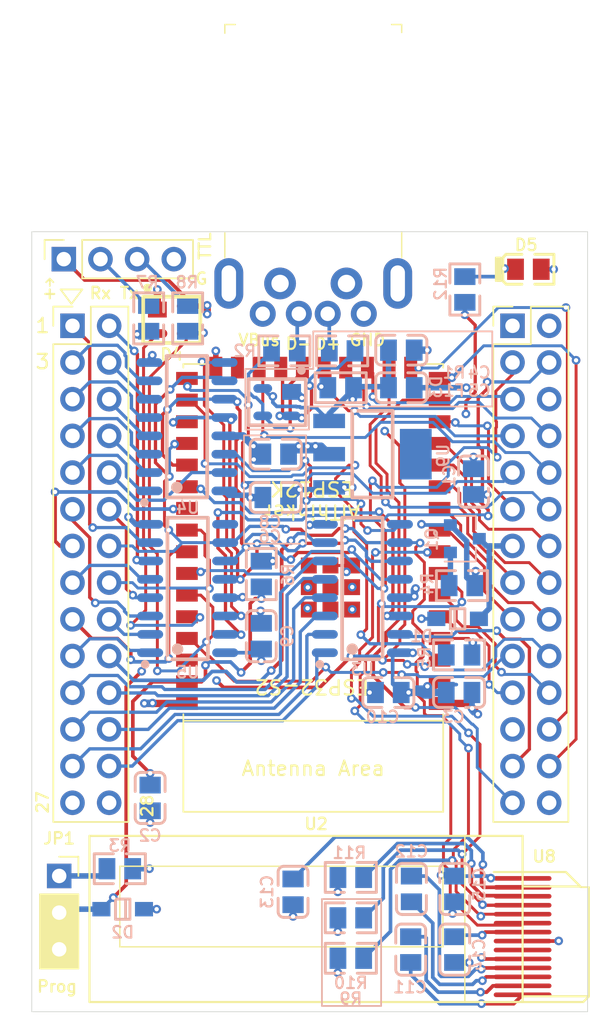
<source format=kicad_pcb>
(kicad_pcb (version 20171130) (host pcbnew "(5.1.10)-1")
  (layers (0 F.Cu signal) (1 In1.Cu signal hide) (2 In2.Cu signal hide) (31 B.Cu signal) (34 B.Paste user) (35 F.Paste user) (36 B.SilkS user) (37 F.SilkS user) (38 B.Mask user) (39 F.Mask user) (44 Edge.Cuts user))
  (net 0 "")
  (net 1 "Net-(U2-Pad40)")
  (net 2 "Net-(U2-Pad25)")
  (net 3 /A1)
  (net 4 /A2)
  (net 5 /A3)
  (net 6 /A4)
  (net 7 /A5)
  (net 8 /A6)
  (net 9 /A7)
  (net 10 /A17)
  (net 11 /A18)
  (net 12 /A21)
  (net 13 /A20)
  (net 14 /A19)
  (net 15 /A8)
  (net 16 /A9)
  (net 17 /A10)
  (net 18 /A11)
  (net 19 /A12)
  (net 20 /A13)
  (net 21 /A14)
  (net 22 /A15)
  (net 23 /A22)
  (net 24 /A23)
  (net 25 /USBD+)
  (net 26 +3V3)
  (net 27 /A0)
  (net 28 /RCLK)
  (net 29 /SRCLK)
  (net 30 /\RST)
  (net 31 "Net-(U3-Pad9)")
  (net 32 GND)
  (net 33 "Net-(U4-Pad9)")
  (net 34 /A16)
  (net 35 "Net-(U5-Pad9)")
  (net 36 /D7)
  (net 37 /D4)
  (net 38 /D14)
  (net 39 /D3)
  (net 40 /D2)
  (net 41 /D9)
  (net 42 /D5)
  (net 43 /D12)
  (net 44 /D1)
  (net 45 /D10)
  (net 46 /D11)
  (net 47 /D6)
  (net 48 /D13)
  (net 49 /D15)
  (net 50 /J_VBUS)
  (net 51 /J_USBD-)
  (net 52 /J_USBD+)
  (net 53 "Net-(U8-Pad6)")
  (net 54 /VCC)
  (net 55 "Net-(Q1-Pad1)")
  (net 56 /\F_BYTE)
  (net 57 /\F_WE)
  (net 58 /\F_WP)
  (net 59 /\F_BUSY)
  (net 60 /USBD-)
  (net 61 "Net-(C2-Pad1)")
  (net 62 /SER)
  (net 63 /\PWR_ON)
  (net 64 "Net-(U1-Pad27)")
  (net 65 "Net-(U1-Pad28)")
  (net 66 /MCU_RX)
  (net 67 /MCU_TX)
  (net 68 /D0_\CS_E0)
  (net 69 /SPIDO_E1)
  (net 70 /\F_CE_SPIDI_SDA)
  (net 71 /\F_OE_CLK_SCL)
  (net 72 /D8_SPIDO3_\WC)
  (net 73 "Net-(C11-Pad2)")
  (net 74 "Net-(C11-Pad1)")
  (net 75 "Net-(R11-Pad2)")
  (net 76 "Net-(C12-Pad2)")
  (net 77 "Net-(C12-Pad1)")
  (net 78 /OLED_SCL)
  (net 79 /OLED_SDA)
  (net 80 "Net-(C13-Pad2)")
  (net 81 /BOOT)
  (net 82 VBUS)
  (net 83 "Net-(D5-PadK)")
  (net 84 /TX)
  (net 85 /RX)
  (net 86 "Net-(JP1-Pad1)")
  (module lc_lib:SOT-143 (layer F.Cu) (at 30.7 26.1 180)
    (fp_text reference D4 (at 0 -2.4) (layer F.SilkS) (effects (font (size 0.8 0.8))))
    (fp_text value ESD05V14T)
    (pad 4 smd oval (at -1 0.95) (size 1.3 0.6) (layers F.Cu F.Paste F.Mask) (net 26 +3V3))
    (pad 3 smd oval (at -1 -0.95) (size 1.3 0.6) (layers F.Cu F.Paste F.Mask) (net 67 /MCU_TX))
    (pad 2 smd oval (at 0.96 -0.95) (size 1.3 0.6) (layers F.Cu F.Paste F.Mask) (net 66 /MCU_RX))
    (pad 1 smd rect (at 1 0.71) (size 1.3 1.1) (layers F.Cu F.Paste F.Mask) (net 32 GND))
  )
  (module lc_lib:SOD-123 (layer B.Cu) (at 27.3 66.9 180)
    (fp_text reference D2 (at 0 -1.6) (layer B.SilkS) (effects (font (size 0.8 0.8)) (justify mirror)))
    (fp_text value TVS)
    (pad 2 smd rect (at -1.475 0) (size 1.25 1) (layers B.Cu B.Paste B.Mask) (net 32 GND))
    (pad 1 smd rect (at 1.475 0) (size 1.25 1) (layers B.Cu B.Paste B.Mask) (net 81 /BOOT))
  )
  (module lc_lib:SOD-123 (layer B.Cu) (at 50.5 46.8)
    (fp_text reference D1 (at -2.5 1.2 180) (layer B.SilkS) (effects (font (size 0.8 0.8)) (justify mirror)))
    (fp_text value TVS)
    (pad 2 smd rect (at -1.475 0 180) (size 1.25 1) (layers B.Cu B.Paste B.Mask) (net 32 GND))
    (pad 1 smd rect (at 1.475 0 180) (size 1.25 1) (layers B.Cu B.Paste B.Mask) (net 54 /VCC))
  )
  (module lc_lib:SOT-223 (layer B.Cu) (at 44.6 35.4 180)
    (fp_text reference U9 (at -4.9 -0.1 270) (layer B.SilkS) (effects (font (size 0.8 0.8)) (justify mirror)))
    (fp_text value AZ1117-3.3)
    (pad 3 smd rect (at 3 2.3 270) (size 1 2.2) (layers B.Cu B.Paste B.Mask) (net 82 VBUS))
    (pad 2 smd rect (at -3 0 270) (size 3.5 2.2) (layers B.Cu B.Paste B.Mask) (net 26 +3V3))
    (pad 2 smd rect (at 3 0 270) (size 1 2.2) (layers B.Cu B.Paste B.Mask) (net 26 +3V3))
    (pad 1 smd rect (at 3 -2.3 270) (size 1 2.2) (layers B.Cu B.Paste B.Mask) (net 32 GND))
  )
  (module lc_lib:0805_R (layer B.Cu) (at 51 24 270)
    (fp_text reference R12 (at -0.393619 1.684276 90) (layer B.SilkS) (effects (font (size 0.8 0.8)) (justify mirror)))
    (fp_text value 470)
    (pad 2 smd rect (at 0.89 0 270) (size 1.16 1.47) (layers B.Cu B.Paste B.Mask) (net 81 /BOOT))
    (pad 1 smd rect (at -0.89 0 270) (size 1.16 1.47) (layers B.Cu B.Paste B.Mask) (net 83 "Net-(D5-PadK)"))
  )
  (module lc_lib:0805_R (layer B.Cu) (at 43.1 64.7)
    (fp_text reference R11 (at -0.1 -1.7) (layer B.SilkS) (effects (font (size 0.8 0.8)) (justify mirror)))
    (fp_text value 560K)
    (pad 2 smd rect (at 0.89 0) (size 1.16 1.47) (layers B.Cu B.Paste B.Mask) (net 75 "Net-(R11-Pad2)"))
    (pad 1 smd rect (at -0.89 0) (size 1.16 1.47) (layers B.Cu B.Paste B.Mask) (net 32 GND))
  )
  (module lc_lib:0805_R (layer B.Cu) (at 43.1 67.5 180)
    (fp_text reference R10 (at 0 -4.5 180) (layer B.SilkS) (effects (font (size 0.8 0.8)) (justify mirror)))
    (fp_text value 4.7K)
    (pad 2 smd rect (at 0.89 0 180) (size 1.16 1.47) (layers B.Cu B.Paste B.Mask) (net 26 +3V3))
    (pad 1 smd rect (at -0.89 0 180) (size 1.16 1.47) (layers B.Cu B.Paste B.Mask) (net 79 /OLED_SDA))
  )
  (module lc_lib:0805_R (layer B.Cu) (at 43.1 70.3 180)
    (fp_text reference R9 (at 0 -2.8) (layer B.SilkS) (effects (font (size 0.8 0.8)) (justify mirror)))
    (fp_text value 4.7K)
    (pad 2 smd rect (at 0.89 0 180) (size 1.16 1.47) (layers B.Cu B.Paste B.Mask) (net 26 +3V3))
    (pad 1 smd rect (at -0.89 0 180) (size 1.16 1.47) (layers B.Cu B.Paste B.Mask) (net 78 /OLED_SCL))
  )
  (module lc_lib:0805_R (layer B.Cu) (at 31.8 26 270)
    (fp_text reference R8 (at -2.5 0.05 180) (layer B.SilkS) (effects (font (size 0.8 0.8)) (justify mirror)))
    (fp_text value 100)
    (pad 2 smd rect (at 0.89 0 270) (size 1.16 1.47) (layers B.Cu B.Paste B.Mask) (net 67 /MCU_TX))
    (pad 1 smd rect (at -0.89 0 270) (size 1.16 1.47) (layers B.Cu B.Paste B.Mask) (net 84 /TX))
  )
  (module lc_lib:0805_R (layer B.Cu) (at 29.1 26 270)
    (fp_text reference R7 (at -2.5 0.1 180) (layer B.SilkS) (effects (font (size 0.8 0.8)) (justify mirror)))
    (fp_text value 100)
    (pad 2 smd rect (at 0.89 0 270) (size 1.16 1.47) (layers B.Cu B.Paste B.Mask) (net 66 /MCU_RX))
    (pad 1 smd rect (at -0.89 0 270) (size 1.16 1.47) (layers B.Cu B.Paste B.Mask) (net 85 /RX))
  )
  (module lc_lib:0805_R (layer B.Cu) (at 36.9 43.7 90)
    (fp_text reference R6 (at -0.05 1.85 90) (layer B.SilkS) (effects (font (size 0.8 0.8)) (justify mirror)))
    (fp_text value 10K)
    (pad 2 smd rect (at 0.89 0 90) (size 1.16 1.47) (layers B.Cu B.Paste B.Mask) (net 26 +3V3))
    (pad 1 smd rect (at -0.89 0 90) (size 1.16 1.47) (layers B.Cu B.Paste B.Mask) (net 61 "Net-(C2-Pad1)"))
  )
  (module lc_lib:0805_R (layer B.Cu) (at 50.6 49.3)
    (fp_text reference R5 (at -2.4 0.2 90) (layer B.SilkS) (effects (font (size 0.8 0.8)) (justify mirror)))
    (fp_text value 100)
    (pad 2 smd rect (at 0.89 0) (size 1.16 1.47) (layers B.Cu B.Paste B.Mask) (net 63 /\PWR_ON))
    (pad 1 smd rect (at -0.89 0) (size 1.16 1.47) (layers B.Cu B.Paste B.Mask) (net 55 "Net-(Q1-Pad1)"))
  )
  (module lc_lib:0805_R (layer B.Cu) (at 50.8 44.5)
    (fp_text reference R4 (at -2.4 -0.1 90) (layer B.SilkS) (effects (font (size 0.8 0.8)) (justify mirror)))
    (fp_text value 47K)
    (pad 2 smd rect (at 0.89 0) (size 1.16 1.47) (layers B.Cu B.Paste B.Mask) (net 26 +3V3))
    (pad 1 smd rect (at -0.89 0) (size 1.16 1.47) (layers B.Cu B.Paste B.Mask) (net 55 "Net-(Q1-Pad1)"))
  )
  (module lc_lib:0805_R (layer B.Cu) (at 27.1 64.1)
    (fp_text reference R3 (at 0 -1.6) (layer B.SilkS) (effects (font (size 0.8 0.8)) (justify mirror)))
    (fp_text value 10K)
    (pad 2 smd rect (at 0.89 0) (size 1.16 1.47) (layers B.Cu B.Paste B.Mask) (net 26 +3V3))
    (pad 1 smd rect (at -0.89 0) (size 1.16 1.47) (layers B.Cu B.Paste B.Mask) (net 86 "Net-(JP1-Pad1)"))
  )
  (module lc_lib:0805_R (layer B.Cu) (at 38.5 28.25)
    (fp_text reference R2 (at -2.75 0) (layer B.SilkS) (effects (font (size 0.8 0.8)) (justify mirror)))
    (fp_text value 22)
    (pad 2 smd rect (at 0.89 0) (size 1.16 1.47) (layers B.Cu B.Paste B.Mask) (net 51 /J_USBD-))
    (pad 1 smd rect (at -0.89 0) (size 1.16 1.47) (layers B.Cu B.Paste B.Mask) (net 60 /USBD-))
  )
  (module lc_lib:0805_R (layer B.Cu) (at 42.5 28.25 180)
    (fp_text reference R1 (at -7.75 -1.5) (layer B.SilkS) (effects (font (size 0.8 0.8)) (justify mirror)))
    (fp_text value 22)
    (pad 2 smd rect (at 0.89 0 180) (size 1.16 1.47) (layers B.Cu B.Paste B.Mask) (net 52 /J_USBD+))
    (pad 1 smd rect (at -0.89 0 180) (size 1.16 1.47) (layers B.Cu B.Paste B.Mask) (net 25 /USBD+))
  )
  (module Connector_PinSocket_2.54mm:PinSocket_1x03_P2.54mm_Vertical (layer F.Cu) (at 22.9 64.6)
    (fp_text reference JP1 (at 0 -2.6) (layer F.SilkS) (effects (font (size 0.8 0.8))))
    (fp_text value Progam)
    (pad 3 thru_hole oval (at 0 5.08) (size 1.7 1.7) (drill 1) (layers *.Cu *.Mask) (net 32 GND))
    (pad 2 thru_hole oval (at 0 2.54) (size 1.7 1.7) (drill 1) (layers *.Cu *.Mask) (net 81 /BOOT))
    (pad 1 thru_hole rect (at 0 0) (size 1.7 1.7) (drill 1) (layers *.Cu *.Mask) (net 86 "Net-(JP1-Pad1)"))
  )
  (module Connector_PinSocket_2.54mm:PinSocket_1x04_P2.54mm_Vertical (layer F.Cu) (at 23.22 21.9 90)
    (fp_text reference TTL (at 0.9 9.78 90) (layer F.SilkS) (effects (font (size 0.8 0.8))))
    (fp_text value UART)
    (pad 4 thru_hole oval (at 0 7.62 90) (size 1.7 1.7) (drill 1) (layers *.Cu *.Mask) (net 32 GND))
    (pad 3 thru_hole oval (at 0 5.08 90) (size 1.7 1.7) (drill 1) (layers *.Cu *.Mask) (net 84 /TX))
    (pad 2 thru_hole oval (at 0 2.54 90) (size 1.7 1.7) (drill 1) (layers *.Cu *.Mask) (net 85 /RX))
    (pad 1 thru_hole rect (at 0 0 90) (size 1.7 1.7) (drill 1) (layers *.Cu *.Mask) (net 26 +3V3))
  )
  (module lc_lib:0805_L (layer B.Cu) (at 42.4 30.8 180)
    (fp_text reference F1 (at -7.85 -0.2) (layer B.SilkS) (effects (font (size 0.8 0.8)) (justify mirror)))
    (fp_text value 500mA)
    (pad 2 smd rect (at 0.89 0 180) (size 1.16 1.47) (layers B.Cu B.Paste B.Mask) (net 50 /J_VBUS))
    (pad 1 smd rect (at -0.89 0 180) (size 1.16 1.47) (layers B.Cu B.Paste B.Mask) (net 82 VBUS))
  )
  (module lc_lib:0805_LED_S1 (layer F.Cu) (at 55.4 22.6)
    (fp_text reference D5 (at -0.15 -1.684276) (layer F.SilkS) (effects (font (size 0.8 0.8))))
    (fp_text value LED)
    (pad K smd rect (at -0.89 0 180) (size 1.16 1.47) (layers F.Cu F.Paste F.Mask) (net 83 "Net-(D5-PadK)"))
    (pad A smd rect (at 0.89 0 180) (size 1.16 1.47) (layers F.Cu F.Paste F.Mask) (net 26 +3V3))
  )
  (module lc_lib:SOT-143 (layer B.Cu) (at 38 31.8)
    (fp_text reference D3 (at 11 -1.05 90) (layer B.SilkS) (effects (font (size 0.8 0.8)) (justify mirror)))
    (fp_text value ESD05V14T)
    (pad 4 smd oval (at -1 -0.95 180) (size 1.3 0.6) (layers B.Cu B.Paste B.Mask) (net 82 VBUS))
    (pad 3 smd oval (at -1 0.95 180) (size 1.3 0.6) (layers B.Cu B.Paste B.Mask) (net 60 /USBD-))
    (pad 2 smd oval (at 0.96 0.95 180) (size 1.3 0.6) (layers B.Cu B.Paste B.Mask) (net 25 /USBD+))
    (pad 1 smd rect (at 1 -0.71 180) (size 1.3 1.1) (layers B.Cu B.Paste B.Mask) (net 32 GND))
  )
  (module lc_lib:0805_C (layer B.Cu) (at 50.3 65.5 270)
    (fp_text reference C15 (at -0.3 -1.7 90) (layer B.SilkS) (effects (font (size 0.8 0.8)) (justify mirror)))
    (fp_text value 104)
    (pad 2 smd rect (at 0.89 0 270) (size 1.16 1.47) (layers B.Cu B.Paste B.Mask) (net 32 GND))
    (pad 1 smd rect (at -0.89 0 270) (size 1.16 1.47) (layers B.Cu B.Paste B.Mask) (net 26 +3V3))
  )
  (module lc_lib:0805_C (layer B.Cu) (at 50.3 69.7 90)
    (fp_text reference C14 (at -0.393619 1.684276 90) (layer B.SilkS) (effects (font (size 0.8 0.8)) (justify mirror)))
    (fp_text value 4.7uF)
    (pad 2 smd rect (at 0.89 0 90) (size 1.16 1.47) (layers B.Cu B.Paste B.Mask) (net 26 +3V3))
    (pad 1 smd rect (at -0.89 0 90) (size 1.16 1.47) (layers B.Cu B.Paste B.Mask) (net 32 GND))
  )
  (module lc_lib:0805_C (layer B.Cu) (at 39.1 65.7 90)
    (fp_text reference C13 (at 0 -1.8 90) (layer B.SilkS) (effects (font (size 0.8 0.8)) (justify mirror)))
    (fp_text value 4.7uF)
    (pad 2 smd rect (at 0.89 0 90) (size 1.16 1.47) (layers B.Cu B.Paste B.Mask) (net 80 "Net-(C13-Pad2)"))
    (pad 1 smd rect (at -0.89 0 90) (size 1.16 1.47) (layers B.Cu B.Paste B.Mask) (net 32 GND))
  )
  (module lc_lib:0805_C (layer B.Cu) (at 47.3 65.5 270)
    (fp_text reference C12 (at -2.6 0 180) (layer B.SilkS) (effects (font (size 0.8 0.8)) (justify mirror)))
    (fp_text value 1uF)
    (pad 2 smd rect (at 0.89 0 270) (size 1.16 1.47) (layers B.Cu B.Paste B.Mask) (net 76 "Net-(C12-Pad2)"))
    (pad 1 smd rect (at -0.89 0 270) (size 1.16 1.47) (layers B.Cu B.Paste B.Mask) (net 77 "Net-(C12-Pad1)"))
  )
  (module lc_lib:0805_C (layer B.Cu) (at 47.25 69.7 270)
    (fp_text reference C11 (at 2.6 0.05 180) (layer B.SilkS) (effects (font (size 0.8 0.8)) (justify mirror)))
    (fp_text value 1uF)
    (pad 2 smd rect (at 0.89 0 270) (size 1.16 1.47) (layers B.Cu B.Paste B.Mask) (net 73 "Net-(C11-Pad2)"))
    (pad 1 smd rect (at -0.89 0 270) (size 1.16 1.47) (layers B.Cu B.Paste B.Mask) (net 74 "Net-(C11-Pad1)"))
  )
  (module lc_lib:0805_C (layer B.Cu) (at 45.7 51.9)
    (fp_text reference C10 (at -0.393619 1.684276) (layer B.SilkS) (effects (font (size 0.8 0.8)) (justify mirror)))
    (fp_text value 104)
    (pad 2 smd rect (at 0.89 0) (size 1.16 1.47) (layers B.Cu B.Paste B.Mask) (net 26 +3V3))
    (pad 1 smd rect (at -0.89 0) (size 1.16 1.47) (layers B.Cu B.Paste B.Mask) (net 32 GND))
  )
  (module lc_lib:0805_C (layer B.Cu) (at 36.9 48 270)
    (fp_text reference C9 (at 0 -1.8 90) (layer B.SilkS) (effects (font (size 0.8 0.8)) (justify mirror)))
    (fp_text value 104)
    (pad 2 smd rect (at 0.89 0 270) (size 1.16 1.47) (layers B.Cu B.Paste B.Mask) (net 26 +3V3))
    (pad 1 smd rect (at -0.89 0 270) (size 1.16 1.47) (layers B.Cu B.Paste B.Mask) (net 32 GND))
  )
  (module lc_lib:0805_C (layer B.Cu) (at 37.9 38.4 180)
    (fp_text reference C8 (at 0.4 -1.7) (layer B.SilkS) (effects (font (size 0.8 0.8)) (justify mirror)))
    (fp_text value 104)
    (pad 2 smd rect (at 0.89 0 180) (size 1.16 1.47) (layers B.Cu B.Paste B.Mask) (net 26 +3V3))
    (pad 1 smd rect (at -0.89 0 180) (size 1.16 1.47) (layers B.Cu B.Paste B.Mask) (net 32 GND))
  )
  (module lc_lib:0805_C (layer B.Cu) (at 37.9 35.4 180)
    (fp_text reference C6 (at 0.4 -5.7) (layer B.SilkS) (effects (font (size 0.8 0.8)) (justify mirror)))
    (fp_text value 10uF)
    (pad 2 smd rect (at 0.89 0 180) (size 1.16 1.47) (layers B.Cu B.Paste B.Mask) (net 32 GND))
    (pad 1 smd rect (at -0.89 0 180) (size 1.16 1.47) (layers B.Cu B.Paste B.Mask) (net 26 +3V3))
  )
  (module lc_lib:0805_C (layer B.Cu) (at 46.6 30.8)
    (fp_text reference C5 (at 5.4 0.2) (layer B.SilkS) (effects (font (size 0.8 0.8)) (justify mirror)))
    (fp_text value 104)
    (pad 2 smd rect (at 0.89 0) (size 1.16 1.47) (layers B.Cu B.Paste B.Mask) (net 32 GND))
    (pad 1 smd rect (at -0.89 0) (size 1.16 1.47) (layers B.Cu B.Paste B.Mask) (net 82 VBUS))
  )
  (module lc_lib:0805_C (layer B.Cu) (at 46.6 28.2)
    (fp_text reference C4 (at 5.4 1.55) (layer B.SilkS) (effects (font (size 0.8 0.8)) (justify mirror)))
    (fp_text value 10uF)
    (pad 2 smd rect (at 0.89 0) (size 1.16 1.47) (layers B.Cu B.Paste B.Mask) (net 32 GND))
    (pad 1 smd rect (at -0.89 0) (size 1.16 1.47) (layers B.Cu B.Paste B.Mask) (net 82 VBUS))
  )
  (module lc_lib:0805_C (layer B.Cu) (at 50.6 51.9)
    (fp_text reference C3 (at -0.393619 1.684276) (layer B.SilkS) (effects (font (size 0.8 0.8)) (justify mirror)))
    (fp_text value 104)
    (pad 2 smd rect (at 0.89 0) (size 1.16 1.47) (layers B.Cu B.Paste B.Mask) (net 32 GND))
    (pad 1 smd rect (at -0.89 0) (size 1.16 1.47) (layers B.Cu B.Paste B.Mask) (net 26 +3V3))
  )
  (module lc_lib:0805_C (layer B.Cu) (at 29.2 59.2 270)
    (fp_text reference C2 (at 2.6 0 180) (layer B.SilkS) (effects (font (size 0.8 0.8)) (justify mirror)))
    (fp_text value 104)
    (pad 2 smd rect (at 0.89 0 270) (size 1.16 1.47) (layers B.Cu B.Paste B.Mask) (net 32 GND))
    (pad 1 smd rect (at -0.89 0 270) (size 1.16 1.47) (layers B.Cu B.Paste B.Mask) (net 61 "Net-(C2-Pad1)"))
  )
  (module lc_lib:0805_C (layer B.Cu) (at 51.6 37.3 270)
    (fp_text reference C1 (at -0.393619 1.684276 90) (layer B.SilkS) (effects (font (size 0.8 0.8)) (justify mirror)))
    (fp_text value 104)
    (pad 2 smd rect (at 0.89 0 270) (size 1.16 1.47) (layers B.Cu B.Paste B.Mask) (net 54 /VCC))
    (pad 1 smd rect (at -0.89 0 270) (size 1.16 1.47) (layers B.Cu B.Paste B.Mask) (net 32 GND))
  )
  (module Package_TO_SOT_SMD:SOT-23 (layer B.Cu) (at 51 41.254)
    (fp_text reference Q1 (at -2.3 0.046 90) (layer B.SilkS) (effects (font (size 0.8 0.8)) (justify mirror)))
    (fp_text value BSS83P)
    (pad 3 smd rect (at 1 0) (size 0.9 0.8) (layers B.Cu B.Paste B.Mask) (net 54 /VCC))
    (pad 2 smd rect (at -1 -0.95) (size 0.9 0.8) (layers B.Cu B.Paste B.Mask) (net 26 +3V3))
    (pad 1 smd rect (at -1 0.95) (size 0.9 0.8) (layers B.Cu B.Paste B.Mask) (net 55 "Net-(Q1-Pad1)"))
  )
  (module MyPCBLib:SSD1306_OLED-0.91-128x32_Fold (layer F.Cu) (at 25 61.828)
    (fp_text reference U8 (at 31.5 1.422) (layer F.SilkS) (effects (font (size 0.8 0.8))))
    (fp_text value "OLED 0.91in")
    (pad 1 smd oval (at 30 11) (size 4 0.32) (layers F.Cu F.Paste F.Mask) (net 73 "Net-(C11-Pad2)"))
    (pad 2 smd oval (at 30 10.38) (size 4 0.32) (layers F.Cu F.Paste F.Mask) (net 74 "Net-(C11-Pad1)"))
    (pad 5 smd oval (at 30 8.52) (size 4 0.32) (layers F.Cu F.Paste F.Mask) (net 26 +3V3))
    (pad 6 smd oval (at 30 7.9) (size 4 0.32) (layers F.Cu F.Paste F.Mask) (net 53 "Net-(U8-Pad6)"))
    (pad 8 smd oval (at 30 6.66) (size 4 0.32) (layers F.Cu F.Paste F.Mask) (net 26 +3V3))
    (pad 7 smd oval (at 30 7.28) (size 4 0.32) (layers F.Cu F.Paste F.Mask) (net 32 GND))
    (pad 12 smd oval (at 30 4.18) (size 4 0.32) (layers F.Cu F.Paste F.Mask) (net 75 "Net-(R11-Pad2)"))
    (pad 3 smd oval (at 30 9.76) (size 4 0.32) (layers F.Cu F.Paste F.Mask) (net 76 "Net-(C12-Pad2)"))
    (pad 4 smd oval (at 30 9.14) (size 4 0.32) (layers F.Cu F.Paste F.Mask) (net 77 "Net-(C12-Pad1)"))
    (pad 10 smd oval (at 30 5.42) (size 4 0.32) (layers F.Cu F.Paste F.Mask) (net 78 /OLED_SCL))
    (pad 14 smd oval (at 30 2.94) (size 4 0.32) (layers F.Cu F.Paste F.Mask) (net 26 +3V3))
    (pad 9 smd oval (at 30 6.04) (size 4 0.32) (layers F.Cu F.Paste F.Mask) (net 30 /\RST))
    (pad 11 smd oval (at 30 4.8) (size 4 0.32) (layers F.Cu F.Paste F.Mask) (net 79 /OLED_SDA))
    (pad 13 smd oval (at 30 3.56) (size 4 0.32) (layers F.Cu F.Paste F.Mask) (net 80 "Net-(C13-Pad2)"))
  )
  (module digikey-footprints:USB_Male_A_UP2-AH-1-TH (layer F.Cu) (at 40.5 23.582 180)
    (fp_text reference J1 hide)
    (fp_text value USB_A)
    (pad 1 thru_hole circle (at 3.5 -2.1 180) (size 1.8 1.8) (drill 1) (layers *.Cu *.Mask) (net 50 /J_VBUS))
    (pad 2 thru_hole circle (at 1 -2.1 180) (size 1.8 1.8) (drill 1) (layers *.Cu *.Mask) (net 51 /J_USBD-))
    (pad 3 thru_hole circle (at -1 -2.1 180) (size 1.8 1.8) (drill 1) (layers *.Cu *.Mask) (net 52 /J_USBD+))
    (pad 4 thru_hole circle (at -3.5 -2.1 180) (size 1.8 1.8) (drill 1) (layers *.Cu *.Mask) (net 32 GND))
    (pad SH thru_hole circle (at 2.3 0 180) (size 2.2 2.2) (drill 1.2) (layers *.Cu *.Mask))
    (pad SH thru_hole circle (at -2.3 0 180) (size 2.2 2.2) (drill 1.2) (layers *.Cu *.Mask))
    (pad SH thru_hole oval (at 5.85 0 180) (size 2 3.5) (drill oval 1 2.5) (layers *.Cu *.Mask))
    (pad SH thru_hole oval (at -5.85 0 180) (size 2 3.5) (drill oval 1 2.5) (layers *.Cu *.Mask))
  )
  (module MyPCBLib:TSOP56_Flasher_Socket (layer F.Cu) (at 23.822 26.514)
    (fp_text reference U1 hide)
    (fp_text value S29GL01G_Flash)
    (pad 50 thru_hole oval (at 33.02 7.62) (size 1.7 1.7) (drill 1) (layers *.Cu *.Mask) (net 36 /D7))
    (pad 33 thru_hole oval (at 30.48 27.94) (size 1.7 1.7) (drill 1) (layers *.Cu *.Mask) (net 32 GND))
    (pad 34 thru_hole oval (at 33.02 27.94) (size 1.7 1.7) (drill 1) (layers *.Cu *.Mask) (net 71 /\F_OE_CLK_SCL))
    (pad 35 thru_hole oval (at 30.48 25.4) (size 1.7 1.7) (drill 1) (layers *.Cu *.Mask) (net 68 /D0_\CS_E0))
    (pad 36 thru_hole oval (at 33.02 25.4) (size 1.7 1.7) (drill 1) (layers *.Cu *.Mask) (net 72 /D8_SPIDO3_\WC))
    (pad 44 thru_hole oval (at 33.02 15.24) (size 1.7 1.7) (drill 1) (layers *.Cu *.Mask) (net 37 /D4))
    (pad 43 thru_hole oval (at 30.48 15.24) (size 1.7 1.7) (drill 1) (layers *.Cu *.Mask) (net 54 /VCC))
    (pad 49 thru_hole oval (at 30.48 7.62) (size 1.7 1.7) (drill 1) (layers *.Cu *.Mask) (net 38 /D14))
    (pad 41 thru_hole oval (at 30.48 17.78) (size 1.7 1.7) (drill 1) (layers *.Cu *.Mask) (net 39 /D3))
    (pad 39 thru_hole oval (at 30.48 20.32) (size 1.7 1.7) (drill 1) (layers *.Cu *.Mask) (net 40 /D2))
    (pad 30 thru_hole oval (at 33.02 33.02) (size 1.7 1.7) (drill 1) (layers *.Cu *.Mask) (net 54 /VCC))
    (pad 38 thru_hole oval (at 33.02 22.86) (size 1.7 1.7) (drill 1) (layers *.Cu *.Mask) (net 41 /D9))
    (pad 46 thru_hole oval (at 33.02 12.7) (size 1.7 1.7) (drill 1) (layers *.Cu *.Mask) (net 42 /D5))
    (pad 45 thru_hole oval (at 30.48 12.7) (size 1.7 1.7) (drill 1) (layers *.Cu *.Mask) (net 43 /D12))
    (pad 32 thru_hole oval (at 33.02 30.48) (size 1.7 1.7) (drill 1) (layers *.Cu *.Mask) (net 70 /\F_CE_SPIDI_SDA))
    (pad 37 thru_hole oval (at 30.48 22.86) (size 1.7 1.7) (drill 1) (layers *.Cu *.Mask) (net 44 /D1))
    (pad 29 thru_hole oval (at 30.48 33.02) (size 1.7 1.7) (drill 1) (layers *.Cu *.Mask) (net 69 /SPIDO_E1))
    (pad 31 thru_hole oval (at 30.48 30.48) (size 1.7 1.7) (drill 1) (layers *.Cu *.Mask) (net 27 /A0))
    (pad 40 thru_hole oval (at 33.02 20.32) (size 1.7 1.7) (drill 1) (layers *.Cu *.Mask) (net 45 /D10))
    (pad 42 thru_hole oval (at 33.02 17.78) (size 1.7 1.7) (drill 1) (layers *.Cu *.Mask) (net 46 /D11))
    (pad 48 thru_hole oval (at 33.02 10.16) (size 1.7 1.7) (drill 1) (layers *.Cu *.Mask) (net 47 /D6))
    (pad 47 thru_hole oval (at 30.48 10.16) (size 1.7 1.7) (drill 1) (layers *.Cu *.Mask) (net 48 /D13))
    (pad 56 thru_hole oval (at 33.02 0) (size 1.7 1.7) (drill 1) (layers *.Cu *.Mask) (net 32 GND))
    (pad 52 thru_hole oval (at 33.02 5.08) (size 1.7 1.7) (drill 1) (layers *.Cu *.Mask) (net 32 GND))
    (pad 55 thru_hole rect (at 30.48 0) (size 1.7 1.7) (drill 1) (layers *.Cu *.Mask) (net 32 GND))
    (pad 53 thru_hole oval (at 30.48 2.54) (size 1.7 1.7) (drill 1) (layers *.Cu *.Mask) (net 56 /\F_BYTE))
    (pad 54 thru_hole oval (at 33.02 2.54) (size 1.7 1.7) (drill 1) (layers *.Cu *.Mask) (net 34 /A16))
    (pad 51 thru_hole oval (at 30.48 5.08) (size 1.7 1.7) (drill 1) (layers *.Cu *.Mask) (net 49 /D15))
    (pad 1 thru_hole rect (at 0 0) (size 1.7 1.7) (drill 1) (layers *.Cu *.Mask) (net 24 /A23))
    (pad 2 thru_hole oval (at 2.54 0) (size 1.7 1.7) (drill 1) (layers *.Cu *.Mask) (net 23 /A22))
    (pad 3 thru_hole oval (at 0 2.54) (size 1.7 1.7) (drill 1) (layers *.Cu *.Mask) (net 22 /A15))
    (pad 4 thru_hole oval (at 2.54 2.54) (size 1.7 1.7) (drill 1) (layers *.Cu *.Mask) (net 21 /A14))
    (pad 5 thru_hole oval (at 0 5.08) (size 1.7 1.7) (drill 1) (layers *.Cu *.Mask) (net 20 /A13))
    (pad 6 thru_hole oval (at 2.54 5.08) (size 1.7 1.7) (drill 1) (layers *.Cu *.Mask) (net 19 /A12))
    (pad 7 thru_hole oval (at 0 7.62) (size 1.7 1.7) (drill 1) (layers *.Cu *.Mask) (net 18 /A11))
    (pad 8 thru_hole oval (at 2.54 7.62) (size 1.7 1.7) (drill 1) (layers *.Cu *.Mask) (net 17 /A10))
    (pad 9 thru_hole oval (at 0 10.16) (size 1.7 1.7) (drill 1) (layers *.Cu *.Mask) (net 16 /A9))
    (pad 10 thru_hole oval (at 2.54 10.16) (size 1.7 1.7) (drill 1) (layers *.Cu *.Mask) (net 15 /A8))
    (pad 11 thru_hole oval (at 0 12.7) (size 1.7 1.7) (drill 1) (layers *.Cu *.Mask) (net 14 /A19))
    (pad 12 thru_hole oval (at 2.54 12.7) (size 1.7 1.7) (drill 1) (layers *.Cu *.Mask) (net 13 /A20))
    (pad 13 thru_hole oval (at 0 15.24) (size 1.7 1.7) (drill 1) (layers *.Cu *.Mask) (net 57 /\F_WE))
    (pad 14 thru_hole oval (at 2.54 15.24) (size 1.7 1.7) (drill 1) (layers *.Cu *.Mask) (net 30 /\RST))
    (pad 15 thru_hole oval (at 0 17.78) (size 1.7 1.7) (drill 1) (layers *.Cu *.Mask) (net 12 /A21))
    (pad 16 thru_hole oval (at 2.54 17.78) (size 1.7 1.7) (drill 1) (layers *.Cu *.Mask) (net 58 /\F_WP))
    (pad 17 thru_hole oval (at 0 20.32) (size 1.7 1.7) (drill 1) (layers *.Cu *.Mask) (net 59 /\F_BUSY))
    (pad 18 thru_hole oval (at 2.54 20.32) (size 1.7 1.7) (drill 1) (layers *.Cu *.Mask) (net 11 /A18))
    (pad 19 thru_hole oval (at 0 22.86) (size 1.7 1.7) (drill 1) (layers *.Cu *.Mask) (net 10 /A17))
    (pad 20 thru_hole oval (at 2.54 22.86) (size 1.7 1.7) (drill 1) (layers *.Cu *.Mask) (net 9 /A7))
    (pad 21 thru_hole oval (at 0 25.4) (size 1.7 1.7) (drill 1) (layers *.Cu *.Mask) (net 8 /A6))
    (pad 22 thru_hole oval (at 2.54 25.4) (size 1.7 1.7) (drill 1) (layers *.Cu *.Mask) (net 7 /A5))
    (pad 23 thru_hole oval (at 0 27.94) (size 1.7 1.7) (drill 1) (layers *.Cu *.Mask) (net 6 /A4))
    (pad 24 thru_hole oval (at 2.54 27.94) (size 1.7 1.7) (drill 1) (layers *.Cu *.Mask) (net 5 /A3))
    (pad 25 thru_hole oval (at 0 30.48) (size 1.7 1.7) (drill 1) (layers *.Cu *.Mask) (net 4 /A2))
    (pad 26 thru_hole oval (at 2.54 30.48) (size 1.7 1.7) (drill 1) (layers *.Cu *.Mask) (net 3 /A1))
    (pad 27 thru_hole oval (at 0 33.02) (size 1.7 1.7) (drill 1) (layers *.Cu *.Mask) (net 64 "Net-(U1-Pad27)"))
    (pad 28 thru_hole oval (at 2.54 33.02) (size 1.7 1.7) (drill 1) (layers *.Cu *.Mask) (net 65 "Net-(U1-Pad28)"))
  )
  (module lc_lib:SOP-16_150MIL (layer B.Cu) (at 31.8 44.7 90)
    (fp_text reference U5 (at -5.8 0) (layer B.SilkS) (effects (font (size 0.8 0.8)) (justify mirror)))
    (fp_text value 74HC595)
    (pad 16 smd oval (at -4.445 2.6 270) (size 0.6 1.8) (layers B.Cu B.Paste B.Mask) (net 26 +3V3))
    (pad 15 smd oval (at -3.175 2.6 270) (size 0.6 1.8) (layers B.Cu B.Paste B.Mask) (net 34 /A16))
    (pad 14 smd oval (at -1.905 2.6 270) (size 0.6 1.8) (layers B.Cu B.Paste B.Mask) (net 33 "Net-(U4-Pad9)"))
    (pad 13 smd oval (at -0.635 2.6 270) (size 0.6 1.8) (layers B.Cu B.Paste B.Mask) (net 32 GND))
    (pad 12 smd oval (at 0.635 2.6 270) (size 0.6 1.8) (layers B.Cu B.Paste B.Mask) (net 28 /RCLK))
    (pad 11 smd oval (at 1.905 2.6 270) (size 0.6 1.8) (layers B.Cu B.Paste B.Mask) (net 29 /SRCLK))
    (pad 10 smd oval (at 3.175 2.6 270) (size 0.6 1.8) (layers B.Cu B.Paste B.Mask) (net 30 /\RST))
    (pad 9 smd oval (at 4.445 2.6 270) (size 0.6 1.8) (layers B.Cu B.Paste B.Mask) (net 35 "Net-(U5-Pad9)"))
    (pad 8 smd oval (at 4.445 -2.6 270) (size 0.6 1.8) (layers B.Cu B.Paste B.Mask) (net 32 GND))
    (pad 7 smd oval (at 3.175 -2.6 270) (size 0.6 1.8) (layers B.Cu B.Paste B.Mask) (net 24 /A23))
    (pad 6 smd oval (at 1.905 -2.6 270) (size 0.6 1.8) (layers B.Cu B.Paste B.Mask) (net 23 /A22))
    (pad 5 smd oval (at 0.635 -2.6 270) (size 0.6 1.8) (layers B.Cu B.Paste B.Mask) (net 12 /A21))
    (pad 4 smd oval (at -0.635 -2.6 270) (size 0.6 1.8) (layers B.Cu B.Paste B.Mask) (net 13 /A20))
    (pad 3 smd oval (at -1.905 -2.6 270) (size 0.6 1.8) (layers B.Cu B.Paste B.Mask) (net 14 /A19))
    (pad 2 smd oval (at -3.175 -2.6 270) (size 0.6 1.8) (layers B.Cu B.Paste B.Mask) (net 11 /A18))
    (pad 1 smd oval (at -4.445 -2.6 270) (size 0.6 1.8) (layers B.Cu B.Paste B.Mask) (net 10 /A17))
  )
  (module lc_lib:SOP-16_150MIL (layer B.Cu) (at 31.75 33.5 90)
    (fp_text reference U4 (at -5.6 0.05) (layer B.SilkS) (effects (font (size 0.8 0.8)) (justify mirror)))
    (fp_text value 74HC595)
    (pad 16 smd oval (at -4.445 2.6 270) (size 0.6 1.8) (layers B.Cu B.Paste B.Mask) (net 26 +3V3))
    (pad 15 smd oval (at -3.175 2.6 270) (size 0.6 1.8) (layers B.Cu B.Paste B.Mask) (net 15 /A8))
    (pad 14 smd oval (at -1.905 2.6 270) (size 0.6 1.8) (layers B.Cu B.Paste B.Mask) (net 31 "Net-(U3-Pad9)"))
    (pad 13 smd oval (at -0.635 2.6 270) (size 0.6 1.8) (layers B.Cu B.Paste B.Mask) (net 32 GND))
    (pad 12 smd oval (at 0.635 2.6 270) (size 0.6 1.8) (layers B.Cu B.Paste B.Mask) (net 28 /RCLK))
    (pad 11 smd oval (at 1.905 2.6 270) (size 0.6 1.8) (layers B.Cu B.Paste B.Mask) (net 29 /SRCLK))
    (pad 10 smd oval (at 3.175 2.6 270) (size 0.6 1.8) (layers B.Cu B.Paste B.Mask) (net 30 /\RST))
    (pad 9 smd oval (at 4.445 2.6 270) (size 0.6 1.8) (layers B.Cu B.Paste B.Mask) (net 33 "Net-(U4-Pad9)"))
    (pad 8 smd oval (at 4.445 -2.6 270) (size 0.6 1.8) (layers B.Cu B.Paste B.Mask) (net 32 GND))
    (pad 7 smd oval (at 3.175 -2.6 270) (size 0.6 1.8) (layers B.Cu B.Paste B.Mask) (net 22 /A15))
    (pad 6 smd oval (at 1.905 -2.6 270) (size 0.6 1.8) (layers B.Cu B.Paste B.Mask) (net 21 /A14))
    (pad 5 smd oval (at 0.635 -2.6 270) (size 0.6 1.8) (layers B.Cu B.Paste B.Mask) (net 20 /A13))
    (pad 4 smd oval (at -0.635 -2.6 270) (size 0.6 1.8) (layers B.Cu B.Paste B.Mask) (net 19 /A12))
    (pad 3 smd oval (at -1.905 -2.6 270) (size 0.6 1.8) (layers B.Cu B.Paste B.Mask) (net 18 /A11))
    (pad 2 smd oval (at -3.175 -2.6 270) (size 0.6 1.8) (layers B.Cu B.Paste B.Mask) (net 17 /A10))
    (pad 1 smd oval (at -4.445 -2.6 270) (size 0.6 1.8) (layers B.Cu B.Paste B.Mask) (net 16 /A9))
  )
  (module lc_lib:SOP-16_150MIL (layer B.Cu) (at 43.9 44.7 90)
    (fp_text reference U3 (at -5.6 0) (layer B.SilkS) (effects (font (size 0.8 0.8)) (justify mirror)))
    (fp_text value 74HC595)
    (pad 16 smd oval (at -4.445 2.6 270) (size 0.6 1.8) (layers B.Cu B.Paste B.Mask) (net 26 +3V3))
    (pad 15 smd oval (at -3.175 2.6 270) (size 0.6 1.8) (layers B.Cu B.Paste B.Mask) (net 27 /A0))
    (pad 14 smd oval (at -1.905 2.6 270) (size 0.6 1.8) (layers B.Cu B.Paste B.Mask) (net 62 /SER))
    (pad 13 smd oval (at -0.635 2.6 270) (size 0.6 1.8) (layers B.Cu B.Paste B.Mask) (net 32 GND))
    (pad 12 smd oval (at 0.635 2.6 270) (size 0.6 1.8) (layers B.Cu B.Paste B.Mask) (net 28 /RCLK))
    (pad 11 smd oval (at 1.905 2.6 270) (size 0.6 1.8) (layers B.Cu B.Paste B.Mask) (net 29 /SRCLK))
    (pad 10 smd oval (at 3.175 2.6 270) (size 0.6 1.8) (layers B.Cu B.Paste B.Mask) (net 30 /\RST))
    (pad 9 smd oval (at 4.445 2.6 270) (size 0.6 1.8) (layers B.Cu B.Paste B.Mask) (net 31 "Net-(U3-Pad9)"))
    (pad 8 smd oval (at 4.445 -2.6 270) (size 0.6 1.8) (layers B.Cu B.Paste B.Mask) (net 32 GND))
    (pad 7 smd oval (at 3.175 -2.6 270) (size 0.6 1.8) (layers B.Cu B.Paste B.Mask) (net 9 /A7))
    (pad 6 smd oval (at 1.905 -2.6 270) (size 0.6 1.8) (layers B.Cu B.Paste B.Mask) (net 8 /A6))
    (pad 5 smd oval (at 0.635 -2.6 270) (size 0.6 1.8) (layers B.Cu B.Paste B.Mask) (net 7 /A5))
    (pad 4 smd oval (at -0.635 -2.6 270) (size 0.6 1.8) (layers B.Cu B.Paste B.Mask) (net 6 /A4))
    (pad 3 smd oval (at -1.905 -2.6 270) (size 0.6 1.8) (layers B.Cu B.Paste B.Mask) (net 5 /A3))
    (pad 2 smd oval (at -3.175 -2.6 270) (size 0.6 1.8) (layers B.Cu B.Paste B.Mask) (net 4 /A2))
    (pad 1 smd oval (at -4.445 -2.6 270) (size 0.6 1.8) (layers B.Cu B.Paste B.Mask) (net 3 /A1))
  )
  (module Espressif:ESP32-S2-WROOM (layer F.Cu) (at 40.5 41.508 180)
    (fp_text reference U2 (at -0.2 -19.492 180) (layer F.SilkS) (effects (font (size 0.8 0.8))))
    (fp_text value ESP32-S2-WROOM)
    (fp_text user "Antenna Area" (at 0 -15.65) (layer F.SilkS))
    (pad 43 smd rect (at -2.69 -4.65) (size 1.1 1.1) (layers F.Cu F.Paste F.Mask) (net 32 GND))
    (pad 43 smd rect (at -2.69 -3.1) (size 1.1 1.1) (layers F.Cu F.Paste F.Mask) (net 32 GND))
    (pad 43 smd rect (at -2.69 -1.6) (size 1.1 1.1) (layers F.Cu F.Paste F.Mask) (net 32 GND))
    (pad 43 smd rect (at -1.19 -1.6) (size 1.1 1.1) (layers F.Cu F.Paste F.Mask) (net 32 GND))
    (pad 43 smd rect (at 0.31 -1.6) (size 1.1 1.1) (layers F.Cu F.Paste F.Mask) (net 32 GND))
    (pad 43 smd rect (at 0.31 -3.1) (size 1.1 1.1) (layers F.Cu F.Paste F.Mask) (net 32 GND))
    (pad 43 smd rect (at 0.31 -4.65) (size 1.1 1.1) (layers F.Cu F.Paste F.Mask) (net 32 GND))
    (pad 43 smd rect (at -1.19 -4.65) (size 1.1 1.1) (layers F.Cu F.Paste F.Mask) (net 32 GND))
    (pad 43 smd rect (at -1.19 -3.1) (size 1.1 1.1) (layers F.Cu F.Paste F.Mask) (net 32 GND))
    (pad 42 smd rect (at 8.75 -11.15) (size 1.5 0.9) (layers F.Cu F.Paste F.Mask) (net 32 GND))
    (pad 41 smd rect (at 8.75 -9.65) (size 1.5 0.9) (layers F.Cu F.Paste F.Mask) (net 61 "Net-(C2-Pad1)"))
    (pad 40 smd rect (at 8.75 -8.15) (size 1.5 0.9) (layers F.Cu F.Paste F.Mask) (net 1 "Net-(U2-Pad40)"))
    (pad 39 smd rect (at 8.75 -6.65) (size 1.5 0.9) (layers F.Cu F.Paste F.Mask) (net 44 /D1))
    (pad 38 smd rect (at 8.75 -5.15) (size 1.5 0.9) (layers F.Cu F.Paste F.Mask) (net 66 /MCU_RX))
    (pad 37 smd rect (at 8.75 -3.65) (size 1.5 0.9) (layers F.Cu F.Paste F.Mask) (net 67 /MCU_TX))
    (pad 36 smd rect (at 8.75 -2.15) (size 1.5 0.9) (layers F.Cu F.Paste F.Mask) (net 56 /\F_BYTE))
    (pad 35 smd rect (at 8.75 -0.65) (size 1.5 0.9) (layers F.Cu F.Paste F.Mask) (net 59 /\F_BUSY))
    (pad 34 smd rect (at 8.75 0.85) (size 1.5 0.9) (layers F.Cu F.Paste F.Mask) (net 58 /\F_WP))
    (pad 33 smd rect (at 8.75 2.35) (size 1.5 0.9) (layers F.Cu F.Paste F.Mask) (net 57 /\F_WE))
    (pad 32 smd rect (at 8.75 3.85) (size 1.5 0.9) (layers F.Cu F.Paste F.Mask) (net 62 /SER))
    (pad 31 smd rect (at 8.75 5.35) (size 1.5 0.9) (layers F.Cu F.Paste F.Mask) (net 29 /SRCLK))
    (pad 30 smd rect (at 8.75 6.85) (size 1.5 0.9) (layers F.Cu F.Paste F.Mask) (net 30 /\RST))
    (pad 29 smd rect (at 8.75 8.35) (size 1.5 0.9) (layers F.Cu F.Paste F.Mask) (net 28 /RCLK))
    (pad 28 smd rect (at 8.75 9.85) (size 1.5 0.9) (layers F.Cu F.Paste F.Mask) (net 41 /D9))
    (pad 27 smd rect (at 8.75 11.35) (size 1.5 0.9) (layers F.Cu F.Paste F.Mask) (net 48 /D13))
    (pad 26 smd rect (at 6.75 12.1 270) (size 1.5 0.9) (layers F.Cu F.Paste F.Mask) (net 32 GND))
    (pad 25 smd rect (at 5.25 12.1 270) (size 1.5 0.9) (layers F.Cu F.Paste F.Mask) (net 2 "Net-(U2-Pad25)"))
    (pad 24 smd rect (at 3.75 12.1 270) (size 1.5 0.9) (layers F.Cu F.Paste F.Mask) (net 47 /D6))
    (pad 23 smd rect (at 2.25 12.1 270) (size 1.5 0.9) (layers F.Cu F.Paste F.Mask) (net 25 /USBD+))
    (pad 22 smd rect (at 0.75 12.1 270) (size 1.5 0.9) (layers F.Cu F.Paste F.Mask) (net 60 /USBD-))
    (pad 21 smd rect (at -0.75 12.1 270) (size 1.5 0.9) (layers F.Cu F.Paste F.Mask) (net 38 /D14))
    (pad 20 smd rect (at -2.25 12.1 270) (size 1.5 0.9) (layers F.Cu F.Paste F.Mask) (net 36 /D7))
    (pad 19 smd rect (at -3.75 12.1 270) (size 1.5 0.9) (layers F.Cu F.Paste F.Mask) (net 49 /D15))
    (pad 18 smd rect (at -5.25 12.1 270) (size 1.5 0.9) (layers F.Cu F.Paste F.Mask) (net 42 /D5))
    (pad 17 smd rect (at -6.75 12.1 270) (size 1.5 0.9) (layers F.Cu F.Paste F.Mask) (net 71 /\F_OE_CLK_SCL))
    (pad 1 smd rect (at -8.75 -11.15 180) (size 1.5 0.9) (layers F.Cu F.Paste F.Mask) (net 32 GND))
    (pad 2 smd rect (at -8.75 -9.65 180) (size 1.5 0.9) (layers F.Cu F.Paste F.Mask) (net 26 +3V3))
    (pad 3 smd rect (at -8.75 -8.15 180) (size 1.5 0.9) (layers F.Cu F.Paste F.Mask) (net 81 /BOOT))
    (pad 4 smd rect (at -8.75 -6.65 180) (size 1.5 0.9) (layers F.Cu F.Paste F.Mask) (net 63 /\PWR_ON))
    (pad 5 smd rect (at -8.75 -5.15 180) (size 1.5 0.9) (layers F.Cu F.Paste F.Mask) (net 68 /D0_\CS_E0))
    (pad 6 smd rect (at -8.75 -3.65 180) (size 1.5 0.9) (layers F.Cu F.Paste F.Mask) (net 72 /D8_SPIDO3_\WC))
    (pad 7 smd rect (at -8.75 -2.15 180) (size 1.5 0.9) (layers F.Cu F.Paste F.Mask) (net 78 /OLED_SCL))
    (pad 8 smd rect (at -8.75 -0.65 180) (size 1.5 0.9) (layers F.Cu F.Paste F.Mask) (net 79 /OLED_SDA))
    (pad 9 smd rect (at -8.75 0.85 180) (size 1.5 0.9) (layers F.Cu F.Paste F.Mask) (net 40 /D2))
    (pad 10 smd rect (at -8.75 2.35 180) (size 1.5 0.9) (layers F.Cu F.Paste F.Mask) (net 45 /D10))
    (pad 11 smd rect (at -8.75 3.85 180) (size 1.5 0.9) (layers F.Cu F.Paste F.Mask) (net 39 /D3))
    (pad 12 smd rect (at -8.75 5.35 180) (size 1.5 0.9) (layers F.Cu F.Paste F.Mask) (net 46 /D11))
    (pad 13 smd rect (at -8.75 6.85 180) (size 1.5 0.9) (layers F.Cu F.Paste F.Mask) (net 37 /D4))
    (pad 14 smd rect (at -8.75 8.35 180) (size 1.5 0.9) (layers F.Cu F.Paste F.Mask) (net 43 /D12))
    (pad 15 smd rect (at -8.75 9.85 180) (size 1.5 0.9) (layers F.Cu F.Paste F.Mask) (net 69 /SPIDO_E1))
    (pad 16 smd rect (at -8.75 11.35 180) (size 1.5 0.9) (layers F.Cu F.Paste F.Mask) (net 70 /\F_CE_SPIDI_SDA))
  )
  (gr_text "AiThinker\nESP12K" (at 40.4 38.6 180) (layer F.SilkS) (effects (font (size 1 1))))
  (gr_text ESP32-S2 (at 40.4 51.5 180) (layer F.SilkS) (effects (font (size 1 1))))
  (gr_line (start 41.1 66.2) (end 45.2 66.2) (layer B.SilkS) (width 0.12))
  (gr_line (start 41.1 73.6) (end 41.1 66.2) (layer B.SilkS) (width 0.12))
  (gr_line (start 45.2 73.6) (end 41.1 73.6) (layer B.SilkS) (width 0.12))
  (gr_line (start 45.2 66.2) (end 45.2 73.6) (layer B.SilkS) (width 0.12))
  (gr_line (start 50.1 47.9) (end 50.1 47.7) (layer B.SilkS) (width 0.12))
  (gr_line (start 48.9 47.9) (end 50.1 47.9) (layer B.SilkS) (width 0.12))
  (gr_line (start 40.2 32.1) (end 52.9 32.1) (layer B.SilkS) (width 0.12))
  (gr_line (start 40.2 33.7) (end 40.2 32.1) (layer B.SilkS) (width 0.12))
  (gr_line (start 35.8 33.7) (end 40.2 33.7) (layer B.SilkS) (width 0.12))
  (gr_line (start 35.8 29.5) (end 35.8 33.7) (layer B.SilkS) (width 0.12))
  (gr_line (start 40.5 29.5) (end 35.8 29.5) (layer B.SilkS) (width 0.12))
  (gr_line (start 40.5 26.9) (end 40.5 29.5) (layer B.SilkS) (width 0.12))
  (gr_line (start 52.9 26.9) (end 40.5 26.9) (layer B.SilkS) (width 0.12))
  (gr_line (start 52.9 32.1) (end 52.9 26.9) (layer B.SilkS) (width 0.12))
  (gr_line (start 40 41.5) (end 40 34.1) (layer B.SilkS) (width 0.12))
  (gr_line (start 35.7 41.6) (end 40 41.6) (layer B.SilkS) (width 0.12))
  (gr_line (start 35.7 34.1) (end 35.7 41.5) (layer B.SilkS) (width 0.12))
  (gr_line (start 40 34.1) (end 35.7 34.1) (layer B.SilkS) (width 0.12))
  (gr_poly (pts (xy 24.23 71) (xy 21.57 71) (xy 21.57 65.87) (xy 24.23 65.87)) (layer F.SilkS) (width 0.1))
  (gr_text Prog (at 22.75 72.25) (layer F.SilkS) (effects (font (size 0.8 0.8))))
  (gr_text 28 (at 29 59.75 90) (layer F.SilkS) (effects (font (size 0.8 0.8))))
  (gr_text 27 (at 21.75 59.5 90) (layer F.SilkS) (effects (font (size 0.8 0.8))))
  (gr_text 3 (at 21.75 29) (layer F.SilkS) (effects (font (size 1 1))))
  (gr_text GND (at 44.25 27.5) (layer F.SilkS) (effects (font (size 0.8 0.8))))
  (gr_text VBus (at 36.75 27.5) (layer F.SilkS) (effects (font (size 0.8 0.8))))
  (gr_text D+ (at 41.5 27.75) (layer F.SilkS) (effects (font (size 0.8 0.8))))
  (gr_text D- (at 39.5 27.75) (layer F.SilkS) (effects (font (size 0.8 0.8))))
  (gr_line (start 22.25 23.25) (end 22.5 23.5) (layer F.SilkS) (width 0.12))
  (gr_line (start 22.25 23.25) (end 22 23.5) (layer F.SilkS) (width 0.12))
  (gr_line (start 22.25 23.75) (end 22.25 23.25) (layer F.SilkS) (width 0.12))
  (gr_text + (at 22.25 24.25) (layer F.SilkS) (effects (font (size 0.8 0.8))))
  (gr_text G (at 32.75 23.25) (layer F.SilkS) (effects (font (size 0.8 0.8))))
  (gr_text Tx (at 27.75 24.25) (layer F.SilkS) (effects (font (size 0.8 0.8))))
  (gr_text Rx (at 25.75 24.25) (layer F.SilkS) (effects (font (size 0.8 0.8))))
  (gr_line (start 23.75 25) (end 23 24) (layer F.SilkS) (width 0.12))
  (gr_line (start 24.5 24) (end 23.75 25) (layer F.SilkS) (width 0.12))
  (gr_line (start 23 24) (end 24.5 24) (layer F.SilkS) (width 0.12))
  (gr_text 1 (at 21.75 26.5) (layer F.SilkS) (effects (font (size 1 1))))
  (gr_line (start 59.5 74) (end 59.5 20) (layer Edge.Cuts) (width 0.05))
  (gr_line (start 21 74) (end 59.5 74) (layer Edge.Cuts) (width 0.05))
  (gr_line (start 21 20) (end 59.5 20) (layer Edge.Cuts) (width 0.05))
  (gr_line (start 21 20) (end 21 74) (layer Edge.Cuts) (width 0.05))
  (segment (start 40.8525 49.145) (end 41.3 49.145) (width 0.2286) (layer B.Cu) (net 3))
  (segment (start 40.745198 49.252302) (end 40.8525 49.145) (width 0.2286) (layer B.Cu) (net 3))
  (segment (start 40.745198 51.4909) (end 40.745198 49.252302) (width 0.2286) (layer B.Cu) (net 3))
  (segment (start 38.386098 53.85) (end 40.745198 51.4909) (width 0.2286) (layer B.Cu) (net 3))
  (segment (start 31.10097 53.85) (end 38.386098 53.85) (width 0.2286) (layer B.Cu) (net 3))
  (segment (start 27.95697 56.994) (end 31.10097 53.85) (width 0.2286) (layer B.Cu) (net 3))
  (segment (start 26.362 56.994) (end 27.95697 56.994) (width 0.2286) (layer B.Cu) (net 3))
  (segment (start 40.1714 47.875) (end 41.3 47.875) (width 0.2286) (layer B.Cu) (net 4))
  (segment (start 40.05709 51.480776) (end 40.05709 47.98931) (width 0.2286) (layer B.Cu) (net 4))
  (segment (start 23.822 56.994) (end 25.014901 55.801099) (width 0.2286) (layer B.Cu) (net 4))
  (segment (start 28.539199 55.801099) (end 30.922109 53.418189) (width 0.2286) (layer B.Cu) (net 4))
  (segment (start 40.05709 47.98931) (end 40.1714 47.875) (width 0.2286) (layer B.Cu) (net 4))
  (segment (start 30.922109 53.418189) (end 38.119677 53.418189) (width 0.2286) (layer B.Cu) (net 4))
  (segment (start 38.119677 53.418189) (end 40.05709 51.480776) (width 0.2286) (layer B.Cu) (net 4))
  (segment (start 25.014901 55.801099) (end 28.539199 55.801099) (width 0.2286) (layer B.Cu) (net 4))
  (segment (start 29.064865 54.454) (end 26.362 54.454) (width 0.2286) (layer B.Cu) (net 5))
  (segment (start 30.532487 52.986378) (end 29.064865 54.454) (width 0.2286) (layer B.Cu) (net 5))
  (segment (start 37.804895 52.986378) (end 30.532487 52.986378) (width 0.2286) (layer B.Cu) (net 5))
  (segment (start 39.599879 47.705121) (end 39.599879 51.191394) (width 0.2286) (layer B.Cu) (net 5))
  (segment (start 40.7 46.605) (end 39.599879 47.705121) (width 0.2286) (layer B.Cu) (net 5))
  (segment (start 41.3 46.605) (end 40.7 46.605) (width 0.2286) (layer B.Cu) (net 5))
  (segment (start 39.599879 51.191394) (end 37.804895 52.986378) (width 0.2286) (layer B.Cu) (net 5))
  (segment (start 25.008497 53.267503) (end 29.64069 53.267503) (width 0.2286) (layer B.Cu) (net 6))
  (segment (start 39.92146 45.335) (end 41.3 45.335) (width 0.2286) (layer B.Cu) (net 6))
  (segment (start 39.142668 46.113792) (end 39.92146 45.335) (width 0.2286) (layer B.Cu) (net 6))
  (segment (start 39.142668 51.002012) (end 39.142668 46.113792) (width 0.2286) (layer B.Cu) (net 6))
  (segment (start 37.590113 52.554567) (end 39.142668 51.002012) (width 0.2286) (layer B.Cu) (net 6))
  (segment (start 30.353626 52.554567) (end 37.590113 52.554567) (width 0.2286) (layer B.Cu) (net 6))
  (segment (start 23.822 54.454) (end 25.008497 53.267503) (width 0.2286) (layer B.Cu) (net 6))
  (segment (start 29.64069 53.267503) (end 30.353626 52.554567) (width 0.2286) (layer B.Cu) (net 6))
  (segment (start 38.685457 50.81263) (end 38.685457 45.148346) (width 0.2286) (layer B.Cu) (net 7))
  (segment (start 39.827069 44.006734) (end 41.241734 44.006734) (width 0.2286) (layer B.Cu) (net 7))
  (segment (start 38.685457 45.148346) (end 39.827069 44.006734) (width 0.2286) (layer B.Cu) (net 7))
  (segment (start 29.539943 51.932499) (end 29.7302 52.122756) (width 0.2286) (layer B.Cu) (net 7))
  (segment (start 37.375331 52.122756) (end 38.685457 50.81263) (width 0.2286) (layer B.Cu) (net 7))
  (segment (start 29.7302 52.122756) (end 37.375331 52.122756) (width 0.2286) (layer B.Cu) (net 7))
  (segment (start 26.362 51.914) (end 26.380499 51.932499) (width 0.2286) (layer B.Cu) (net 7))
  (segment (start 41.241734 44.006734) (end 41.3 44.065) (width 0.2286) (layer B.Cu) (net 7))
  (segment (start 26.380499 51.932499) (end 29.539943 51.932499) (width 0.2286) (layer B.Cu) (net 7))
  (segment (start 38.228246 44.994885) (end 40.428131 42.795) (width 0.2286) (layer B.Cu) (net 8))
  (segment (start 23.822 51.914) (end 25.014901 50.721099) (width 0.2286) (layer B.Cu) (net 8))
  (segment (start 25.014901 50.721099) (end 26.956545 50.721099) (width 0.2286) (layer B.Cu) (net 8))
  (segment (start 26.956545 50.721099) (end 27.736134 51.500688) (width 0.2286) (layer B.Cu) (net 8))
  (segment (start 30.016408 51.500688) (end 30.206665 51.690945) (width 0.2286) (layer B.Cu) (net 8))
  (segment (start 30.206665 51.690945) (end 37.160549 51.690945) (width 0.2286) (layer B.Cu) (net 8))
  (segment (start 37.160549 51.690945) (end 38.228246 50.623248) (width 0.2286) (layer B.Cu) (net 8))
  (segment (start 38.228246 50.623248) (end 38.228246 44.994885) (width 0.2286) (layer B.Cu) (net 8))
  (segment (start 27.736134 51.500688) (end 30.016408 51.500688) (width 0.2286) (layer B.Cu) (net 8))
  (segment (start 40.428131 42.795) (end 41.3 42.795) (width 0.2286) (layer B.Cu) (net 8))
  (via (at 38.954232 41.387024) (size 0.6) (drill 0.3) (layers F.Cu B.Cu) (net 9))
  (segment (start 38.31245 49.653096) (end 37.585336 50.38021) (width 0.254) (layer F.Cu) (net 9))
  (segment (start 38.31245 42.028806) (end 38.31245 49.653096) (width 0.254) (layer F.Cu) (net 9))
  (segment (start 38.954232 41.387024) (end 38.31245 42.028806) (width 0.254) (layer F.Cu) (net 9))
  (via (at 37.585336 50.38021) (size 0.6) (drill 0.3) (layers F.Cu B.Cu) (net 9))
  (segment (start 41.3 41.525) (end 40.611096 41.525) (width 0.2286) (layer B.Cu) (net 9))
  (segment (start 40.611096 41.525) (end 39.986097 40.900001) (width 0.2286) (layer B.Cu) (net 9))
  (segment (start 39.986097 40.900001) (end 39.441255 40.900001) (width 0.2286) (layer B.Cu) (net 9))
  (segment (start 39.441255 40.900001) (end 38.954232 41.387024) (width 0.2286) (layer B.Cu) (net 9))
  (segment (start 36.790155 51.175391) (end 37.585336 50.38021) (width 0.254) (layer B.Cu) (net 9))
  (segment (start 26.362 49.374) (end 28.044177 51.056177) (width 0.254) (layer B.Cu) (net 9))
  (segment (start 35.197503 51.175391) (end 36.790155 51.175391) (width 0.254) (layer B.Cu) (net 9))
  (segment (start 34.465346 50.443234) (end 35.197503 51.175391) (width 0.254) (layer B.Cu) (net 9))
  (segment (start 33.497503 50.443234) (end 34.465346 50.443234) (width 0.254) (layer B.Cu) (net 9))
  (segment (start 32.88456 51.056177) (end 33.497503 50.443234) (width 0.254) (layer B.Cu) (net 9))
  (segment (start 28.044177 51.056177) (end 32.88456 51.056177) (width 0.254) (layer B.Cu) (net 9))
  (segment (start 25.014901 48.181099) (end 23.822 49.374) (width 0.2286) (layer B.Cu) (net 10))
  (segment (start 26.934593 48.181099) (end 25.014901 48.181099) (width 0.2286) (layer B.Cu) (net 10))
  (segment (start 29.2 49.145) (end 29.042586 48.987586) (width 0.2286) (layer B.Cu) (net 10))
  (segment (start 27.74108 48.987586) (end 26.934593 48.181099) (width 0.2286) (layer B.Cu) (net 10))
  (segment (start 29.042586 48.987586) (end 27.74108 48.987586) (width 0.2286) (layer B.Cu) (net 10))
  (segment (start 27.403 47.875) (end 26.362 46.834) (width 0.2286) (layer B.Cu) (net 11))
  (segment (start 29.2 47.875) (end 27.403 47.875) (width 0.2286) (layer B.Cu) (net 11))
  (segment (start 28.6 44.065) (end 27.636099 43.101099) (width 0.2286) (layer B.Cu) (net 12))
  (segment (start 25.014901 43.101099) (end 23.822 44.294) (width 0.2286) (layer B.Cu) (net 12))
  (segment (start 29.2 44.065) (end 28.6 44.065) (width 0.2286) (layer B.Cu) (net 12))
  (segment (start 27.636099 43.101099) (end 25.014901 43.101099) (width 0.2286) (layer B.Cu) (net 12))
  (via (at 27.997334 45.16153) (size 0.6) (drill 0.3) (layers F.Cu B.Cu) (net 13))
  (segment (start 29.2 45.335) (end 28.170804 45.335) (width 0.2286) (layer B.Cu) (net 13))
  (segment (start 28.170804 45.335) (end 27.997334 45.16153) (width 0.2286) (layer B.Cu) (net 13))
  (segment (start 26.362 39.214) (end 26.362 39.325902) (width 0.2286) (layer F.Cu) (net 13))
  (segment (start 26.362 39.325902) (end 27.554901 40.518803) (width 0.2286) (layer F.Cu) (net 13))
  (segment (start 27.554901 40.518803) (end 27.554901 44.719097) (width 0.2286) (layer F.Cu) (net 13))
  (segment (start 27.554901 44.719097) (end 27.997334 45.16153) (width 0.2286) (layer F.Cu) (net 13))
  (segment (start 29.395 46.605) (end 29.2 46.605) (width 0.2286) (layer B.Cu) (net 14))
  (segment (start 25.458901 45.641099) (end 25.4 45.7) (width 0.2286) (layer F.Cu) (net 14))
  (via (at 25.4 45.7) (size 0.6) (drill 0.3) (layers F.Cu B.Cu) (net 14))
  (segment (start 25.4 45.7) (end 25.014901 45.314901) (width 0.2286) (layer F.Cu) (net 14))
  (segment (start 25.014901 41.181407) (end 23.822 39.988506) (width 0.2286) (layer F.Cu) (net 14))
  (segment (start 23.822 39.988506) (end 23.822 39.214) (width 0.2286) (layer F.Cu) (net 14))
  (segment (start 25.014901 45.314901) (end 25.014901 41.181407) (width 0.2286) (layer F.Cu) (net 14))
  (segment (start 27.424788 46.150315) (end 26.915572 45.641099) (width 0.2286) (layer B.Cu) (net 14))
  (segment (start 29.2 46.605) (end 27.751195 46.605) (width 0.2286) (layer B.Cu) (net 14))
  (segment (start 25.458901 45.641099) (end 25.4 45.7) (width 0.2286) (layer B.Cu) (net 14))
  (segment (start 26.915572 45.641099) (end 25.458901 45.641099) (width 0.2286) (layer B.Cu) (net 14))
  (segment (start 27.424788 46.278593) (end 27.424788 46.150315) (width 0.2286) (layer B.Cu) (net 14))
  (segment (start 27.751195 46.605) (end 27.424788 46.278593) (width 0.2286) (layer B.Cu) (net 14))
  (segment (start 30.160594 38.58791) (end 32.073504 36.675) (width 0.2286) (layer B.Cu) (net 15))
  (segment (start 26.362 36.674) (end 28.27591 38.58791) (width 0.2286) (layer B.Cu) (net 15))
  (segment (start 28.27591 38.58791) (end 30.160594 38.58791) (width 0.2286) (layer B.Cu) (net 15))
  (segment (start 32.073504 36.675) (end 34.35 36.675) (width 0.2286) (layer B.Cu) (net 15))
  (segment (start 29.15 37.945) (end 28.55 37.945) (width 0.2286) (layer B.Cu) (net 16))
  (segment (start 28.55 37.945) (end 27.554901 36.949901) (width 0.2286) (layer B.Cu) (net 16))
  (segment (start 27.554901 36.949901) (end 27.554901 36.101407) (width 0.2286) (layer B.Cu) (net 16))
  (segment (start 26.934593 35.481099) (end 25.014901 35.481099) (width 0.2286) (layer B.Cu) (net 16))
  (segment (start 27.554901 36.101407) (end 26.934593 35.481099) (width 0.2286) (layer B.Cu) (net 16))
  (segment (start 25.014901 35.481099) (end 23.822 36.674) (width 0.2286) (layer B.Cu) (net 16))
  (segment (start 28.903 36.675) (end 26.362 34.134) (width 0.2286) (layer B.Cu) (net 17))
  (segment (start 29.15 36.675) (end 28.903 36.675) (width 0.2286) (layer B.Cu) (net 17))
  (segment (start 25.014901 32.941099) (end 23.822 34.134) (width 0.2286) (layer B.Cu) (net 18))
  (segment (start 26.934593 32.941099) (end 25.014901 32.941099) (width 0.2286) (layer B.Cu) (net 18))
  (segment (start 27.90709 33.913596) (end 26.934593 32.941099) (width 0.2286) (layer B.Cu) (net 18))
  (segment (start 28.55 35.405) (end 27.90709 34.76209) (width 0.2286) (layer B.Cu) (net 18))
  (segment (start 29.15 35.405) (end 28.55 35.405) (width 0.2286) (layer B.Cu) (net 18))
  (segment (start 27.90709 34.76209) (end 27.90709 33.913596) (width 0.2286) (layer B.Cu) (net 18))
  (segment (start 26.640087 32) (end 26.3 32) (width 0.2286) (layer B.Cu) (net 19))
  (segment (start 28.775087 34.135) (end 26.640087 32) (width 0.2286) (layer B.Cu) (net 19))
  (segment (start 29.15 34.135) (end 28.775087 34.135) (width 0.2286) (layer B.Cu) (net 19))
  (segment (start 25.014901 30.401099) (end 23.822 31.594) (width 0.2286) (layer B.Cu) (net 20))
  (segment (start 27.90709 32.22209) (end 27.90709 31.373596) (width 0.2286) (layer B.Cu) (net 20))
  (segment (start 27.90709 31.373596) (end 26.934593 30.401099) (width 0.2286) (layer B.Cu) (net 20))
  (segment (start 26.934593 30.401099) (end 25.014901 30.401099) (width 0.2286) (layer B.Cu) (net 20))
  (segment (start 28.55 32.865) (end 27.90709 32.22209) (width 0.2286) (layer B.Cu) (net 20))
  (segment (start 29.15 32.865) (end 28.55 32.865) (width 0.2286) (layer B.Cu) (net 20))
  (segment (start 28.903 31.595) (end 26.362 29.054) (width 0.2286) (layer B.Cu) (net 21))
  (segment (start 29.15 31.595) (end 28.903 31.595) (width 0.2286) (layer B.Cu) (net 21))
  (segment (start 29.15 30.325) (end 28.55 30.325) (width 0.2286) (layer B.Cu) (net 22))
  (segment (start 28.55 30.325) (end 27.554901 29.329901) (width 0.2286) (layer B.Cu) (net 22))
  (segment (start 27.554901 28.658395) (end 27.457099 28.560593) (width 0.2286) (layer B.Cu) (net 22))
  (segment (start 27.554901 29.329901) (end 27.554901 28.658395) (width 0.2286) (layer B.Cu) (net 22))
  (segment (start 27.457099 28.560593) (end 27.457099 28.383605) (width 0.2286) (layer B.Cu) (net 22))
  (segment (start 27.457099 28.383605) (end 26.934593 27.861099) (width 0.2286) (layer B.Cu) (net 22))
  (segment (start 26.934593 27.861099) (end 25.014901 27.861099) (width 0.2286) (layer B.Cu) (net 22))
  (segment (start 25.014901 27.861099) (end 23.822 29.054) (width 0.2286) (layer B.Cu) (net 22))
  (segment (start 26.362 26.514) (end 28.1 28.252) (width 0.2286) (layer B.Cu) (net 23))
  (via (at 28.1 28.252) (size 0.6) (drill 0.3) (layers F.Cu B.Cu) (net 23))
  (segment (start 28.335064 42.795) (end 28.269353 42.729289) (width 0.2286) (layer B.Cu) (net 23))
  (via (at 28.269353 42.729289) (size 0.6) (drill 0.3) (layers F.Cu B.Cu) (net 23))
  (segment (start 29.2 42.795) (end 28.335064 42.795) (width 0.2286) (layer B.Cu) (net 23))
  (segment (start 28.1 28.252) (end 28.317501 28.469501) (width 0.2286) (layer F.Cu) (net 23))
  (segment (start 28.317501 28.469501) (end 28.317501 42.681141) (width 0.2286) (layer F.Cu) (net 23))
  (segment (start 28.317501 42.681141) (end 28.269353 42.729289) (width 0.2286) (layer F.Cu) (net 23))
  (via (at 25.225769 40.483062) (size 0.6) (drill 0.3) (layers F.Cu B.Cu) (net 24))
  (segment (start 25.015008 27.707008) (end 25.015008 40.272301) (width 0.2286) (layer F.Cu) (net 24))
  (segment (start 25.015008 40.272301) (end 25.225769 40.483062) (width 0.2286) (layer F.Cu) (net 24))
  (segment (start 23.822 26.514) (end 25.015008 27.707008) (width 0.2286) (layer F.Cu) (net 24))
  (segment (start 29.2 41.525) (end 28.6 41.525) (width 0.2286) (layer B.Cu) (net 24))
  (segment (start 28.6 41.525) (end 27.558062 40.483062) (width 0.2286) (layer B.Cu) (net 24))
  (segment (start 27.558062 40.483062) (end 25.225769 40.483062) (width 0.2286) (layer B.Cu) (net 24))
  (segment (start 38.373612 29.531612) (end 38.373612 32.554964) (width 0.2286) (layer F.Cu) (net 25))
  (segment (start 38.96 32.75) (end 38.178644 32.75) (width 0.2286) (layer B.Cu) (net 25))
  (segment (start 38.373612 32.554964) (end 38.17861 32.749966) (width 0.2286) (layer F.Cu) (net 25))
  (segment (start 38.25 29.408) (end 38.373612 29.531612) (width 0.2286) (layer F.Cu) (net 25))
  (segment (start 38.96 32.75) (end 39.55 32.75) (width 0.2286) (layer B.Cu) (net 25))
  (via (at 38.17861 32.749966) (size 0.6) (drill 0.3) (layers F.Cu B.Cu) (net 25))
  (segment (start 38.178644 32.75) (end 38.17861 32.749966) (width 0.2286) (layer B.Cu) (net 25))
  (via (at 39.7 32.9) (size 0.6) (drill 0.3) (layers F.Cu B.Cu) (net 25))
  (segment (start 39.55 32.75) (end 39.7 32.9) (width 0.2286) (layer B.Cu) (net 25))
  (segment (start 40.250877 30.234369) (end 40.250877 30.658633) (width 0.2286) (layer B.Cu) (net 25))
  (segment (start 41.0463 29.438946) (end 40.250877 30.234369) (width 0.2286) (layer B.Cu) (net 25))
  (segment (start 43.39 28.25) (end 42.201054 29.438946) (width 0.2286) (layer B.Cu) (net 25))
  (segment (start 42.201054 29.438946) (end 41.0463 29.438946) (width 0.2286) (layer B.Cu) (net 25))
  (via (at 40.250877 30.658633) (size 0.6) (drill 0.3) (layers F.Cu B.Cu) (net 25))
  (segment (start 40.37738 32.22262) (end 40.37738 30.785136) (width 0.2286) (layer F.Cu) (net 25))
  (segment (start 40.37738 30.785136) (end 40.250877 30.658633) (width 0.2286) (layer F.Cu) (net 25))
  (segment (start 39.7 32.9) (end 40.37738 32.22262) (width 0.2286) (layer F.Cu) (net 25))
  (segment (start 23.22 21.9) (end 24.665796 23.345796) (width 0.254) (layer F.Cu) (net 26))
  (segment (start 24.665796 23.345796) (end 30.449796 23.345796) (width 0.254) (layer F.Cu) (net 26))
  (segment (start 30.449796 23.345796) (end 31.7 24.596) (width 0.254) (layer F.Cu) (net 26))
  (segment (start 31.7 24.596) (end 31.7 25.15) (width 0.254) (layer F.Cu) (net 26))
  (segment (start 36.645 49.145) (end 36.9 48.89) (width 0.254) (layer B.Cu) (net 26))
  (segment (start 34.4 49.145) (end 36.645 49.145) (width 0.254) (layer B.Cu) (net 26))
  (segment (start 51.130899 41.434899) (end 50 40.304) (width 0.381) (layer B.Cu) (net 26))
  (segment (start 51.130899 43.940899) (end 51.130899 41.434899) (width 0.381) (layer B.Cu) (net 26))
  (segment (start 51.69 44.5) (end 51.130899 43.940899) (width 0.381) (layer B.Cu) (net 26))
  (segment (start 49.71 51.9) (end 49 51.9) (width 0.254) (layer B.Cu) (net 26))
  (segment (start 37.670791 42.81) (end 37.68224 42.798551) (width 0.2286) (layer B.Cu) (net 26))
  (via (at 37.68224 42.798551) (size 0.6) (drill 0.3) (layers F.Cu B.Cu) (net 26))
  (segment (start 36.9 42.81) (end 37.670791 42.81) (width 0.2286) (layer B.Cu) (net 26))
  (segment (start 39.05 35.4) (end 39.6 34.85) (width 0.2286) (layer B.Cu) (net 26))
  (via (at 39.5 34.85) (size 0.6) (drill 0.3) (layers F.Cu B.Cu) (net 26))
  (segment (start 38.79 35.4) (end 39.05 35.4) (width 0.2286) (layer B.Cu) (net 26))
  (via (at 40.1 34.85) (size 0.6) (drill 0.3) (layers F.Cu B.Cu) (net 26))
  (via (at 40.65 34.85) (size 0.6) (drill 0.3) (layers F.Cu B.Cu) (net 26))
  (segment (start 40.1 34.85) (end 40.65 34.85) (width 0.2286) (layer B.Cu) (net 26))
  (segment (start 41.05 34.85) (end 41.6 35.4) (width 0.508) (layer B.Cu) (net 26))
  (segment (start 39.6 34.85) (end 41.05 34.85) (width 0.508) (layer B.Cu) (net 26))
  (via (at 36.9 49.7) (size 0.6) (drill 0.3) (layers F.Cu B.Cu) (net 26))
  (segment (start 36.9 48.89) (end 36.9 49.7) (width 0.254) (layer B.Cu) (net 26))
  (via (at 36.15 38.4) (size 0.6) (drill 0.3) (layers F.Cu B.Cu) (net 26))
  (segment (start 38.79 35.4) (end 39.029368 35.160632) (width 0.381) (layer B.Cu) (net 26))
  (segment (start 41.360632 35.160632) (end 41.6 35.4) (width 0.381) (layer B.Cu) (net 26))
  (segment (start 39.029368 35.160632) (end 41.360632 35.160632) (width 0.381) (layer B.Cu) (net 26))
  (via (at 33.15 25.1) (size 0.6) (drill 0.3) (layers F.Cu B.Cu) (net 26))
  (segment (start 33.1 25.15) (end 33.15 25.1) (width 0.381) (layer F.Cu) (net 26))
  (segment (start 31.7 25.15) (end 33.1 25.15) (width 0.381) (layer F.Cu) (net 26))
  (segment (start 36.15 38.4) (end 37.01 38.4) (width 0.508) (layer B.Cu) (net 26))
  (segment (start 49.71 51.9) (end 50.258954 51.351046) (width 0.254) (layer B.Cu) (net 26))
  (segment (start 50.258954 51.351046) (end 50.406788 51.351046) (width 0.254) (layer B.Cu) (net 26))
  (segment (start 46.395 49.25) (end 46.5 49.145) (width 0.254) (layer B.Cu) (net 26))
  (segment (start 46.59 51.9) (end 46 51.31) (width 0.254) (layer B.Cu) (net 26))
  (segment (start 46 51.31) (end 46 49.25) (width 0.254) (layer B.Cu) (net 26))
  (segment (start 46 49.25) (end 46.395 49.25) (width 0.254) (layer B.Cu) (net 26))
  (via (at 47.996798 40.25) (size 0.6) (drill 0.3) (layers F.Cu B.Cu) (net 26))
  (segment (start 48.050798 40.304) (end 47.996798 40.25) (width 0.254) (layer B.Cu) (net 26))
  (segment (start 50 40.304) (end 48.050798 40.304) (width 0.254) (layer B.Cu) (net 26))
  (segment (start 51.69 43.56) (end 51.75 43.5) (width 0.381) (layer B.Cu) (net 26))
  (segment (start 51.69 44.5) (end 51.69 43.56) (width 0.381) (layer B.Cu) (net 26))
  (via (at 51.75 43.5) (size 0.6) (drill 0.3) (layers F.Cu B.Cu) (net 26))
  (via (at 29.15 64.1) (size 0.6) (drill 0.3) (layers F.Cu B.Cu) (net 26))
  (segment (start 27.99 64.1) (end 29.15 64.1) (width 0.381) (layer B.Cu) (net 26))
  (via (at 52.2 68.7) (size 0.6) (drill 0.3) (layers F.Cu B.Cu) (net 26))
  (segment (start 52.412 68.488) (end 52.2 68.7) (width 0.254) (layer F.Cu) (net 26))
  (segment (start 55 68.488) (end 52.412 68.488) (width 0.254) (layer F.Cu) (net 26))
  (segment (start 50.41 68.7) (end 50.3 68.81) (width 0.254) (layer B.Cu) (net 26))
  (segment (start 52.2 68.7) (end 50.41 68.7) (width 0.254) (layer B.Cu) (net 26))
  (segment (start 50.3 64.61) (end 50.24 64.55) (width 0.254) (layer B.Cu) (net 26))
  (via (at 49.35 64.55) (size 0.6) (drill 0.3) (layers F.Cu B.Cu) (net 26))
  (segment (start 50.24 64.55) (end 49.35 64.55) (width 0.254) (layer B.Cu) (net 26))
  (segment (start 52.818 64.768) (end 52.8 64.75) (width 0.254) (layer F.Cu) (net 26))
  (segment (start 50.3 64.61) (end 52.66 64.61) (width 0.254) (layer B.Cu) (net 26))
  (segment (start 52.66 64.61) (end 52.8 64.75) (width 0.254) (layer B.Cu) (net 26))
  (via (at 52.8 64.75) (size 0.6) (drill 0.3) (layers F.Cu B.Cu) (net 26))
  (segment (start 55 64.768) (end 52.818 64.768) (width 0.254) (layer F.Cu) (net 26))
  (via (at 52.15 70.25) (size 0.6) (drill 0.3) (layers F.Cu B.Cu) (net 26))
  (segment (start 52.248 70.348) (end 52.15 70.25) (width 0.254) (layer F.Cu) (net 26))
  (segment (start 55 70.348) (end 52.248 70.348) (width 0.254) (layer F.Cu) (net 26))
  (via (at 42.2 68.45) (size 0.6) (drill 0.3) (layers F.Cu B.Cu) (net 26))
  (segment (start 42.21 68.44) (end 42.2 68.45) (width 0.254) (layer B.Cu) (net 26))
  (segment (start 42.21 67.5) (end 42.21 68.44) (width 0.254) (layer B.Cu) (net 26))
  (via (at 42.2 71.3) (size 0.6) (drill 0.3) (layers F.Cu B.Cu) (net 26))
  (segment (start 42.21 71.29) (end 42.2 71.3) (width 0.254) (layer B.Cu) (net 26))
  (segment (start 42.21 70.3) (end 42.21 71.29) (width 0.254) (layer B.Cu) (net 26))
  (via (at 57.15 22.6) (size 0.6) (drill 0.3) (layers F.Cu B.Cu) (net 26))
  (segment (start 56.29 22.6) (end 57.15 22.6) (width 0.254) (layer F.Cu) (net 26))
  (via (at 33.15 25.7) (size 0.6) (drill 0.3) (layers F.Cu B.Cu) (net 26))
  (segment (start 33.15 25.7) (end 33.15 25.1) (width 0.508) (layer F.Cu) (net 26))
  (segment (start 47.1 51.9) (end 49.71 51.9) (width 0.381) (layer B.Cu) (net 26))
  (via (at 47.1 51.9) (size 0.6) (drill 0.3) (layers F.Cu B.Cu) (net 26))
  (segment (start 46.59 51.9) (end 47.1 51.9) (width 0.381) (layer B.Cu) (net 26))
  (segment (start 46.59 51.9) (end 47.977354 51.9) (width 0.381) (layer B.Cu) (net 26))
  (segment (start 46.5 49.145) (end 47.380535 49.145) (width 0.254) (layer B.Cu) (net 26))
  (via (at 47.39211 49.156575) (size 0.6) (drill 0.3) (layers F.Cu B.Cu) (net 26))
  (segment (start 48.935456 51.472544) (end 48.40481 51.472544) (width 0.381) (layer F.Cu) (net 26))
  (segment (start 47.977354 51.9) (end 48.40481 51.472544) (width 0.381) (layer B.Cu) (net 26))
  (segment (start 49.25 51.158) (end 48.935456 51.472544) (width 0.381) (layer F.Cu) (net 26))
  (segment (start 47.380535 49.145) (end 47.39211 49.156575) (width 0.254) (layer B.Cu) (net 26))
  (segment (start 48.3 51.577354) (end 48.40481 51.472544) (width 0.381) (layer F.Cu) (net 26))
  (segment (start 48.3 51.7) (end 48.3 51.577354) (width 0.381) (layer F.Cu) (net 26))
  (via (at 48.40481 51.472544) (size 0.6) (drill 0.3) (layers F.Cu B.Cu) (net 26))
  (segment (start 34.35 37.945) (end 34.651319 38.246319) (width 0.381) (layer B.Cu) (net 26))
  (segment (start 34.651319 38.246319) (end 35.996319 38.246319) (width 0.381) (layer B.Cu) (net 26))
  (segment (start 35.996319 38.246319) (end 36.15 38.4) (width 0.381) (layer B.Cu) (net 26))
  (via (at 53.20481 47.626044) (size 0.6) (drill 0.3) (layers F.Cu B.Cu) (net 27))
  (segment (start 53.785265 48.206499) (end 53.20481 47.626044) (width 0.2286) (layer F.Cu) (net 27))
  (segment (start 54.302 56.994) (end 55.469501 55.826499) (width 0.2286) (layer F.Cu) (net 27))
  (segment (start 55.469501 55.826499) (end 55.469501 48.813599) (width 0.2286) (layer F.Cu) (net 27))
  (segment (start 55.469501 48.813599) (end 54.862401 48.206499) (width 0.2286) (layer F.Cu) (net 27))
  (segment (start 54.862401 48.206499) (end 53.785265 48.206499) (width 0.2286) (layer F.Cu) (net 27))
  (segment (start 46.5 47.875) (end 46.648912 48.023912) (width 0.2286) (layer B.Cu) (net 27))
  (segment (start 53.196267 47.617501) (end 53.20481 47.626044) (width 0.2286) (layer B.Cu) (net 27))
  (segment (start 50.473853 47.617501) (end 53.196267 47.617501) (width 0.2286) (layer B.Cu) (net 27))
  (segment (start 50.067442 48.023912) (end 50.473853 47.617501) (width 0.2286) (layer B.Cu) (net 27))
  (segment (start 46.648912 48.023912) (end 50.067442 48.023912) (width 0.2286) (layer B.Cu) (net 27))
  (segment (start 30.842 33.158) (end 30.8 33.2) (width 0.381) (layer F.Cu) (net 28))
  (segment (start 34.35 32.865) (end 31.135 32.865) (width 0.254) (layer B.Cu) (net 28))
  (via (at 30.8 33.2) (size 0.6) (drill 0.3) (layers F.Cu B.Cu) (net 28))
  (segment (start 31.75 33.158) (end 30.842 33.158) (width 0.381) (layer F.Cu) (net 28))
  (segment (start 31.135 32.865) (end 30.8 33.2) (width 0.254) (layer B.Cu) (net 28))
  (via (at 36.6 41.6) (size 0.6) (drill 0.3) (layers F.Cu B.Cu) (net 28))
  (segment (start 34.4 44.065) (end 35.420332 44.065) (width 0.2286) (layer B.Cu) (net 28))
  (via (at 34.804534 33.022638) (size 0.6) (drill 0.3) (layers F.Cu B.Cu) (net 28))
  (segment (start 34.35 32.865) (end 34.646896 32.865) (width 0.2286) (layer B.Cu) (net 28))
  (segment (start 34.646896 32.865) (end 34.804534 33.022638) (width 0.2286) (layer B.Cu) (net 28))
  (segment (start 37.468178 41.6) (end 38.570195 42.702017) (width 0.2286) (layer B.Cu) (net 28))
  (via (at 38.942652 42.702017) (size 0.6) (drill 0.3) (layers F.Cu B.Cu) (net 28))
  (segment (start 36.6 41.6) (end 37.468178 41.6) (width 0.2286) (layer B.Cu) (net 28))
  (segment (start 38.570195 42.702017) (end 38.942652 42.702017) (width 0.2286) (layer B.Cu) (net 28))
  (via (at 43.170323 41.995242) (size 0.6) (drill 0.3) (layers F.Cu B.Cu) (net 28))
  (segment (start 42.955883 42.209682) (end 43.170323 41.995242) (width 0.2286) (layer F.Cu) (net 28))
  (segment (start 39.434987 42.209682) (end 42.955883 42.209682) (width 0.2286) (layer F.Cu) (net 28))
  (segment (start 38.942652 42.702017) (end 39.434987 42.209682) (width 0.2286) (layer F.Cu) (net 28))
  (segment (start 35.428979 44.073647) (end 35.443032 44.073647) (width 0.2286) (layer B.Cu) (net 28))
  (segment (start 35.420332 44.065) (end 35.428979 44.073647) (width 0.2286) (layer B.Cu) (net 28))
  (segment (start 35.428987 44.073655) (end 35.443032 44.073655) (width 0.2286) (layer B.Cu) (net 28))
  (segment (start 36.6 41.6) (end 36.6 42.916687) (width 0.2286) (layer F.Cu) (net 28))
  (segment (start 35.420332 44.065) (end 35.428987 44.073655) (width 0.2286) (layer B.Cu) (net 28))
  (via (at 35.443032 44.073647) (size 0.6) (drill 0.3) (layers F.Cu B.Cu) (net 28))
  (segment (start 36.6 42.916687) (end 35.443032 44.073655) (width 0.2286) (layer F.Cu) (net 28))
  (segment (start 45.158386 44.065) (end 43.170323 42.076937) (width 0.2032) (layer B.Cu) (net 28))
  (segment (start 46.5 44.065) (end 45.158386 44.065) (width 0.2032) (layer B.Cu) (net 28))
  (segment (start 43.170323 42.076937) (end 43.170323 41.995242) (width 0.2032) (layer B.Cu) (net 28))
  (segment (start 34.950687 38.258942) (end 34.950687 41.772551) (width 0.2286) (layer F.Cu) (net 28))
  (segment (start 35.257333 43.887948) (end 35.443032 44.073647) (width 0.2286) (layer F.Cu) (net 28))
  (segment (start 34.719624 33.107548) (end 34.719624 38.027879) (width 0.2286) (layer F.Cu) (net 28))
  (segment (start 34.719624 38.027879) (end 34.950687 38.258942) (width 0.2286) (layer F.Cu) (net 28))
  (segment (start 34.804534 33.022638) (end 34.719624 33.107548) (width 0.2286) (layer F.Cu) (net 28))
  (segment (start 35.257333 42.079197) (end 35.257333 43.887948) (width 0.2286) (layer F.Cu) (net 28))
  (segment (start 34.950687 41.772551) (end 35.257333 42.079197) (width 0.2286) (layer F.Cu) (net 28))
  (via (at 30.404607 32.304607) (size 0.6) (drill 0.3) (layers F.Cu B.Cu) (net 29))
  (segment (start 31.75 36.158) (end 30.7714 36.158) (width 0.2286) (layer F.Cu) (net 29))
  (segment (start 30.7714 36.158) (end 30.057098 35.443698) (width 0.2286) (layer F.Cu) (net 29))
  (segment (start 30.057098 35.443698) (end 30.057098 32.652116) (width 0.2286) (layer F.Cu) (net 29))
  (segment (start 30.057098 32.652116) (end 30.404607 32.304607) (width 0.2286) (layer F.Cu) (net 29))
  (via (at 39.76188 41.572189) (size 0.6) (drill 0.3) (layers F.Cu B.Cu) (net 29))
  (segment (start 35.050273 31.595) (end 35.229246 31.773973) (width 0.2286) (layer B.Cu) (net 29))
  (via (at 35.229246 31.773973) (size 0.6) (drill 0.3) (layers F.Cu B.Cu) (net 29))
  (segment (start 34.35 31.595) (end 35.050273 31.595) (width 0.2286) (layer B.Cu) (net 29))
  (segment (start 34.35 31.595) (end 31.114214 31.595) (width 0.2286) (layer B.Cu) (net 29))
  (segment (start 31.114214 31.595) (end 30.404607 32.304607) (width 0.2286) (layer B.Cu) (net 29))
  (via (at 42.685055 41.355191) (size 0.6) (drill 0.3) (layers F.Cu B.Cu) (net 29))
  (segment (start 39.76188 41.572189) (end 42.468057 41.572189) (width 0.2286) (layer F.Cu) (net 29))
  (segment (start 42.468057 41.572189) (end 42.685055 41.355191) (width 0.2286) (layer F.Cu) (net 29))
  (segment (start 35.831861 41.428589) (end 35.831861 41.852853) (width 0.2286) (layer B.Cu) (net 29))
  (segment (start 36.303351 40.957099) (end 35.831861 41.428589) (width 0.2286) (layer B.Cu) (net 29))
  (segment (start 38.753331 42.084516) (end 37.625914 40.957099) (width 0.2286) (layer B.Cu) (net 29))
  (segment (start 39.76188 41.572189) (end 39.249553 42.084516) (width 0.2286) (layer B.Cu) (net 29))
  (segment (start 34.4 42.795) (end 34.889714 42.795) (width 0.2286) (layer B.Cu) (net 29))
  (segment (start 34.889714 42.795) (end 35.831861 41.852853) (width 0.2286) (layer B.Cu) (net 29))
  (segment (start 39.249553 42.084516) (end 38.753331 42.084516) (width 0.2286) (layer B.Cu) (net 29))
  (via (at 35.831861 41.852853) (size 0.6) (drill 0.3) (layers F.Cu B.Cu) (net 29))
  (segment (start 37.625914 40.957099) (end 36.303351 40.957099) (width 0.2286) (layer B.Cu) (net 29))
  (segment (start 43.405218 41.355191) (end 42.685055 41.355191) (width 0.2286) (layer B.Cu) (net 29))
  (segment (start 44.182499 42.132472) (end 43.405218 41.355191) (width 0.2286) (layer B.Cu) (net 29))
  (segment (start 44.182499 42.496401) (end 44.182499 42.132472) (width 0.2286) (layer B.Cu) (net 29))
  (segment (start 46.5 42.795) (end 46.477499 42.817501) (width 0.2286) (layer B.Cu) (net 29))
  (segment (start 44.503599 42.817501) (end 44.182499 42.496401) (width 0.2286) (layer B.Cu) (net 29))
  (segment (start 46.477499 42.817501) (end 44.503599 42.817501) (width 0.2286) (layer B.Cu) (net 29))
  (segment (start 35.422044 32.391035) (end 35.422044 34.190138) (width 0.2286) (layer F.Cu) (net 29))
  (segment (start 35.422044 34.190138) (end 35.151435 34.460747) (width 0.2286) (layer F.Cu) (net 29))
  (segment (start 35.229246 31.773973) (end 35.229246 32.198237) (width 0.2286) (layer F.Cu) (net 29))
  (segment (start 35.531862 41.552854) (end 35.831861 41.852853) (width 0.2286) (layer F.Cu) (net 29))
  (segment (start 35.151435 37.823935) (end 35.531862 38.204362) (width 0.2286) (layer F.Cu) (net 29))
  (segment (start 35.531862 38.204362) (end 35.531862 41.552854) (width 0.2286) (layer F.Cu) (net 29))
  (segment (start 35.151435 34.460747) (end 35.151435 37.823935) (width 0.2286) (layer F.Cu) (net 29))
  (segment (start 35.229246 32.198237) (end 35.422044 32.391035) (width 0.2286) (layer F.Cu) (net 29))
  (segment (start 34.35 30.325) (end 33.675 30.325) (width 0.2286) (layer B.Cu) (net 30))
  (via (at 30.533016 36.946044) (size 0.6) (drill 0.3) (layers F.Cu B.Cu) (net 30))
  (via (at 30.9 34.7) (size 0.6) (drill 0.3) (layers F.Cu B.Cu) (net 30))
  (segment (start 30.533016 35.066984) (end 30.9 34.7) (width 0.2286) (layer B.Cu) (net 30))
  (segment (start 30.533016 36.946044) (end 30.533016 35.066984) (width 0.2286) (layer B.Cu) (net 30))
  (segment (start 31.708 34.7) (end 31.75 34.658) (width 0.2286) (layer F.Cu) (net 30))
  (segment (start 30.9 34.7) (end 31.708 34.7) (width 0.2286) (layer F.Cu) (net 30))
  (segment (start 34.4 41.525) (end 34.975 41.525) (width 0.2286) (layer B.Cu) (net 30))
  (segment (start 34.975 41.525) (end 36.1 40.4) (width 0.2286) (layer B.Cu) (net 30))
  (via (at 38.6 40.6) (size 0.6) (drill 0.3) (layers F.Cu B.Cu) (net 30))
  (segment (start 38.4 40.4) (end 38.6 40.6) (width 0.2286) (layer B.Cu) (net 30))
  (segment (start 36.1 40.4) (end 38.4 40.4) (width 0.2286) (layer B.Cu) (net 30))
  (via (at 30.4963 40.655372) (size 0.6) (drill 0.3) (layers F.Cu B.Cu) (net 30))
  (segment (start 31.365928 41.525) (end 30.4963 40.655372) (width 0.2032) (layer B.Cu) (net 30))
  (segment (start 30.4963 40.655372) (end 30.195199 40.354271) (width 0.2032) (layer F.Cu) (net 30))
  (segment (start 30.195199 40.354271) (end 30.195199 37.283861) (width 0.2032) (layer F.Cu) (net 30))
  (segment (start 30.195199 37.283861) (end 30.533016 36.946044) (width 0.2032) (layer F.Cu) (net 30))
  (segment (start 43.212833 40.552134) (end 42.700828 40.552134) (width 0.2286) (layer B.Cu) (net 30))
  (segment (start 44.185699 41.525) (end 43.212833 40.552134) (width 0.2286) (layer B.Cu) (net 30))
  (via (at 42.700828 40.552134) (size 0.6) (drill 0.3) (layers F.Cu B.Cu) (net 30))
  (segment (start 46.5 41.525) (end 44.185699 41.525) (width 0.2286) (layer B.Cu) (net 30))
  (segment (start 34.4 41.525) (end 32.425 41.525) (width 0.2032) (layer B.Cu) (net 30))
  (segment (start 32.425 41.525) (end 31.365928 41.525) (width 0.2032) (layer B.Cu) (net 30))
  (segment (start 30.82019 42.12981) (end 31.425 41.525) (width 0.2032) (layer B.Cu) (net 30))
  (segment (start 31.425 41.525) (end 32.425 41.525) (width 0.2032) (layer B.Cu) (net 30))
  (segment (start 28.34948 42.12981) (end 30.82019 42.12981) (width 0.2032) (layer B.Cu) (net 30))
  (segment (start 27.97367 41.754) (end 28.34948 42.12981) (width 0.2032) (layer B.Cu) (net 30))
  (segment (start 26.362 41.754) (end 27.97367 41.754) (width 0.2032) (layer B.Cu) (net 30))
  (segment (start 34.35 30.325) (end 34.112296 30.087296) (width 0.2286) (layer B.Cu) (net 30))
  (segment (start 34.112296 30.087296) (end 31.417844 30.087296) (width 0.2286) (layer B.Cu) (net 30))
  (via (at 30.586613 30.918527) (size 0.6) (drill 0.3) (layers F.Cu B.Cu) (net 30))
  (segment (start 31.417844 30.087296) (end 30.586613 30.918527) (width 0.2286) (layer B.Cu) (net 30))
  (segment (start 30.533016 36.946044) (end 29.569111 35.982139) (width 0.2286) (layer F.Cu) (net 30))
  (segment (start 29.569111 35.982139) (end 29.569111 31.936029) (width 0.2286) (layer F.Cu) (net 30))
  (segment (start 29.569111 31.936029) (end 30.586613 30.918527) (width 0.2286) (layer F.Cu) (net 30))
  (segment (start 38.6 40.6) (end 39.636098 40.6) (width 0.2286) (layer F.Cu) (net 30))
  (segment (start 39.636098 40.6) (end 40.053599 41.017501) (width 0.2286) (layer F.Cu) (net 30))
  (segment (start 40.053599 41.017501) (end 41.811197 41.017501) (width 0.2286) (layer F.Cu) (net 30))
  (segment (start 42.276564 40.552134) (end 42.700828 40.552134) (width 0.2286) (layer F.Cu) (net 30))
  (segment (start 41.811197 41.017501) (end 42.276564 40.552134) (width 0.2286) (layer F.Cu) (net 30))
  (via (at 47.9 41.55) (size 0.6) (drill 0.3) (layers F.Cu B.Cu) (net 30))
  (segment (start 47.875 41.525) (end 47.9 41.55) (width 0.2032) (layer B.Cu) (net 30))
  (segment (start 46.5 41.525) (end 47.875 41.525) (width 0.2032) (layer B.Cu) (net 30))
  (segment (start 47.391977 47.090305) (end 47.45 47.148328) (width 0.2032) (layer F.Cu) (net 30))
  (segment (start 54.862476 68.005524) (end 55 67.868) (width 0.2032) (layer F.Cu) (net 30))
  (segment (start 49.988788 66.127173) (end 51.867139 68.005524) (width 0.2032) (layer F.Cu) (net 30))
  (segment (start 49.988788 64.278308) (end 49.988788 66.127173) (width 0.2032) (layer F.Cu) (net 30))
  (segment (start 50.026859 54.145791) (end 50.026859 61.953284) (width 0.2032) (layer F.Cu) (net 30))
  (segment (start 49.381068 53.5) (end 50.026859 54.145791) (width 0.2032) (layer F.Cu) (net 30))
  (segment (start 48.195199 52.545199) (end 48.195199 53.351841) (width 0.2032) (layer F.Cu) (net 30))
  (segment (start 47.704801 52.054801) (end 48.195199 52.545199) (width 0.2032) (layer F.Cu) (net 30))
  (segment (start 47.704801 50.496937) (end 47.704801 52.054801) (width 0.2032) (layer F.Cu) (net 30))
  (segment (start 47.615588 50.407724) (end 47.704801 50.496937) (width 0.2032) (layer F.Cu) (net 30))
  (segment (start 47.615588 49.827114) (end 47.615588 50.407724) (width 0.2032) (layer F.Cu) (net 30))
  (segment (start 48.343358 53.5) (end 49.381068 53.5) (width 0.2032) (layer F.Cu) (net 30))
  (segment (start 48.195199 53.351841) (end 48.343358 53.5) (width 0.2032) (layer F.Cu) (net 30))
  (segment (start 49.519221 63.808741) (end 49.988788 64.278308) (width 0.2032) (layer F.Cu) (net 30))
  (segment (start 51.867139 68.005524) (end 54.862476 68.005524) (width 0.2032) (layer F.Cu) (net 30))
  (segment (start 50.026859 61.953284) (end 49.519221 62.460922) (width 0.2032) (layer F.Cu) (net 30))
  (segment (start 47.391977 47.090305) (end 48.104801 47.803129) (width 0.2032) (layer F.Cu) (net 30))
  (segment (start 49.519221 62.460922) (end 49.519221 63.808741) (width 0.2032) (layer F.Cu) (net 30))
  (segment (start 48.104801 49.415671) (end 48.007854 49.512618) (width 0.2032) (layer F.Cu) (net 30))
  (segment (start 48.104801 47.803129) (end 48.104801 49.415671) (width 0.2032) (layer F.Cu) (net 30))
  (segment (start 48.007854 49.512618) (end 47.930084 49.512618) (width 0.2032) (layer F.Cu) (net 30))
  (segment (start 47.930084 49.512618) (end 47.615588 49.827114) (width 0.2032) (layer F.Cu) (net 30))
  (segment (start 47.600001 41.849999) (end 47.600001 42.295109) (width 0.2032) (layer F.Cu) (net 30))
  (segment (start 47.9 41.55) (end 47.600001 41.849999) (width 0.2032) (layer F.Cu) (net 30))
  (segment (start 47.600001 42.295109) (end 48.195199 42.890307) (width 0.2032) (layer F.Cu) (net 30))
  (segment (start 48.195199 42.890307) (end 48.195199 45.454801) (width 0.2032) (layer F.Cu) (net 30))
  (segment (start 48.195199 45.454801) (end 47.391977 46.258023) (width 0.2032) (layer F.Cu) (net 30))
  (segment (start 47.391977 46.258023) (end 47.391977 47.090305) (width 0.2032) (layer F.Cu) (net 30))
  (segment (start 46.5 40.255) (end 46.070549 40.684451) (width 0.2032) (layer B.Cu) (net 31))
  (segment (start 46.070549 40.684451) (end 44.259052 40.684451) (width 0.2032) (layer B.Cu) (net 31))
  (via (at 44.259052 40.684451) (size 0.6) (drill 0.3) (layers F.Cu B.Cu) (net 31))
  (segment (start 44.259052 40.684451) (end 43.805895 40.231294) (width 0.2032) (layer F.Cu) (net 31))
  (via (at 43.805895 38.83702) (size 0.6) (drill 0.3) (layers F.Cu B.Cu) (net 31))
  (segment (start 43.805895 40.231294) (end 43.805895 38.83702) (width 0.2032) (layer F.Cu) (net 31))
  (via (at 39.929241 35.854334) (size 0.6) (drill 0.3) (layers F.Cu B.Cu) (net 31))
  (segment (start 40.315307 38.317673) (end 40.015308 38.617672) (width 0.2032) (layer F.Cu) (net 31))
  (segment (start 39.929241 35.854334) (end 40.315307 36.2404) (width 0.2032) (layer F.Cu) (net 31))
  (segment (start 40.315307 36.2404) (end 40.315307 38.317673) (width 0.2032) (layer F.Cu) (net 31))
  (segment (start 40.095959 38.537021) (end 40.015308 38.617672) (width 0.2032) (layer B.Cu) (net 31))
  (segment (start 43.505896 38.537021) (end 40.095959 38.537021) (width 0.2032) (layer B.Cu) (net 31))
  (segment (start 43.805895 38.83702) (end 43.505896 38.537021) (width 0.2032) (layer B.Cu) (net 31))
  (via (at 40.015308 38.617672) (size 0.6) (drill 0.3) (layers F.Cu B.Cu) (net 31))
  (segment (start 38.923015 36.43981) (end 39.562046 36.43981) (width 0.2032) (layer B.Cu) (net 31))
  (segment (start 35.159894 35.405) (end 36.302271 36.547377) (width 0.2032) (layer B.Cu) (net 31))
  (segment (start 34.35 35.405) (end 35.159894 35.405) (width 0.2032) (layer B.Cu) (net 31))
  (segment (start 39.929241 36.072615) (end 39.929241 35.854334) (width 0.2032) (layer B.Cu) (net 31))
  (segment (start 38.815448 36.547377) (end 38.923015 36.43981) (width 0.2032) (layer B.Cu) (net 31))
  (segment (start 39.562046 36.43981) (end 39.929241 36.072615) (width 0.2032) (layer B.Cu) (net 31))
  (segment (start 36.302271 36.547377) (end 38.815448 36.547377) (width 0.2032) (layer B.Cu) (net 31))
  (via (at 29.7 24.001398) (size 0.6) (drill 0.3) (layers F.Cu B.Cu) (net 32))
  (segment (start 29.7 25.39) (end 29.7 24.001398) (width 0.508) (layer F.Cu) (net 32))
  (via (at 51.5 53) (size 0.6) (drill 0.3) (layers F.Cu B.Cu) (net 32))
  (via (at 35.6 45.3) (size 0.6) (drill 0.3) (layers F.Cu B.Cu) (net 32))
  (via (at 27.7 39.75) (size 0.6) (drill 0.3) (layers F.Cu B.Cu) (net 32))
  (segment (start 35.565 45.335) (end 35.6 45.3) (width 0.381) (layer B.Cu) (net 32))
  (segment (start 34.4 45.335) (end 35.565 45.335) (width 0.381) (layer B.Cu) (net 32))
  (segment (start 28.205 40.255) (end 27.7 39.75) (width 0.381) (layer B.Cu) (net 32))
  (segment (start 29.2 40.255) (end 28.205 40.255) (width 0.381) (layer B.Cu) (net 32))
  (via (at 36.85 46.25) (size 0.6) (drill 0.3) (layers F.Cu B.Cu) (net 32))
  (segment (start 36.85 47.06) (end 36.9 47.11) (width 0.381) (layer B.Cu) (net 32))
  (segment (start 36.85 46.25) (end 36.85 47.06) (width 0.381) (layer B.Cu) (net 32))
  (segment (start 51.5 51.91) (end 51.49 51.9) (width 0.381) (layer B.Cu) (net 32))
  (segment (start 51.5 53) (end 51.5 51.91) (width 0.381) (layer B.Cu) (net 32))
  (segment (start 51.158 52.658) (end 51.5 53) (width 0.508) (layer F.Cu) (net 32))
  (segment (start 49.25 52.658) (end 51.158 52.658) (width 0.508) (layer F.Cu) (net 32))
  (segment (start 47.41019 45.335) (end 47.5 45.24519) (width 0.254) (layer B.Cu) (net 32))
  (via (at 47.5 45.24519) (size 0.6) (drill 0.3) (layers F.Cu B.Cu) (net 32))
  (segment (start 46.5 45.335) (end 47.41019 45.335) (width 0.254) (layer B.Cu) (net 32))
  (segment (start 44.81 51.9) (end 44.40481 51.9) (width 0.254) (layer B.Cu) (net 32))
  (via (at 44.40481 51.9) (size 0.6) (drill 0.3) (layers F.Cu B.Cu) (net 32))
  (segment (start 29.392152 52.658) (end 29.366392 52.63224) (width 0.381) (layer F.Cu) (net 32))
  (via (at 29.366392 52.63224) (size 0.6) (drill 0.3) (layers F.Cu B.Cu) (net 32))
  (segment (start 31.75 52.658) (end 29.392152 52.658) (width 0.381) (layer F.Cu) (net 32))
  (via (at 29.35 28.55) (size 0.6) (drill 0.3) (layers F.Cu B.Cu) (net 32))
  (segment (start 29.15 28.75) (end 29.35 28.55) (width 0.254) (layer B.Cu) (net 32))
  (segment (start 29.15 29.055) (end 29.15 28.75) (width 0.254) (layer B.Cu) (net 32))
  (via (at 33.75 28.2518) (size 0.6) (drill 0.3) (layers F.Cu B.Cu) (net 32))
  (segment (start 33.75 29.408) (end 33.75 28.2518) (width 0.381) (layer F.Cu) (net 32))
  (via (at 39.710154 31.505125) (size 0.6) (drill 0.3) (layers F.Cu B.Cu) (net 32))
  (segment (start 39.295029 31.09) (end 39.710154 31.505125) (width 0.508) (layer B.Cu) (net 32))
  (segment (start 39 31.09) (end 39.295029 31.09) (width 0.508) (layer B.Cu) (net 32))
  (via (at 28.8 52.65) (size 0.6) (drill 0.3) (layers F.Cu B.Cu) (net 32))
  (segment (start 28.858 52.658) (end 28.85 52.65) (width 0.508) (layer F.Cu) (net 32))
  (segment (start 31.75 52.658) (end 28.858 52.658) (width 0.508) (layer F.Cu) (net 32))
  (segment (start 29.348632 52.65) (end 29.366392 52.63224) (width 0.508) (layer B.Cu) (net 32))
  (segment (start 28.85 52.65) (end 29.348632 52.65) (width 0.508) (layer B.Cu) (net 32))
  (via (at 40.255234 40.305233) (size 0.6) (drill 0.3) (layers F.Cu B.Cu) (net 32))
  (segment (start 41.249767 40.305233) (end 41.3 40.255) (width 0.381) (layer B.Cu) (net 32))
  (segment (start 40.255234 40.305233) (end 41.249767 40.305233) (width 0.381) (layer B.Cu) (net 32))
  (via (at 43.2 37.7) (size 0.6) (drill 0.3) (layers F.Cu B.Cu) (net 32))
  (segment (start 43.2 37.7) (end 42.65 37.7) (width 0.381) (layer F.Cu) (net 32))
  (via (at 42.65 37.7) (size 0.6) (drill 0.3) (layers F.Cu B.Cu) (net 32))
  (segment (start 41.6 37.7) (end 43.2 37.7) (width 0.508) (layer B.Cu) (net 32))
  (segment (start 39.007433 38.4) (end 39.55 37.857433) (width 0.508) (layer B.Cu) (net 32))
  (segment (start 41.6 37.7) (end 41.442567 37.857433) (width 0.381) (layer B.Cu) (net 32))
  (segment (start 38.79 38.4) (end 39.007433 38.4) (width 0.508) (layer B.Cu) (net 32))
  (via (at 39.55 37.857433) (size 0.6) (drill 0.3) (layers F.Cu B.Cu) (net 32))
  (segment (start 41.442567 37.857433) (end 39.394689 37.857433) (width 0.381) (layer B.Cu) (net 32))
  (segment (start 51.6 36.41) (end 51.6 35.6) (width 0.254) (layer B.Cu) (net 32))
  (via (at 51.6 35.6) (size 0.6) (drill 0.3) (layers F.Cu B.Cu) (net 32))
  (via (at 47.996796 46.791465) (size 0.6) (drill 0.3) (layers F.Cu B.Cu) (net 32))
  (segment (start 49.025 46.8) (end 48.005331 46.8) (width 0.254) (layer B.Cu) (net 32))
  (segment (start 48.005331 46.8) (end 47.996796 46.791465) (width 0.254) (layer B.Cu) (net 32))
  (segment (start 51.49 53.186524) (end 51.601984 53.298508) (width 0.381) (layer B.Cu) (net 32))
  (segment (start 51.49 51.9) (end 51.49 53.186524) (width 0.381) (layer B.Cu) (net 32))
  (via (at 29.65 66.9) (size 0.6) (drill 0.3) (layers F.Cu B.Cu) (net 32))
  (segment (start 28.775 66.9) (end 29.65 66.9) (width 0.381) (layer B.Cu) (net 32))
  (via (at 57.5 69.1) (size 0.6) (drill 0.3) (layers F.Cu B.Cu) (net 32))
  (segment (start 55 69.108) (end 57.492 69.108) (width 0.254) (layer F.Cu) (net 32))
  (segment (start 57.492 69.108) (end 57.5 69.1) (width 0.254) (layer F.Cu) (net 32))
  (via (at 51.3 70.6) (size 0.6) (drill 0.3) (layers F.Cu B.Cu) (net 32))
  (segment (start 51.29 70.59) (end 51.3 70.6) (width 0.254) (layer B.Cu) (net 32))
  (segment (start 50.3 70.59) (end 51.29 70.59) (width 0.254) (layer B.Cu) (net 32))
  (via (at 50.15 67.2) (size 0.6) (drill 0.3) (layers F.Cu B.Cu) (net 32))
  (segment (start 50.3 66.39) (end 50.15 66.54) (width 0.254) (layer B.Cu) (net 32))
  (segment (start 50.15 66.54) (end 50.15 67.2) (width 0.254) (layer B.Cu) (net 32))
  (via (at 39.1 67.4) (size 0.6) (drill 0.3) (layers F.Cu B.Cu) (net 32))
  (segment (start 39.1 66.59) (end 39.1 67.4) (width 0.254) (layer B.Cu) (net 32))
  (via (at 42.2 65.7) (size 0.6) (drill 0.3) (layers F.Cu B.Cu) (net 32))
  (segment (start 42.21 65.69) (end 42.2 65.7) (width 0.254) (layer B.Cu) (net 32))
  (segment (start 42.21 64.7) (end 42.21 65.69) (width 0.254) (layer B.Cu) (net 32))
  (via (at 29.2 60.9) (size 0.6) (drill 0.3) (layers F.Cu B.Cu) (net 32))
  (segment (start 29.2 60.09) (end 29.2 60.9) (width 0.254) (layer B.Cu) (net 32))
  (via (at 48.4 28.2) (size 0.6) (drill 0.3) (layers F.Cu B.Cu) (net 32))
  (segment (start 47.49 28.2) (end 48.4 28.2) (width 0.508) (layer B.Cu) (net 32))
  (via (at 43.2 46.15) (size 0.6) (drill 0.3) (layers F.Cu B.Cu) (net 32))
  (segment (start 43.192 46.158) (end 43.2 46.15) (width 0.2032) (layer F.Cu) (net 32))
  (segment (start 43.19 46.158) (end 43.192 46.158) (width 0.2032) (layer F.Cu) (net 32))
  (via (at 43.2 44.6) (size 0.6) (drill 0.3) (layers F.Cu B.Cu) (net 32))
  (segment (start 43.192 44.608) (end 43.2 44.6) (width 0.2032) (layer F.Cu) (net 32))
  (segment (start 43.19 44.608) (end 43.192 44.608) (width 0.2032) (layer F.Cu) (net 32))
  (via (at 42.8 43.55) (size 0.6) (drill 0.3) (layers F.Cu B.Cu) (net 32))
  (segment (start 43.19 43.16) (end 42.8 43.55) (width 0.2032) (layer F.Cu) (net 32))
  (segment (start 43.19 43.108) (end 43.19 43.16) (width 0.2032) (layer F.Cu) (net 32))
  (segment (start 41.69 43.108) (end 43.19 43.108) (width 0.2032) (layer F.Cu) (net 32))
  (via (at 40.12347 44.624235) (size 0.6) (drill 0.3) (layers F.Cu B.Cu) (net 32))
  (segment (start 40.139705 44.608) (end 40.12347 44.624235) (width 0.2032) (layer F.Cu) (net 32))
  (segment (start 40.19 44.608) (end 40.139705 44.608) (width 0.2032) (layer F.Cu) (net 32))
  (via (at 40.105949 46.064413) (size 0.6) (drill 0.3) (layers F.Cu B.Cu) (net 32))
  (segment (start 40.19 46.148464) (end 40.105949 46.064413) (width 0.2032) (layer F.Cu) (net 32))
  (segment (start 40.19 46.158) (end 40.19 46.148464) (width 0.2032) (layer F.Cu) (net 32))
  (segment (start 47.49 30.8) (end 51.1 30.8) (width 0.381) (layer B.Cu) (net 32))
  (via (at 51.1 30.8) (size 0.6) (drill 0.3) (layers F.Cu B.Cu) (net 32))
  (via (at 51.899993 53.399993) (size 0.6) (drill 0.3) (layers F.Cu B.Cu) (net 32))
  (segment (start 51.601984 53.298508) (end 51.798508 53.298508) (width 0.381) (layer F.Cu) (net 32))
  (segment (start 51.798508 53.298508) (end 51.899993 53.399993) (width 0.381) (layer F.Cu) (net 32))
  (segment (start 51.5 53) (end 51.899993 53.399993) (width 0.508) (layer F.Cu) (net 32))
  (segment (start 47.5 44.791514) (end 47.590389 44.701125) (width 0.508) (layer B.Cu) (net 32))
  (via (at 47.590389 44.701125) (size 0.6) (drill 0.3) (layers F.Cu B.Cu) (net 32))
  (segment (start 47.5 45.24519) (end 47.5 44.791514) (width 0.508) (layer B.Cu) (net 32))
  (segment (start 37.01 35.4) (end 36.355 34.745) (width 0.508) (layer B.Cu) (net 32))
  (via (at 36.355 34.844994) (size 0.6) (drill 0.3) (layers F.Cu B.Cu) (net 32))
  (segment (start 34.35 34.135) (end 35.645006 34.135) (width 0.508) (layer B.Cu) (net 32))
  (segment (start 36.355 34.745) (end 36.355 34.844994) (width 0.508) (layer B.Cu) (net 32))
  (segment (start 36.35 35.25) (end 36.355 35.245) (width 0.508) (layer B.Cu) (net 32))
  (segment (start 35.645006 34.135) (end 36.355 34.844994) (width 0.508) (layer B.Cu) (net 32))
  (segment (start 36.355 35.245) (end 36.355 34.844994) (width 0.508) (layer B.Cu) (net 32))
  (segment (start 36.35 35.739775) (end 36.379954 35.769729) (width 0.508) (layer F.Cu) (net 32))
  (segment (start 36.35 35.25) (end 36.35 35.739775) (width 0.508) (layer F.Cu) (net 32))
  (segment (start 36.355 34.844994) (end 36.355 35.744775) (width 0.508) (layer B.Cu) (net 32))
  (segment (start 36.355 35.744775) (end 36.379954 35.769729) (width 0.508) (layer B.Cu) (net 32))
  (via (at 36.379954 35.769729) (size 0.6) (drill 0.3) (layers F.Cu B.Cu) (net 32))
  (via (at 32.796798 29) (size 0.6) (drill 0.3) (layers F.Cu B.Cu) (net 33))
  (segment (start 32.851798 29.055) (end 32.796798 29) (width 0.2032) (layer B.Cu) (net 33))
  (segment (start 34.35 29.055) (end 32.851798 29.055) (width 0.2032) (layer B.Cu) (net 33))
  (via (at 35.5 46.6) (size 0.6) (drill 0.3) (layers F.Cu B.Cu) (net 33))
  (segment (start 34.405 46.6) (end 34.4 46.605) (width 0.2032) (layer B.Cu) (net 33))
  (segment (start 35.5 46.6) (end 34.405 46.6) (width 0.2032) (layer B.Cu) (net 33))
  (segment (start 34.838222 42.252798) (end 34.838222 45.938222) (width 0.2032) (layer F.Cu) (net 33))
  (segment (start 34.300514 38.201481) (end 34.5 38.400967) (width 0.2032) (layer F.Cu) (net 33))
  (segment (start 32.956409 29.159611) (end 32.956409 32.031659) (width 0.2032) (layer F.Cu) (net 33))
  (segment (start 34.5 41.914576) (end 34.838222 42.252798) (width 0.2032) (layer F.Cu) (net 33))
  (segment (start 32.956409 32.031659) (end 34.300514 33.375764) (width 0.2032) (layer F.Cu) (net 33))
  (segment (start 34.838222 45.938222) (end 35.5 46.6) (width 0.2032) (layer F.Cu) (net 33))
  (segment (start 34.300514 33.375764) (end 34.300514 38.201481) (width 0.2032) (layer F.Cu) (net 33))
  (segment (start 32.796798 29) (end 32.956409 29.159611) (width 0.2032) (layer F.Cu) (net 33))
  (segment (start 34.5 38.400967) (end 34.5 41.914576) (width 0.2032) (layer F.Cu) (net 33))
  (via (at 33.89519 39.43987) (size 0.6) (drill 0.3) (layers F.Cu B.Cu) (net 34))
  (via (at 52.615451 39.678502) (size 0.6) (drill 0.3) (layers F.Cu B.Cu) (net 34))
  (segment (start 56.842 29.054) (end 55.496 30.4) (width 0.2286) (layer B.Cu) (net 34))
  (via (at 52.54519 30.4) (size 0.6) (drill 0.3) (layers F.Cu B.Cu) (net 34))
  (segment (start 55.496 30.4) (end 52.54519 30.4) (width 0.2286) (layer B.Cu) (net 34))
  (segment (start 34.4 47.875) (end 35.475 47.875) (width 0.2286) (layer B.Cu) (net 34))
  (via (at 35.5 47.9) (size 0.6) (drill 0.3) (layers F.Cu B.Cu) (net 34))
  (segment (start 35.475 47.875) (end 35.5 47.9) (width 0.2286) (layer B.Cu) (net 34))
  (segment (start 33.89519 39.43987) (end 33.89519 41.902478) (width 0.2286) (layer F.Cu) (net 34))
  (segment (start 33.89519 41.902478) (end 34.419111 42.426399) (width 0.2286) (layer F.Cu) (net 34))
  (segment (start 34.419111 42.426399) (end 34.419111 46.819111) (width 0.2286) (layer F.Cu) (net 34))
  (segment (start 34.419111 46.819111) (end 35.5 47.9) (width 0.2286) (layer F.Cu) (net 34))
  (segment (start 43.30285 39.9) (end 43.035339 39.632489) (width 0.2286) (layer B.Cu) (net 34))
  (segment (start 40.02019 39.666984) (end 39.737862 39.949312) (width 0.2286) (layer B.Cu) (net 34))
  (segment (start 35.980497 39.949312) (end 35.471055 39.43987) (width 0.2286) (layer B.Cu) (net 34))
  (segment (start 43.035339 39.632489) (end 40.525065 39.632489) (width 0.2286) (layer B.Cu) (net 34))
  (segment (start 40.49057 39.666984) (end 40.02019 39.666984) (width 0.2286) (layer B.Cu) (net 34))
  (segment (start 40.525065 39.632489) (end 40.49057 39.666984) (width 0.2286) (layer B.Cu) (net 34))
  (segment (start 35.471055 39.43987) (end 33.89519 39.43987) (width 0.2286) (layer B.Cu) (net 34))
  (segment (start 39.737862 39.949312) (end 35.980497 39.949312) (width 0.2286) (layer B.Cu) (net 34))
  (segment (start 45.31173 39.98794) (end 43.39079 39.98794) (width 0.2032) (layer B.Cu) (net 34))
  (segment (start 43.39079 39.98794) (end 43.30285 39.9) (width 0.2032) (layer B.Cu) (net 34))
  (segment (start 45.700471 39.599199) (end 45.31173 39.98794) (width 0.2032) (layer B.Cu) (net 34))
  (segment (start 52.536148 39.599199) (end 45.700471 39.599199) (width 0.2032) (layer B.Cu) (net 34))
  (segment (start 52.615451 39.678502) (end 52.536148 39.599199) (width 0.2032) (layer B.Cu) (net 34))
  (segment (start 52.615451 39.678502) (end 52.615451 39.254238) (width 0.2286) (layer F.Cu) (net 34))
  (segment (start 52.54519 30.879384) (end 52.54519 30.4) (width 0.2286) (layer F.Cu) (net 34))
  (segment (start 51.926088 31.498486) (end 52.54519 30.879384) (width 0.2286) (layer F.Cu) (net 34))
  (segment (start 52.217501 35.103599) (end 51.926088 34.812186) (width 0.2286) (layer F.Cu) (net 34))
  (segment (start 51.882499 37.967501) (end 52.217501 37.632499) (width 0.2286) (layer F.Cu) (net 34))
  (segment (start 52.217501 37.632499) (end 52.217501 35.103599) (width 0.2286) (layer F.Cu) (net 34))
  (segment (start 51.882499 38.521286) (end 51.882499 37.967501) (width 0.2286) (layer F.Cu) (net 34))
  (segment (start 52.615451 39.254238) (end 51.882499 38.521286) (width 0.2286) (layer F.Cu) (net 34))
  (segment (start 51.926088 34.812186) (end 51.926088 31.498486) (width 0.2286) (layer F.Cu) (net 34))
  (segment (start 44.000001 31.902026) (end 44.199219 32.101244) (width 0.2032) (layer F.Cu) (net 36))
  (segment (start 44.000001 30.958001) (end 44.000001 31.902026) (width 0.2032) (layer F.Cu) (net 36))
  (segment (start 42.75 29.708) (end 44.000001 30.958001) (width 0.2032) (layer F.Cu) (net 36))
  (segment (start 42.75 29.408) (end 42.75 29.708) (width 0.2032) (layer F.Cu) (net 36))
  (via (at 44.199219 32.101244) (size 0.6) (drill 0.3) (layers F.Cu B.Cu) (net 36))
  (segment (start 50.158682 32.246212) (end 44.344187 32.246212) (width 0.2032) (layer B.Cu) (net 36))
  (segment (start 53.095106 32.9) (end 52.006319 31.811213) (width 0.2032) (layer B.Cu) (net 36))
  (segment (start 55.608 32.9) (end 53.095106 32.9) (width 0.2032) (layer B.Cu) (net 36))
  (segment (start 56.842 34.134) (end 55.608 32.9) (width 0.2032) (layer B.Cu) (net 36))
  (segment (start 52.006319 31.811213) (end 50.593681 31.811213) (width 0.2032) (layer B.Cu) (net 36))
  (segment (start 50.593681 31.811213) (end 50.158682 32.246212) (width 0.2032) (layer B.Cu) (net 36))
  (segment (start 44.344187 32.246212) (end 44.199219 32.101244) (width 0.2032) (layer B.Cu) (net 36))
  (segment (start 56.842 41.754) (end 56.842 41.892) (width 0.2032) (layer F.Cu) (net 37))
  (segment (start 51.463388 36.571388) (end 49.55 34.658) (width 0.2032) (layer F.Cu) (net 37))
  (segment (start 52.641039 40.599198) (end 52.010651 39.96881) (width 0.2032) (layer F.Cu) (net 37))
  (segment (start 55.687199 40.599199) (end 52.641039 40.599198) (width 0.2032) (layer F.Cu) (net 37))
  (segment (start 52.010651 39.96881) (end 52.010651 39.317265) (width 0.2032) (layer F.Cu) (net 37))
  (segment (start 51.463388 38.770002) (end 51.463388 36.571388) (width 0.2032) (layer F.Cu) (net 37))
  (segment (start 49.55 34.658) (end 49.25 34.658) (width 0.2032) (layer F.Cu) (net 37))
  (segment (start 56.842 41.754) (end 55.687199 40.599199) (width 0.2032) (layer F.Cu) (net 37))
  (segment (start 52.010651 39.317265) (end 51.463388 38.770002) (width 0.2032) (layer F.Cu) (net 37))
  (segment (start 41.25 29.75) (end 41.6 30.1) (width 0.2032) (layer F.Cu) (net 38))
  (segment (start 41.25 29.408) (end 41.25 29.75) (width 0.2032) (layer F.Cu) (net 38))
  (via (at 43.363228 32.396825) (size 0.6) (drill 0.3) (layers F.Cu B.Cu) (net 38))
  (segment (start 41.661935 31.119796) (end 42.938964 32.396825) (width 0.2032) (layer F.Cu) (net 38))
  (segment (start 42.938964 32.396825) (end 43.363228 32.396825) (width 0.2032) (layer F.Cu) (net 38))
  (segment (start 41.5 29.7) (end 41.661935 29.861935) (width 0.2032) (layer F.Cu) (net 38))
  (segment (start 41.661935 29.861935) (end 41.661935 31.119796) (width 0.2032) (layer F.Cu) (net 38))
  (segment (start 43.755191 32.788788) (end 43.363228 32.396825) (width 0.2032) (layer B.Cu) (net 38))
  (segment (start 50.307393 34.134) (end 48.962181 32.788788) (width 0.2032) (layer B.Cu) (net 38))
  (segment (start 48.962181 32.788788) (end 43.755191 32.788788) (width 0.2032) (layer B.Cu) (net 38))
  (segment (start 54.302 34.134) (end 50.307393 34.134) (width 0.2032) (layer B.Cu) (net 38))
  (segment (start 50.2032 37.658) (end 49.25 37.658) (width 0.2032) (layer F.Cu) (net 39))
  (segment (start 50.650567 38.105367) (end 50.2032 37.658) (width 0.2032) (layer F.Cu) (net 39))
  (segment (start 50.650567 39.106681) (end 50.650567 38.105367) (width 0.2032) (layer F.Cu) (net 39))
  (segment (start 51.197829 39.653944) (end 50.650567 39.106681) (width 0.2032) (layer F.Cu) (net 39))
  (segment (start 51.197829 40.903221) (end 51.197829 39.653944) (width 0.2032) (layer F.Cu) (net 39))
  (segment (start 54.302 44.294) (end 54.302 44.007392) (width 0.2032) (layer F.Cu) (net 39))
  (segment (start 54.302 44.007392) (end 51.197829 40.903221) (width 0.2032) (layer F.Cu) (net 39))
  (segment (start 49.803106 40.658) (end 49.25 40.658) (width 0.2032) (layer F.Cu) (net 40))
  (segment (start 52.354801 43.209695) (end 49.803106 40.658) (width 0.2032) (layer F.Cu) (net 40))
  (segment (start 54.302 46.834) (end 52.354801 44.886801) (width 0.2032) (layer F.Cu) (net 40))
  (segment (start 52.354801 44.886801) (end 52.354801 43.209695) (width 0.2032) (layer F.Cu) (net 40))
  (segment (start 31.75 31.658) (end 32.158 31.658) (width 0.2032) (layer F.Cu) (net 41))
  (via (at 33.003202 36.05) (size 0.6) (drill 0.3) (layers F.Cu B.Cu) (net 41))
  (via (at 43.391864 36.162063) (size 0.6) (drill 0.3) (layers F.Cu B.Cu) (net 41))
  (segment (start 32.208 31.658) (end 32.208 31.867358) (width 0.2032) (layer F.Cu) (net 41))
  (segment (start 32.208 31.867358) (end 33 32.659358) (width 0.2032) (layer F.Cu) (net 41))
  (segment (start 33 32.659358) (end 33 36.046798) (width 0.2032) (layer F.Cu) (net 41))
  (segment (start 33 36.046798) (end 33.003202 36.05) (width 0.2032) (layer F.Cu) (net 41))
  (segment (start 31.75 31.658) (end 32.208 31.658) (width 0.2032) (layer F.Cu) (net 41))
  (segment (start 52.211052 50.339801) (end 48.886159 50.339801) (width 0.2032) (layer B.Cu) (net 41))
  (segment (start 53.147199 49.403654) (end 52.211052 50.339801) (width 0.2032) (layer B.Cu) (net 41))
  (segment (start 53.147199 48.802801) (end 53.147199 49.403654) (width 0.2032) (layer B.Cu) (net 41))
  (segment (start 56.842 49.374) (end 55.687199 48.219199) (width 0.2032) (layer B.Cu) (net 41))
  (segment (start 55.687199 48.219199) (end 53.730801 48.219199) (width 0.2032) (layer B.Cu) (net 41))
  (segment (start 48.886159 50.339801) (end 48.825199 50.278841) (width 0.2032) (layer B.Cu) (net 41))
  (segment (start 53.730801 48.219199) (end 53.147199 48.802801) (width 0.2032) (layer B.Cu) (net 41))
  (segment (start 48.825199 50.278841) (end 48.825199 49.377297) (width 0.2032) (layer B.Cu) (net 41))
  (segment (start 48.825199 49.377297) (end 47.975392 48.52749) (width 0.2032) (layer B.Cu) (net 41))
  (segment (start 47.975392 48.52749) (end 44.42268 48.52749) (width 0.2286) (layer B.Cu) (net 41))
  (segment (start 44.42268 48.52749) (end 44.095189 48.199999) (width 0.2286) (layer B.Cu) (net 41))
  (segment (start 44.095189 48.199999) (end 43.79519 47.9) (width 0.2286) (layer B.Cu) (net 41))
  (via (at 43.79519 47.9) (size 0.6) (drill 0.3) (layers F.Cu B.Cu) (net 41))
  (segment (start 44.2 47.49519) (end 43.79519 47.9) (width 0.2032) (layer F.Cu) (net 41))
  (segment (start 44.2 41.65) (end 44.2 47.49519) (width 0.2032) (layer F.Cu) (net 41))
  (segment (start 43.312619 39.257727) (end 43.312619 40.762619) (width 0.2032) (layer F.Cu) (net 41))
  (segment (start 42.045198 37.084465) (end 42.045198 37.990306) (width 0.2032) (layer F.Cu) (net 41))
  (segment (start 42.9676 36.162063) (end 42.045198 37.084465) (width 0.2032) (layer F.Cu) (net 41))
  (segment (start 42.045198 37.990306) (end 43.312619 39.257727) (width 0.2032) (layer F.Cu) (net 41))
  (segment (start 43.391864 36.162063) (end 42.9676 36.162063) (width 0.2032) (layer F.Cu) (net 41))
  (segment (start 43.312619 40.762619) (end 44.2 41.65) (width 0.2032) (layer F.Cu) (net 41))
  (segment (start 33.003202 36.05) (end 33.023392 36.07019) (width 0.2032) (layer B.Cu) (net 41))
  (segment (start 33.023392 36.07019) (end 35.20052 36.07019) (width 0.2032) (layer B.Cu) (net 41))
  (segment (start 43.210338 36.343589) (end 43.391864 36.162063) (width 0.2032) (layer B.Cu) (net 41))
  (segment (start 39.782181 36.846211) (end 40.284804 36.343589) (width 0.2032) (layer B.Cu) (net 41))
  (segment (start 35.20052 36.07019) (end 36.084118 36.953788) (width 0.2032) (layer B.Cu) (net 41))
  (segment (start 40.284804 36.343589) (end 43.210338 36.343589) (width 0.2032) (layer B.Cu) (net 41))
  (segment (start 39.091365 36.846211) (end 39.782181 36.846211) (width 0.2032) (layer B.Cu) (net 41))
  (segment (start 38.983788 36.953788) (end 39.091365 36.846211) (width 0.2032) (layer B.Cu) (net 41))
  (segment (start 36.084118 36.953788) (end 38.983788 36.953788) (width 0.2032) (layer B.Cu) (net 41))
  (segment (start 44.438787 33.341354) (end 44.438787 36.188349) (width 0.2032) (layer F.Cu) (net 42))
  (segment (start 45.75 29.408) (end 45.75 32.030141) (width 0.2032) (layer F.Cu) (net 42))
  (segment (start 44.438787 36.188349) (end 45.201954 36.951516) (width 0.2032) (layer F.Cu) (net 42))
  (segment (start 45.201954 38.409012) (end 45.50297 38.710028) (width 0.2032) (layer F.Cu) (net 42))
  (segment (start 45.75 32.030141) (end 44.438787 33.341354) (width 0.2032) (layer F.Cu) (net 42))
  (via (at 45.50297 38.710028) (size 0.6) (drill 0.3) (layers F.Cu B.Cu) (net 42))
  (segment (start 45.201954 36.951516) (end 45.201954 38.409012) (width 0.2032) (layer F.Cu) (net 42))
  (segment (start 56.842 39.214) (end 55.687199 38.059199) (width 0.2032) (layer B.Cu) (net 42))
  (segment (start 52.790306 38.904802) (end 52.74884 38.904802) (width 0.2032) (layer B.Cu) (net 42))
  (segment (start 52.74884 38.904802) (end 52.578841 39.074801) (width 0.2032) (layer B.Cu) (net 42))
  (segment (start 55.687199 38.059199) (end 53.635909 38.059199) (width 0.2032) (layer B.Cu) (net 42))
  (segment (start 53.635909 38.059199) (end 52.790306 38.904802) (width 0.2032) (layer B.Cu) (net 42))
  (segment (start 45.867743 39.074801) (end 45.50297 38.710028) (width 0.2032) (layer B.Cu) (net 42))
  (segment (start 52.578841 39.074801) (end 45.867743 39.074801) (width 0.2032) (layer B.Cu) (net 42))
  (segment (start 50.29041 33.158) (end 50.339606 33.207196) (width 0.2032) (layer F.Cu) (net 43))
  (segment (start 49.25 33.158) (end 50.29041 33.158) (width 0.2032) (layer F.Cu) (net 43))
  (via (at 50.339606 33.207196) (size 0.6) (drill 0.3) (layers F.Cu B.Cu) (net 43))
  (via (at 52.558998 33.438927) (size 0.6) (drill 0.3) (layers F.Cu B.Cu) (net 43))
  (segment (start 54.302 39.214) (end 54.302 39.056894) (width 0.2032) (layer F.Cu) (net 43))
  (segment (start 52.636611 37.391505) (end 52.636611 33.51654) (width 0.2032) (layer F.Cu) (net 43))
  (segment (start 54.302 39.056894) (end 52.636611 37.391505) (width 0.2032) (layer F.Cu) (net 43))
  (segment (start 52.636611 33.51654) (end 52.558998 33.438927) (width 0.2032) (layer F.Cu) (net 43))
  (segment (start 50.339606 33.207196) (end 50.571337 33.438927) (width 0.2032) (layer B.Cu) (net 43))
  (segment (start 50.571337 33.438927) (end 52.558998 33.438927) (width 0.2032) (layer B.Cu) (net 43))
  (segment (start 33.227257 49.42383) (end 33.337723 49.42383) (width 0.2032) (layer F.Cu) (net 44))
  (segment (start 31.961427 48.158) (end 33.227257 49.42383) (width 0.2032) (layer F.Cu) (net 44))
  (segment (start 35.032083 51.118189) (end 40.387419 51.118189) (width 0.2032) (layer F.Cu) (net 44))
  (segment (start 40.387419 51.118189) (end 41.362699 50.142909) (width 0.2032) (layer F.Cu) (net 44))
  (segment (start 33.337723 49.42383) (end 35.032083 51.118189) (width 0.2032) (layer F.Cu) (net 44))
  (segment (start 31.75 48.158) (end 31.961427 48.158) (width 0.2032) (layer F.Cu) (net 44))
  (via (at 41.362699 50.142909) (size 0.6) (drill 0.3) (layers F.Cu B.Cu) (net 44))
  (via (at 45.344847 50.509587) (size 0.6) (drill 0.3) (layers F.Cu B.Cu) (net 44))
  (segment (start 41.362699 50.142909) (end 41.729377 50.509587) (width 0.2032) (layer B.Cu) (net 44))
  (segment (start 41.729377 50.509587) (end 45.344847 50.509587) (width 0.2032) (layer B.Cu) (net 44))
  (segment (start 45.344847 50.509587) (end 46.478582 50.509587) (width 0.2032) (layer F.Cu) (net 44))
  (segment (start 46.478582 50.509587) (end 46.63021 50.661215) (width 0.2032) (layer F.Cu) (net 44))
  (via (at 46.63021 50.661215) (size 0.6) (drill 0.3) (layers F.Cu B.Cu) (net 44))
  (segment (start 47.706463 50.661215) (end 46.63021 50.661215) (width 0.2032) (layer B.Cu) (net 44))
  (segment (start 47.845248 50.8) (end 47.706463 50.661215) (width 0.2032) (layer B.Cu) (net 44))
  (segment (start 52.325604 50.8) (end 47.845248 50.8) (width 0.2032) (layer B.Cu) (net 44))
  (segment (start 53.751604 49.374) (end 52.325604 50.8) (width 0.2032) (layer B.Cu) (net 44))
  (segment (start 54.302 49.374) (end 53.751604 49.374) (width 0.2032) (layer B.Cu) (net 44))
  (segment (start 50.711212 40.991355) (end 50.711212 40.319212) (width 0.2032) (layer F.Cu) (net 45))
  (segment (start 56.842 46.834) (end 55.687199 45.679199) (width 0.2032) (layer F.Cu) (net 45))
  (segment (start 52.761212 43.041355) (end 50.711212 40.991355) (width 0.2032) (layer F.Cu) (net 45))
  (segment (start 52.761212 44.435073) (end 52.761212 43.041355) (width 0.2032) (layer F.Cu) (net 45))
  (segment (start 54.005338 45.679199) (end 52.761212 44.435073) (width 0.2032) (layer F.Cu) (net 45))
  (segment (start 50.711212 40.319212) (end 49.55 39.158) (width 0.2032) (layer F.Cu) (net 45))
  (segment (start 49.55 39.158) (end 49.25 39.158) (width 0.2032) (layer F.Cu) (net 45))
  (segment (start 55.687199 45.679199) (end 54.005338 45.679199) (width 0.2032) (layer F.Cu) (net 45))
  (segment (start 53.77816 42.908801) (end 51.60424 40.734881) (width 0.2032) (layer F.Cu) (net 46))
  (segment (start 55.456801 42.908801) (end 53.77816 42.908801) (width 0.2032) (layer F.Cu) (net 46))
  (segment (start 56.842 44.294) (end 55.456801 42.908801) (width 0.2032) (layer F.Cu) (net 46))
  (segment (start 50.2032 36.158) (end 49.25 36.158) (width 0.2032) (layer F.Cu) (net 46))
  (segment (start 51.056978 37.011778) (end 50.2032 36.158) (width 0.2032) (layer F.Cu) (net 46))
  (segment (start 51.056978 38.938341) (end 51.056978 37.011778) (width 0.2032) (layer F.Cu) (net 46))
  (segment (start 51.60424 39.485604) (end 51.056978 38.938341) (width 0.2032) (layer F.Cu) (net 46))
  (segment (start 51.60424 40.734881) (end 51.60424 39.485604) (width 0.2032) (layer F.Cu) (net 46))
  (via (at 37.10481 34.1) (size 0.6) (drill 0.3) (layers F.Cu B.Cu) (net 47))
  (segment (start 36.75 29.408) (end 37.00481 29.66281) (width 0.2032) (layer F.Cu) (net 47))
  (segment (start 37.00481 29.66281) (end 37.00481 34) (width 0.2032) (layer F.Cu) (net 47))
  (segment (start 37.00481 34) (end 37.10481 34.1) (width 0.2032) (layer F.Cu) (net 47))
  (segment (start 56.842 36.674) (end 55.456801 35.288801) (width 0.2032) (layer B.Cu) (net 47))
  (segment (start 53.062418 34.540411) (end 50.139053 34.540411) (width 0.2032) (layer B.Cu) (net 47))
  (segment (start 44.109696 34.245198) (end 37.250008 34.245198) (width 0.2032) (layer B.Cu) (net 47))
  (segment (start 55.456801 35.288801) (end 53.810808 35.288801) (width 0.2032) (layer B.Cu) (net 47))
  (segment (start 37.250008 34.245198) (end 37.10481 34.1) (width 0.2032) (layer B.Cu) (net 47))
  (segment (start 48.793841 33.195199) (end 45.159695 33.195199) (width 0.2032) (layer B.Cu) (net 47))
  (segment (start 53.810808 35.288801) (end 53.062418 34.540411) (width 0.2032) (layer B.Cu) (net 47))
  (segment (start 45.159695 33.195199) (end 44.109696 34.245198) (width 0.2032) (layer B.Cu) (net 47))
  (segment (start 50.139053 34.540411) (end 48.793841 33.195199) (width 0.2032) (layer B.Cu) (net 47))
  (via (at 36 32) (size 0.6) (drill 0.3) (layers F.Cu B.Cu) (net 48))
  (via (at 31.78 30.704798) (size 0.6) (drill 0.3) (layers F.Cu B.Cu) (net 48))
  (segment (start 31.78 30.188) (end 31.75 30.158) (width 0.2032) (layer F.Cu) (net 48))
  (segment (start 31.78 30.704798) (end 31.78 30.188) (width 0.2032) (layer F.Cu) (net 48))
  (segment (start 31.78 30.76) (end 31.78 30.704798) (width 0.2032) (layer B.Cu) (net 48))
  (segment (start 36 32) (end 36 31.666003) (width 0.2032) (layer B.Cu) (net 48))
  (segment (start 36 31.666003) (end 35.333997 31) (width 0.2032) (layer B.Cu) (net 48))
  (segment (start 35.324187 30.99019) (end 32.01019 30.99019) (width 0.2032) (layer B.Cu) (net 48))
  (segment (start 32.01019 30.99019) (end 31.78 30.76) (width 0.2032) (layer B.Cu) (net 48))
  (segment (start 35.333997 31) (end 35.324187 30.99019) (width 0.2032) (layer B.Cu) (net 48))
  (via (at 35.768936 37.552617) (size 0.6) (drill 0.3) (layers F.Cu B.Cu) (net 48))
  (segment (start 39.259695 37.252632) (end 39.152128 37.360199) (width 0.2032) (layer B.Cu) (net 48))
  (segment (start 53.681199 37.294801) (end 50.47995 37.294801) (width 0.2032) (layer B.Cu) (net 48))
  (segment (start 50.47995 37.294801) (end 49.669525 38.105226) (width 0.2032) (layer B.Cu) (net 48))
  (segment (start 35.595199 34.609695) (end 35.595199 37.37888) (width 0.2032) (layer F.Cu) (net 48))
  (segment (start 36 34.204894) (end 35.595199 34.609695) (width 0.2032) (layer F.Cu) (net 48))
  (segment (start 54.302 36.674) (end 53.681199 37.294801) (width 0.2032) (layer B.Cu) (net 48))
  (segment (start 36 32) (end 36 34.204894) (width 0.2032) (layer F.Cu) (net 48))
  (segment (start 35.595199 37.37888) (end 35.768936 37.552617) (width 0.2032) (layer F.Cu) (net 48))
  (segment (start 39.950512 37.252632) (end 39.259695 37.252632) (width 0.2032) (layer B.Cu) (net 48))
  (segment (start 39.152128 37.360199) (end 35.961354 37.360199) (width 0.2032) (layer B.Cu) (net 48))
  (segment (start 43.25 36.75) (end 40.453144 36.75) (width 0.2032) (layer B.Cu) (net 48))
  (segment (start 49.669525 38.105226) (end 44.605226 38.105226) (width 0.2032) (layer B.Cu) (net 48))
  (segment (start 44.605226 38.105226) (end 43.25 36.75) (width 0.2032) (layer B.Cu) (net 48))
  (segment (start 35.961354 37.360199) (end 35.768936 37.552617) (width 0.2032) (layer B.Cu) (net 48))
  (segment (start 40.453144 36.75) (end 39.950512 37.252632) (width 0.2032) (layer B.Cu) (net 48))
  (segment (start 44.25 29.408) (end 44.626788 29.784788) (width 0.2032) (layer F.Cu) (net 49))
  (segment (start 44.626788 29.784788) (end 44.626788 31.421292) (width 0.2032) (layer F.Cu) (net 49))
  (via (at 44.626788 31.421292) (size 0.6) (drill 0.3) (layers F.Cu B.Cu) (net 49))
  (segment (start 44.626788 31.58043) (end 44.626788 31.421292) (width 0.2032) (layer B.Cu) (net 49))
  (segment (start 54.302 31.594) (end 54.112802 31.404802) (width 0.2032) (layer B.Cu) (net 49))
  (segment (start 50.425341 31.404802) (end 49.990342 31.839801) (width 0.2032) (layer B.Cu) (net 49))
  (segment (start 54.112802 31.404802) (end 50.425341 31.404802) (width 0.2032) (layer B.Cu) (net 49))
  (segment (start 44.886159 31.839801) (end 44.626788 31.58043) (width 0.2032) (layer B.Cu) (net 49))
  (segment (start 49.990342 31.839801) (end 44.886159 31.839801) (width 0.2032) (layer B.Cu) (net 49))
  (via (at 41.057134 30.723108) (size 0.6) (drill 0.3) (layers F.Cu B.Cu) (net 50))
  (segment (start 41.134026 30.8) (end 41.057134 30.723108) (width 0.381) (layer B.Cu) (net 50))
  (segment (start 41.51 30.8) (end 41.134026 30.8) (width 0.381) (layer B.Cu) (net 50))
  (segment (start 39.39 25.792) (end 39.5 25.682) (width 0.254) (layer B.Cu) (net 51))
  (segment (start 39.39 28.25) (end 39.39 25.792) (width 0.254) (layer B.Cu) (net 51))
  (segment (start 41.61 25.792) (end 41.5 25.682) (width 0.254) (layer B.Cu) (net 52))
  (segment (start 41.61 28.25) (end 41.61 25.792) (width 0.254) (layer B.Cu) (net 52))
  (segment (start 52.5 41.754) (end 52 41.254) (width 0.381) (layer B.Cu) (net 54))
  (segment (start 52.689101 41.810899) (end 52.746 41.754) (width 0.381) (layer B.Cu) (net 54))
  (segment (start 51.975 46.8) (end 52.689101 46.085899) (width 0.381) (layer B.Cu) (net 54))
  (segment (start 52.746 41.754) (end 52.5 41.754) (width 0.381) (layer B.Cu) (net 54))
  (segment (start 52.689101 46.085899) (end 52.689101 41.810899) (width 0.381) (layer B.Cu) (net 54))
  (segment (start 54.302 41.754) (end 52.746 41.754) (width 0.381) (layer B.Cu) (net 54))
  (segment (start 51.6 38.19) (end 52.54 38.19) (width 0.2032) (layer B.Cu) (net 54))
  (segment (start 52.54 38.19) (end 52.55 38.2) (width 0.2032) (layer B.Cu) (net 54))
  (via (at 52.55 38.2) (size 0.6) (drill 0.3) (layers F.Cu B.Cu) (net 54))
  (segment (start 50 44.41) (end 49.91 44.5) (width 0.381) (layer B.Cu) (net 55))
  (segment (start 50 42.204) (end 50 44.41) (width 0.381) (layer B.Cu) (net 55))
  (segment (start 49.71 49.3) (end 49.71 48.69) (width 0.254) (layer B.Cu) (net 55))
  (segment (start 31.75 43.658) (end 32.592 43.658) (width 0.2032) (layer F.Cu) (net 56))
  (via (at 32.7 43.55) (size 0.6) (drill 0.3) (layers F.Cu B.Cu) (net 56))
  (segment (start 32.592 43.658) (end 32.7 43.55) (width 0.2032) (layer F.Cu) (net 56))
  (via (at 44.597153 37.241822) (size 0.6) (drill 0.3) (layers F.Cu B.Cu) (net 56))
  (segment (start 53.190276 33.536618) (end 53.147199 33.579695) (width 0.2032) (layer F.Cu) (net 56))
  (segment (start 53.147199 33.111879) (end 53.190276 33.154956) (width 0.2032) (layer F.Cu) (net 56))
  (segment (start 53.147199 31.039695) (end 53.147199 33.111879) (width 0.2032) (layer F.Cu) (net 56))
  (segment (start 54.302 29.884894) (end 53.147199 31.039695) (width 0.2032) (layer F.Cu) (net 56))
  (segment (start 54.302 29.054) (end 54.302 29.884894) (width 0.2032) (layer F.Cu) (net 56))
  (via (at 53.241422 35.614523) (size 0.6) (drill 0.3) (layers F.Cu B.Cu) (net 56))
  (segment (start 53.147199 35.5203) (end 53.241422 35.614523) (width 0.2032) (layer F.Cu) (net 56))
  (segment (start 53.147199 33.579695) (end 53.147199 35.5203) (width 0.2032) (layer F.Cu) (net 56))
  (segment (start 53.190276 33.154956) (end 53.190276 33.536618) (width 0.2032) (layer F.Cu) (net 56))
  (segment (start 49.051185 37.698815) (end 49.85 36.9) (width 0.2032) (layer B.Cu) (net 56))
  (segment (start 50.946083 34.946822) (end 52.573721 34.946822) (width 0.2032) (layer B.Cu) (net 56))
  (segment (start 49.85 36.042905) (end 50.946083 34.946822) (width 0.2032) (layer B.Cu) (net 56))
  (segment (start 49.85 36.9) (end 49.85 36.042905) (width 0.2032) (layer B.Cu) (net 56))
  (segment (start 45.054147 37.698815) (end 49.051185 37.698815) (width 0.2032) (layer B.Cu) (net 56))
  (segment (start 44.597153 37.241821) (end 45.054147 37.698815) (width 0.2032) (layer B.Cu) (net 56))
  (segment (start 52.573721 34.946822) (end 53.241422 35.614523) (width 0.2032) (layer B.Cu) (net 56))
  (segment (start 38.8 43.7) (end 40.37019 42.12981) (width 0.2032) (layer B.Cu) (net 56))
  (segment (start 42.405546 42.12981) (end 44.975736 44.7) (width 0.2032) (layer B.Cu) (net 56))
  (segment (start 35.710628 43.46019) (end 35.950438 43.7) (width 0.2032) (layer B.Cu) (net 56))
  (via (at 45.4 44.7) (size 0.6) (drill 0.3) (layers F.Cu B.Cu) (net 56))
  (segment (start 35.950438 43.7) (end 38.8 43.7) (width 0.2032) (layer B.Cu) (net 56))
  (segment (start 44.975736 44.7) (end 45.4 44.7) (width 0.2032) (layer B.Cu) (net 56))
  (segment (start 32.7 43.55) (end 32.78981 43.46019) (width 0.2032) (layer B.Cu) (net 56))
  (segment (start 40.37019 42.12981) (end 42.405546 42.12981) (width 0.2032) (layer B.Cu) (net 56))
  (segment (start 32.78981 43.46019) (end 35.710628 43.46019) (width 0.2032) (layer B.Cu) (net 56))
  (segment (start 45.504802 40.719072) (end 45.504802 44.595198) (width 0.2032) (layer F.Cu) (net 56))
  (segment (start 45.504802 44.595198) (end 45.4 44.7) (width 0.2032) (layer F.Cu) (net 56))
  (segment (start 44.457786 39.672056) (end 45.504802 40.719072) (width 0.2032) (layer F.Cu) (net 56))
  (segment (start 44.457786 37.381189) (end 44.457786 39.672056) (width 0.2032) (layer F.Cu) (net 56))
  (segment (start 44.597153 37.241822) (end 44.457786 37.381189) (width 0.2032) (layer F.Cu) (net 56))
  (segment (start 23.822 41.754) (end 22.954 41.754) (width 0.254) (layer F.Cu) (net 57))
  (segment (start 22.616399 41.416399) (end 22.616399 38.016399) (width 0.254) (layer F.Cu) (net 57))
  (segment (start 22.954 41.754) (end 22.616399 41.416399) (width 0.254) (layer F.Cu) (net 57))
  (via (at 22.616399 38.016399) (size 0.6) (drill 0.3) (layers F.Cu B.Cu) (net 57))
  (via (at 30.8 39.2) (size 0.6) (drill 0.3) (layers F.Cu B.Cu) (net 57))
  (segment (start 26.916399 38.016399) (end 28.1 39.2) (width 0.254) (layer B.Cu) (net 57))
  (segment (start 22.616399 38.016399) (end 26.916399 38.016399) (width 0.254) (layer B.Cu) (net 57))
  (segment (start 28.1 39.2) (end 30.8 39.2) (width 0.254) (layer B.Cu) (net 57))
  (segment (start 31.75 39.158) (end 31.708 39.2) (width 0.254) (layer F.Cu) (net 57))
  (segment (start 31.708 39.2) (end 30.8 39.2) (width 0.254) (layer F.Cu) (net 57))
  (segment (start 28.34948 44.66981) (end 33.08019 44.66981) (width 0.2032) (layer B.Cu) (net 58))
  (segment (start 26.362 44.294) (end 27.97367 44.294) (width 0.2032) (layer B.Cu) (net 58))
  (segment (start 27.97367 44.294) (end 28.34948 44.66981) (width 0.2032) (layer B.Cu) (net 58))
  (via (at 33.308143 44.7) (size 0.6) (drill 0.3) (layers F.Cu B.Cu) (net 58))
  (segment (start 33.08019 44.66981) (end 33.277953 44.66981) (width 0.2032) (layer B.Cu) (net 58))
  (segment (start 33.277953 44.66981) (end 33.308143 44.7) (width 0.2032) (layer B.Cu) (net 58))
  (segment (start 33.308143 42.732893) (end 33.308143 44.7) (width 0.2032) (layer F.Cu) (net 58))
  (segment (start 32.993591 42.418341) (end 33.308143 42.732893) (width 0.2032) (layer F.Cu) (net 58))
  (segment (start 31.75 40.658) (end 32.7032 40.658) (width 0.2032) (layer F.Cu) (net 58))
  (segment (start 32.993591 40.948391) (end 32.993591 42.418341) (width 0.2032) (layer F.Cu) (net 58))
  (segment (start 32.7032 40.658) (end 32.993591 40.948391) (width 0.2032) (layer F.Cu) (net 58))
  (segment (start 23.822 46.834) (end 25.156399 48.168399) (width 0.254) (layer F.Cu) (net 59))
  (segment (start 26.940689 48.168399) (end 27.857662 49.085372) (width 0.254) (layer F.Cu) (net 59))
  (segment (start 27.857662 49.085372) (end 27.857662 49.630488) (width 0.254) (layer F.Cu) (net 59))
  (segment (start 25.156399 48.168399) (end 26.940689 48.168399) (width 0.254) (layer F.Cu) (net 59))
  (via (at 27.857662 49.630488) (size 0.6) (drill 0.3) (layers F.Cu B.Cu) (net 59))
  (segment (start 31.75 42.158) (end 30.7968 42.158) (width 0.2032) (layer F.Cu) (net 59))
  (via (at 30.496788 49.54519) (size 0.6) (drill 0.3) (layers F.Cu B.Cu) (net 59))
  (segment (start 30.496788 42.458012) (end 30.496788 49.54519) (width 0.2032) (layer F.Cu) (net 59))
  (segment (start 30.7968 42.158) (end 30.496788 42.458012) (width 0.2032) (layer F.Cu) (net 59))
  (segment (start 27.857662 49.630488) (end 28.002384 49.77521) (width 0.254) (layer B.Cu) (net 59))
  (segment (start 30.266768 49.77521) (end 30.496788 49.54519) (width 0.254) (layer B.Cu) (net 59))
  (segment (start 28.002384 49.77521) (end 30.266768 49.77521) (width 0.254) (layer B.Cu) (net 59))
  (segment (start 37.05 32.75) (end 37.9 33.6) (width 0.2286) (layer B.Cu) (net 60))
  (segment (start 37 32.75) (end 37.05 32.75) (width 0.2286) (layer B.Cu) (net 60))
  (via (at 38.9 33.6) (size 0.6) (drill 0.3) (layers F.Cu B.Cu) (net 60))
  (segment (start 37.9 33.6) (end 38.9 33.6) (width 0.2286) (layer B.Cu) (net 60))
  (segment (start 36.022311 29.837689) (end 37.61 28.25) (width 0.2286) (layer B.Cu) (net 60))
  (segment (start 36.532167 31.46751) (end 36.394219 31.46751) (width 0.2286) (layer B.Cu) (net 60))
  (segment (start 37 32.75) (end 37 31.935343) (width 0.2286) (layer B.Cu) (net 60))
  (segment (start 36.394219 31.46751) (end 36.022311 31.095602) (width 0.2286) (layer B.Cu) (net 60))
  (segment (start 37 31.935343) (end 36.532167 31.46751) (width 0.2286) (layer B.Cu) (net 60))
  (segment (start 36.022311 31.095602) (end 36.022311 29.837689) (width 0.2286) (layer B.Cu) (net 60))
  (segment (start 38.9 33.6) (end 38.9 30.558) (width 0.2286) (layer F.Cu) (net 60))
  (segment (start 38.9 30.558) (end 39.75 29.708) (width 0.2286) (layer F.Cu) (net 60))
  (segment (start 39.75 29.708) (end 39.75 29.408) (width 0.2286) (layer F.Cu) (net 60))
  (segment (start 29.2 58.31) (end 29.2 57.5) (width 0.254) (layer B.Cu) (net 61))
  (via (at 29.2 57.5) (size 0.6) (drill 0.3) (layers F.Cu B.Cu) (net 61))
  (via (at 36.9 45.4) (size 0.6) (drill 0.3) (layers F.Cu B.Cu) (net 61))
  (segment (start 36.9 44.59) (end 36.9 45.4) (width 0.254) (layer B.Cu) (net 61))
  (via (at 35.5 50.513379) (size 0.6) (drill 0.3) (layers F.Cu B.Cu) (net 61))
  (segment (start 36.130202 45.745534) (end 36.130202 49.883177) (width 0.254) (layer F.Cu) (net 61))
  (segment (start 36.475736 45.4) (end 36.130202 45.745534) (width 0.254) (layer F.Cu) (net 61))
  (segment (start 36.9 45.4) (end 36.475736 45.4) (width 0.254) (layer F.Cu) (net 61))
  (segment (start 36.130202 49.883177) (end 35.5 50.513379) (width 0.254) (layer F.Cu) (net 61))
  (segment (start 34.77433 49.787709) (end 33.261776 49.787709) (width 0.254) (layer B.Cu) (net 61))
  (segment (start 35.5 50.513379) (end 34.77433 49.787709) (width 0.254) (layer B.Cu) (net 61))
  (segment (start 33.034136 50.877864) (end 33.034136 50.015349) (width 0.254) (layer F.Cu) (net 61))
  (segment (start 32.754 51.158) (end 33.034136 50.877864) (width 0.254) (layer F.Cu) (net 61))
  (segment (start 31.75 51.158) (end 32.754 51.158) (width 0.254) (layer F.Cu) (net 61))
  (segment (start 33.261776 49.787709) (end 33.034136 50.015349) (width 0.254) (layer B.Cu) (net 61))
  (via (at 33.034136 50.015349) (size 0.6) (drill 0.3) (layers F.Cu B.Cu) (net 61))
  (segment (start 29.3593 51.158) (end 31.75 51.158) (width 0.254) (layer F.Cu) (net 61))
  (segment (start 28 52.5173) (end 29.3593 51.158) (width 0.254) (layer F.Cu) (net 61))
  (segment (start 28 56.3) (end 28 52.5173) (width 0.254) (layer F.Cu) (net 61))
  (segment (start 29.2 57.5) (end 28 56.3) (width 0.254) (layer F.Cu) (net 61))
  (segment (start 32.7 37.8) (end 31.892 37.8) (width 0.2286) (layer F.Cu) (net 62))
  (via (at 32.7 37.8) (size 0.6) (drill 0.3) (layers F.Cu B.Cu) (net 62))
  (segment (start 31.892 37.8) (end 31.75 37.658) (width 0.2286) (layer F.Cu) (net 62))
  (via (at 45.062587 39.381751) (size 0.6) (drill 0.3) (layers F.Cu B.Cu) (net 62))
  (segment (start 45.062587 39.381751) (end 46.017502 40.336666) (width 0.2286) (layer F.Cu) (net 62))
  (via (at 45.617632 46.6) (size 0.6) (drill 0.3) (layers F.Cu B.Cu) (net 62))
  (segment (start 46.5 46.605) (end 45.622632 46.605) (width 0.2286) (layer B.Cu) (net 62))
  (segment (start 46.017502 40.336666) (end 46.017502 46.20013) (width 0.2286) (layer F.Cu) (net 62))
  (segment (start 46.017502 46.20013) (end 45.617632 46.6) (width 0.2286) (layer F.Cu) (net 62))
  (segment (start 45.622632 46.605) (end 45.617632 46.6) (width 0.2286) (layer B.Cu) (net 62))
  (segment (start 45.359332 46.6) (end 45.617632 46.6) (width 0.2286) (layer B.Cu) (net 62))
  (segment (start 45.354332 46.605) (end 45.359332 46.6) (width 0.2286) (layer B.Cu) (net 62))
  (segment (start 36.130279 39.452501) (end 39.624001 39.452501) (width 0.2286) (layer B.Cu) (net 62))
  (segment (start 35.432108 38.75433) (end 36.130279 39.452501) (width 0.2286) (layer B.Cu) (net 62))
  (segment (start 40.311709 39.235173) (end 40.346204 39.200678) (width 0.2286) (layer B.Cu) (net 62))
  (segment (start 44.976149 39.468189) (end 45.062587 39.381751) (width 0.2286) (layer B.Cu) (net 62))
  (segment (start 32.7 37.8) (end 33.65433 38.75433) (width 0.2286) (layer B.Cu) (net 62))
  (segment (start 40.346204 39.200678) (end 43.2142 39.200678) (width 0.2286) (layer B.Cu) (net 62))
  (segment (start 33.65433 38.75433) (end 35.432108 38.75433) (width 0.2286) (layer B.Cu) (net 62))
  (segment (start 43.2142 39.200678) (end 43.481711 39.468189) (width 0.2286) (layer B.Cu) (net 62))
  (segment (start 39.624001 39.452501) (end 39.841329 39.235173) (width 0.2286) (layer B.Cu) (net 62))
  (segment (start 39.841329 39.235173) (end 40.311709 39.235173) (width 0.2286) (layer B.Cu) (net 62))
  (segment (start 43.481711 39.468189) (end 44.976149 39.468189) (width 0.2286) (layer B.Cu) (net 62))
  (via (at 51.55 48.45) (size 0.6) (drill 0.3) (layers F.Cu B.Cu) (net 63))
  (segment (start 51.258 48.158) (end 51.55 48.45) (width 0.2032) (layer F.Cu) (net 63))
  (segment (start 49.25 48.158) (end 51.258 48.158) (width 0.2032) (layer F.Cu) (net 63))
  (segment (start 51.55 49.24) (end 51.49 49.3) (width 0.2032) (layer B.Cu) (net 63))
  (segment (start 51.55 48.45) (end 51.55 49.24) (width 0.2032) (layer B.Cu) (net 63))
  (via (at 28.3 27.1) (size 0.6) (drill 0.3) (layers F.Cu B.Cu) (net 66))
  (segment (start 28.51 26.89) (end 28.3 27.1) (width 0.254) (layer B.Cu) (net 66))
  (segment (start 29.1 26.89) (end 28.51 26.89) (width 0.254) (layer B.Cu) (net 66))
  (segment (start 29.69 27.1) (end 29.74 27.05) (width 0.254) (layer F.Cu) (net 66))
  (segment (start 28.3 27.1) (end 29.69 27.1) (width 0.254) (layer F.Cu) (net 66))
  (via (at 27.85 47.25) (size 0.6) (drill 0.3) (layers F.Cu B.Cu) (net 66))
  (segment (start 28.743589 28.046411) (end 28.743589 41.91834) (width 0.2032) (layer F.Cu) (net 66))
  (segment (start 29.74 27.05) (end 28.743589 28.046411) (width 0.2032) (layer F.Cu) (net 66))
  (segment (start 28.743589 41.91834) (end 28.893589 42.06834) (width 0.2032) (layer F.Cu) (net 66))
  (segment (start 28.893589 42.06834) (end 28.893589 46.206411) (width 0.2032) (layer F.Cu) (net 66))
  (segment (start 28.893589 46.206411) (end 27.85 47.25) (width 0.2032) (layer F.Cu) (net 66))
  (via (at 32.65 46.7) (size 0.6) (drill 0.3) (layers F.Cu B.Cu) (net 66))
  (segment (start 32.1 47.25) (end 32.65 46.7) (width 0.2032) (layer B.Cu) (net 66))
  (segment (start 31.75 46.658) (end 32.608 46.658) (width 0.2032) (layer F.Cu) (net 66))
  (segment (start 32.608 46.658) (end 32.65 46.7) (width 0.2032) (layer F.Cu) (net 66))
  (segment (start 27.85 47.25) (end 32.1 47.25) (width 0.2032) (layer B.Cu) (net 66))
  (via (at 32.9 27) (size 0.6) (drill 0.3) (layers F.Cu B.Cu) (net 67))
  (segment (start 32.85 27.05) (end 32.9 27) (width 0.254) (layer F.Cu) (net 67))
  (segment (start 31.7 27.05) (end 32.85 27.05) (width 0.254) (layer F.Cu) (net 67))
  (segment (start 31.91 27) (end 31.8 26.89) (width 0.254) (layer B.Cu) (net 67))
  (segment (start 32.9 27) (end 31.91 27) (width 0.254) (layer B.Cu) (net 67))
  (via (at 33.100006 48.4) (size 0.6) (drill 0.3) (layers F.Cu B.Cu) (net 67))
  (segment (start 31.75 45.158) (end 32.7032 45.158) (width 0.2032) (layer F.Cu) (net 67))
  (segment (start 32.7032 45.158) (end 33.544802 45.999602) (width 0.2032) (layer F.Cu) (net 67))
  (segment (start 33.544802 45.999602) (end 33.544802 47.955204) (width 0.2032) (layer F.Cu) (net 67))
  (segment (start 33.544802 47.955204) (end 33.100006 48.4) (width 0.2032) (layer F.Cu) (net 67))
  (via (at 29.7 50.405419) (size 0.6) (drill 0.3) (layers F.Cu B.Cu) (net 67))
  (segment (start 33.100006 48.4) (end 31.094587 50.405419) (width 0.2032) (layer B.Cu) (net 67))
  (segment (start 31.094587 50.405419) (end 29.7 50.405419) (width 0.2032) (layer B.Cu) (net 67))
  (segment (start 29.15 30.1032) (end 29.15 41.75) (width 0.2032) (layer F.Cu) (net 67))
  (segment (start 31.7 27.05) (end 31.7 27.5532) (width 0.2032) (layer F.Cu) (net 67))
  (segment (start 29.7 42.3) (end 29.7 50.405419) (width 0.2032) (layer F.Cu) (net 67))
  (segment (start 31.7 27.5532) (end 29.15 30.1032) (width 0.2032) (layer F.Cu) (net 67))
  (segment (start 29.15 41.75) (end 29.7 42.3) (width 0.2032) (layer F.Cu) (net 67))
  (segment (start 51.746697 47.751589) (end 52.678185 48.683077) (width 0.2032) (layer F.Cu) (net 68))
  (segment (start 50.643589 47.751589) (end 51.746697 47.751589) (width 0.2032) (layer F.Cu) (net 68))
  (via (at 52.678185 51.342525) (size 0.6) (drill 0.3) (layers F.Cu B.Cu) (net 68))
  (segment (start 54.302 51.914) (end 53.24966 51.914) (width 0.2032) (layer B.Cu) (net 68))
  (segment (start 53.24966 51.914) (end 52.678185 51.342525) (width 0.2032) (layer B.Cu) (net 68))
  (segment (start 49.55 46.658) (end 50.643589 47.751589) (width 0.2032) (layer F.Cu) (net 68))
  (segment (start 52.678185 48.683077) (end 52.678185 51.342525) (width 0.2032) (layer F.Cu) (net 68))
  (segment (start 49.25 46.658) (end 49.55 46.658) (width 0.2032) (layer F.Cu) (net 68))
  (via (at 47.574767 52.933977) (size 0.6) (drill 0.3) (layers F.Cu B.Cu) (net 69))
  (segment (start 50.334907 52.939801) (end 47.580591 52.939801) (width 0.2032) (layer B.Cu) (net 69))
  (segment (start 51.859016 57.091016) (end 51.859016 54.406493) (width 0.2032) (layer B.Cu) (net 69))
  (segment (start 51.54452 54.091997) (end 51.487103 54.091997) (width 0.2032) (layer B.Cu) (net 69))
  (segment (start 51.859016 54.406493) (end 51.54452 54.091997) (width 0.2032) (layer B.Cu) (net 69))
  (segment (start 54.302 59.534) (end 51.859016 57.091016) (width 0.2032) (layer B.Cu) (net 69))
  (segment (start 47.580591 52.939801) (end 47.574767 52.933977) (width 0.2032) (layer B.Cu) (net 69))
  (segment (start 51.487103 54.091997) (end 50.334907 52.939801) (width 0.2032) (layer B.Cu) (net 69))
  (segment (start 44.65 50.74744) (end 46.836537 52.933977) (width 0.254) (layer F.Cu) (net 69))
  (segment (start 45.545739 47.743589) (end 45.545739 48.539684) (width 0.254) (layer F.Cu) (net 69))
  (segment (start 46.836537 52.933977) (end 47.574767 52.933977) (width 0.254) (layer F.Cu) (net 69))
  (segment (start 45.545739 48.539684) (end 44.65 49.435423) (width 0.254) (layer F.Cu) (net 69))
  (segment (start 44.65 49.435423) (end 44.65 50.74744) (width 0.254) (layer F.Cu) (net 69))
  (segment (start 46.696892 31.658) (end 44.845198 33.509694) (width 0.2032) (layer F.Cu) (net 69))
  (segment (start 44.845198 36.020009) (end 45.608365 36.783176) (width 0.2032) (layer F.Cu) (net 69))
  (segment (start 44.845198 33.509694) (end 44.845198 36.020009) (width 0.2032) (layer F.Cu) (net 69))
  (segment (start 46.436612 38.748564) (end 46.436612 46.852716) (width 0.2032) (layer F.Cu) (net 69))
  (segment (start 45.608365 37.920317) (end 46.436612 38.748564) (width 0.2032) (layer F.Cu) (net 69))
  (segment (start 46.436612 46.852716) (end 45.545739 47.743589) (width 0.2032) (layer F.Cu) (net 69))
  (segment (start 45.608365 36.783176) (end 45.608365 37.920317) (width 0.2032) (layer F.Cu) (net 69))
  (segment (start 49.25 31.658) (end 46.696892 31.658) (width 0.2032) (layer F.Cu) (net 69))
  (via (at 58.70481 28.9) (size 0.6) (drill 0.3) (layers F.Cu B.Cu) (net 70))
  (segment (start 58.70481 55.13119) (end 58.70481 28.9) (width 0.2032) (layer F.Cu) (net 70))
  (segment (start 56.842 56.994) (end 58.70481 55.13119) (width 0.2032) (layer F.Cu) (net 70))
  (via (at 50.1 30.10629) (size 0.6) (drill 0.3) (layers F.Cu B.Cu) (net 70))
  (segment (start 49.25 30.158) (end 50.04829 30.158) (width 0.2032) (layer F.Cu) (net 70))
  (segment (start 50.04829 30.158) (end 50.1 30.10629) (width 0.2032) (layer F.Cu) (net 70))
  (segment (start 58.70481 28.9) (end 57.704009 27.899199) (width 0.2032) (layer B.Cu) (net 70))
  (segment (start 57.704009 27.899199) (end 52.307091 27.899199) (width 0.2032) (layer B.Cu) (net 70))
  (segment (start 52.307091 27.899199) (end 50.1 30.10629) (width 0.2032) (layer B.Cu) (net 70))
  (via (at 47.8 29.438202) (size 0.6) (drill 0.3) (layers F.Cu B.Cu) (net 71))
  (segment (start 47.769798 29.408) (end 47.8 29.438202) (width 0.2032) (layer F.Cu) (net 71))
  (segment (start 47.25 29.408) (end 47.769798 29.408) (width 0.2032) (layer F.Cu) (net 71))
  (via (at 58 25.25) (size 0.6) (drill 0.3) (layers F.Cu B.Cu) (net 71))
  (segment (start 47.8 29.438202) (end 49.129156 29.438202) (width 0.2032) (layer B.Cu) (net 71))
  (segment (start 49.129156 29.438202) (end 53.317358 25.25) (width 0.2032) (layer B.Cu) (net 71))
  (segment (start 53.317358 25.25) (end 58 25.25) (width 0.2032) (layer B.Cu) (net 71))
  (segment (start 58.1 53.196) (end 58.1 25.35) (width 0.2032) (layer F.Cu) (net 71))
  (segment (start 58.1 25.35) (end 58 25.25) (width 0.2032) (layer F.Cu) (net 71))
  (segment (start 56.842 54.454) (end 58.1 53.196) (width 0.2032) (layer F.Cu) (net 71))
  (via (at 53.537619 50.492463) (size 0.6) (drill 0.3) (layers F.Cu B.Cu) (net 72))
  (segment (start 53.693907 50.648751) (end 53.537619 50.492463) (width 0.2032) (layer B.Cu) (net 72))
  (segment (start 55.576751 50.648751) (end 53.693907 50.648751) (width 0.2032) (layer B.Cu) (net 72))
  (segment (start 56.842 51.914) (end 55.576751 50.648751) (width 0.2032) (layer B.Cu) (net 72))
  (segment (start 50.395198 46.12839) (end 50.395198 46.880137) (width 0.2032) (layer F.Cu) (net 72))
  (segment (start 50.860239 47.345178) (end 51.915037 47.345178) (width 0.2032) (layer F.Cu) (net 72))
  (segment (start 51.915037 47.345178) (end 53.110748 48.540889) (width 0.2032) (layer F.Cu) (net 72))
  (segment (start 50.395198 46.880137) (end 50.860239 47.345178) (width 0.2032) (layer F.Cu) (net 72))
  (segment (start 53.110748 48.540889) (end 53.110748 50.065592) (width 0.2032) (layer F.Cu) (net 72))
  (segment (start 49.25 45.158) (end 49.424808 45.158) (width 0.2032) (layer F.Cu) (net 72))
  (segment (start 49.424808 45.158) (end 50.395198 46.12839) (width 0.2032) (layer F.Cu) (net 72))
  (segment (start 53.110748 50.065592) (end 53.537619 50.492463) (width 0.2032) (layer F.Cu) (net 72))
  (segment (start 54.38319 73.44481) (end 52.153246 73.44481) (width 0.254) (layer F.Cu) (net 73))
  (segment (start 47.25 70.59) (end 47.25 71.424) (width 0.254) (layer B.Cu) (net 73))
  (segment (start 55 72.828) (end 54.38319 73.44481) (width 0.254) (layer F.Cu) (net 73))
  (segment (start 49.27081 73.44481) (end 52.153246 73.44481) (width 0.254) (layer B.Cu) (net 73))
  (segment (start 47.25 71.424) (end 49.27081 73.44481) (width 0.254) (layer B.Cu) (net 73))
  (via (at 52.153246 73.44481) (size 0.6) (drill 0.3) (layers F.Cu B.Cu) (net 73))
  (segment (start 52.506856 72.644711) (end 52.082592 72.644711) (width 0.254) (layer F.Cu) (net 74))
  (segment (start 48.320377 68.891377) (end 48.320377 71.813562) (width 0.254) (layer B.Cu) (net 74))
  (segment (start 48.320377 71.813562) (end 49.151526 72.644711) (width 0.254) (layer B.Cu) (net 74))
  (segment (start 49.151526 72.644711) (end 52.082592 72.644711) (width 0.254) (layer B.Cu) (net 74))
  (segment (start 47.25 68.81) (end 48.239 68.81) (width 0.254) (layer B.Cu) (net 74))
  (segment (start 52.943567 72.208) (end 52.506856 72.644711) (width 0.254) (layer F.Cu) (net 74))
  (segment (start 48.239 68.81) (end 48.320377 68.891377) (width 0.254) (layer B.Cu) (net 74))
  (via (at 52.082592 72.644711) (size 0.6) (drill 0.3) (layers F.Cu B.Cu) (net 74))
  (segment (start 55 72.208) (end 52.943567 72.208) (width 0.254) (layer F.Cu) (net 74))
  (via (at 51.447972 63.742465) (size 0.6) (drill 0.3) (layers F.Cu B.Cu) (net 75))
  (segment (start 46.332789 62.357211) (end 50.960619 62.357211) (width 0.254) (layer B.Cu) (net 75))
  (segment (start 51.447972 62.844564) (end 51.447972 63.742465) (width 0.254) (layer B.Cu) (net 75))
  (segment (start 50.960619 62.357211) (end 51.447972 62.844564) (width 0.254) (layer B.Cu) (net 75))
  (segment (start 43.99 64.7) (end 46.332789 62.357211) (width 0.254) (layer B.Cu) (net 75))
  (segment (start 55 66.008) (end 54.955628 65.963628) (width 0.254) (layer F.Cu) (net 75))
  (segment (start 54.955628 65.963628) (end 52.214841 65.963628) (width 0.254) (layer F.Cu) (net 75))
  (segment (start 51.447972 65.196759) (end 51.447972 63.742465) (width 0.254) (layer F.Cu) (net 75))
  (segment (start 52.214841 65.963628) (end 51.447972 65.196759) (width 0.254) (layer F.Cu) (net 75))
  (segment (start 52.481666 71.588) (end 52.216864 71.852802) (width 0.254) (layer F.Cu) (net 76))
  (via (at 52.216864 71.852802) (size 0.6) (drill 0.3) (layers F.Cu B.Cu) (net 76))
  (segment (start 51.7926 71.852802) (end 52.216864 71.852802) (width 0.254) (layer B.Cu) (net 76))
  (segment (start 49.260617 72.107209) (end 51.538193 72.107209) (width 0.254) (layer B.Cu) (net 76))
  (segment (start 47.3 66.39) (end 48.777588 67.867588) (width 0.254) (layer B.Cu) (net 76))
  (segment (start 51.538193 72.107209) (end 51.7926 71.852802) (width 0.254) (layer B.Cu) (net 76))
  (segment (start 55 71.588) (end 52.481666 71.588) (width 0.254) (layer F.Cu) (net 76))
  (segment (start 48.777588 71.62418) (end 49.260617 72.107209) (width 0.254) (layer B.Cu) (net 76))
  (segment (start 48.777588 67.867588) (end 48.777588 71.62418) (width 0.254) (layer B.Cu) (net 76))
  (segment (start 49.234799 65.555799) (end 49.234799 71.434161) (width 0.254) (layer B.Cu) (net 77))
  (via (at 52.141187 71.053163) (size 0.6) (drill 0.3) (layers F.Cu B.Cu) (net 77))
  (segment (start 48.289 64.61) (end 49.234799 65.555799) (width 0.254) (layer B.Cu) (net 77))
  (segment (start 52.22635 70.968) (end 52.141187 71.053163) (width 0.254) (layer F.Cu) (net 77))
  (segment (start 51.746199 71.053163) (end 52.141187 71.053163) (width 0.254) (layer B.Cu) (net 77))
  (segment (start 51.25 71.549362) (end 51.746199 71.053163) (width 0.254) (layer B.Cu) (net 77))
  (segment (start 55 70.968) (end 52.22635 70.968) (width 0.254) (layer F.Cu) (net 77))
  (segment (start 49.35 71.549362) (end 51.25 71.549362) (width 0.254) (layer B.Cu) (net 77))
  (segment (start 49.234799 71.434161) (end 49.35 71.549362) (width 0.254) (layer B.Cu) (net 77))
  (segment (start 47.3 64.61) (end 48.289 64.61) (width 0.254) (layer B.Cu) (net 77))
  (via (at 43.375 53.175) (size 0.6) (drill 0.3) (layers F.Cu B.Cu) (net 78))
  (segment (start 50.649412 55.1494) (end 51.25 55.749988) (width 0.2032) (layer B.Cu) (net 78))
  (segment (start 50.649412 54.768344) (end 50.649412 55.1494) (width 0.2032) (layer B.Cu) (net 78))
  (segment (start 44.14519 53.94519) (end 49.826258 53.94519) (width 0.2032) (layer B.Cu) (net 78))
  (via (at 51.25 55.749988) (size 0.6) (drill 0.3) (layers F.Cu B.Cu) (net 78))
  (segment (start 43.375 53.175) (end 44.14519 53.94519) (width 0.2032) (layer B.Cu) (net 78))
  (segment (start 49.826258 53.94519) (end 50.649412 54.768344) (width 0.2032) (layer B.Cu) (net 78))
  (via (at 50.124022 63.518436) (size 0.6) (drill 0.3) (layers F.Cu B.Cu) (net 78))
  (segment (start 45.85 68.44) (end 45.85 64.150638) (width 0.254) (layer B.Cu) (net 78))
  (segment (start 45.85 64.150638) (end 46.482202 63.518436) (width 0.254) (layer B.Cu) (net 78))
  (segment (start 43.99 70.3) (end 45.85 68.44) (width 0.254) (layer B.Cu) (net 78))
  (segment (start 46.482202 63.518436) (end 50.124022 63.518436) (width 0.254) (layer B.Cu) (net 78))
  (segment (start 55 67.248) (end 52.244824 67.248) (width 0.2032) (layer F.Cu) (net 78))
  (segment (start 50.200764 63.383714) (end 50.395199 63.578149) (width 0.2032) (layer F.Cu) (net 78))
  (segment (start 51.25 61.753868) (end 50.200764 62.803104) (width 0.2032) (layer F.Cu) (net 78))
  (segment (start 50.395199 63.578149) (end 50.395199 65.678253) (width 0.2032) (layer F.Cu) (net 78))
  (segment (start 51.25 55.749988) (end 51.25 61.753868) (width 0.2032) (layer F.Cu) (net 78))
  (segment (start 50.395199 65.678253) (end 52.104885 67.387939) (width 0.2032) (layer F.Cu) (net 78))
  (segment (start 52.244824 67.248) (end 52.104885 67.387939) (width 0.2032) (layer F.Cu) (net 78))
  (via (at 52.104885 67.387939) (size 0.6) (drill 0.3) (layers F.Cu B.Cu) (net 78))
  (segment (start 50.200764 62.803104) (end 50.200764 63.383714) (width 0.2032) (layer F.Cu) (net 78))
  (via (at 50.796299 45.634256) (size 0.6) (drill 0.3) (layers F.Cu B.Cu) (net 78))
  (segment (start 49.498643 43.658) (end 50.796299 44.955656) (width 0.2032) (layer F.Cu) (net 78))
  (segment (start 49.25 43.658) (end 49.498643 43.658) (width 0.2032) (layer F.Cu) (net 78))
  (segment (start 50.796299 44.955656) (end 50.796299 45.634256) (width 0.2032) (layer F.Cu) (net 78))
  (segment (start 50.478156 45.952399) (end 45.41362 45.952399) (width 0.2032) (layer B.Cu) (net 78))
  (segment (start 43.750007 52.799993) (end 43.750007 50.739321) (width 0.2032) (layer F.Cu) (net 78))
  (segment (start 43.375 53.175) (end 43.750007 52.799993) (width 0.2032) (layer F.Cu) (net 78))
  (segment (start 45.012822 48.457035) (end 45.012822 45.948399) (width 0.2032) (layer F.Cu) (net 78))
  (segment (start 45.012822 45.948399) (end 45.211221 45.75) (width 0.2032) (layer F.Cu) (net 78))
  (segment (start 44.118189 49.351668) (end 45.012822 48.457035) (width 0.2032) (layer F.Cu) (net 78))
  (segment (start 43.750007 50.739321) (end 44.118189 50.371139) (width 0.2032) (layer F.Cu) (net 78))
  (segment (start 50.796299 45.634256) (end 50.478156 45.952399) (width 0.2032) (layer B.Cu) (net 78))
  (segment (start 44.118189 50.371139) (end 44.118189 49.351668) (width 0.2032) (layer F.Cu) (net 78))
  (via (at 45.211221 45.75) (size 0.6) (drill 0.3) (layers F.Cu B.Cu) (net 78))
  (segment (start 45.41362 45.952399) (end 45.211221 45.75) (width 0.2032) (layer B.Cu) (net 78))
  (segment (start 52.049999 61.848975) (end 50.805565 63.093409) (width 0.2032) (layer F.Cu) (net 79))
  (via (at 43.14519 52.304812) (size 0.6) (drill 0.3) (layers F.Cu B.Cu) (net 79))
  (segment (start 44.633887 53.538779) (end 50.096194 53.538779) (width 0.2032) (layer B.Cu) (net 79))
  (segment (start 43.14519 52.304812) (end 43.39992 52.304812) (width 0.2032) (layer B.Cu) (net 79))
  (via (at 51.254214 54.696799) (size 0.6) (drill 0.3) (layers F.Cu B.Cu) (net 79))
  (segment (start 50.096194 53.538779) (end 51.254214 54.696799) (width 0.2032) (layer B.Cu) (net 79))
  (segment (start 43.39992 52.304812) (end 44.633887 53.538779) (width 0.2032) (layer B.Cu) (net 79))
  (segment (start 52.049999 55.492584) (end 52.049999 61.848975) (width 0.2032) (layer F.Cu) (net 79))
  (segment (start 51.254214 54.696799) (end 52.049999 55.492584) (width 0.2032) (layer F.Cu) (net 79))
  (segment (start 45.35 66.14) (end 45.35 64.004045) (width 0.254) (layer B.Cu) (net 79))
  (via (at 50.805565 63.093409) (size 0.6) (drill 0.3) (layers F.Cu B.Cu) (net 79))
  (segment (start 46.539623 62.814422) (end 50.526578 62.814422) (width 0.254) (layer B.Cu) (net 79))
  (segment (start 50.526578 62.814422) (end 50.805565 63.093409) (width 0.254) (layer B.Cu) (net 79))
  (segment (start 45.35 64.004045) (end 46.539623 62.814422) (width 0.254) (layer B.Cu) (net 79))
  (segment (start 43.99 67.5) (end 45.35 66.14) (width 0.254) (layer B.Cu) (net 79))
  (segment (start 52.099017 66.467378) (end 52.225469 66.59383) (width 0.2032) (layer B.Cu) (net 79))
  (segment (start 50.805565 63.093409) (end 50.805565 65.173926) (width 0.2032) (layer F.Cu) (net 79))
  (segment (start 50.805565 65.173926) (end 52.225469 66.59383) (width 0.2032) (layer F.Cu) (net 79))
  (via (at 52.225469 66.59383) (size 0.6) (drill 0.3) (layers F.Cu B.Cu) (net 79))
  (segment (start 52.259639 66.628) (end 52.225469 66.59383) (width 0.2286) (layer F.Cu) (net 79))
  (segment (start 52.014601 66.467378) (end 52.099017 66.467378) (width 0.2032) (layer B.Cu) (net 79))
  (segment (start 55 66.628) (end 52.259639 66.628) (width 0.2286) (layer F.Cu) (net 79))
  (segment (start 49.25 42.158) (end 48.442 42.158) (width 0.2032) (layer F.Cu) (net 79))
  (via (at 48.4 42.2) (size 0.6) (drill 0.3) (layers F.Cu B.Cu) (net 79))
  (segment (start 48.442 42.158) (end 48.4 42.2) (width 0.2032) (layer F.Cu) (net 79))
  (segment (start 43.711778 49.83019) (end 43.711778 48.969786) (width 0.2032) (layer F.Cu) (net 79))
  (segment (start 48.4 42.2) (end 48.39019 42.19019) (width 0.2032) (layer B.Cu) (net 79))
  (segment (start 44.606411 42.398399) (end 44.80481 42.2) (width 0.2032) (layer F.Cu) (net 79))
  (segment (start 43.14519 50.396778) (end 43.711778 49.83019) (width 0.2032) (layer F.Cu) (net 79))
  (segment (start 43.711778 48.969786) (end 44.606411 48.075153) (width 0.2032) (layer F.Cu) (net 79))
  (via (at 44.80481 42.2) (size 0.6) (drill 0.3) (layers F.Cu B.Cu) (net 79))
  (segment (start 43.14519 52.304812) (end 43.14519 50.396778) (width 0.2032) (layer F.Cu) (net 79))
  (segment (start 48.39019 42.19019) (end 44.81462 42.19019) (width 0.2032) (layer B.Cu) (net 79))
  (segment (start 44.81462 42.19019) (end 44.80481 42.2) (width 0.2032) (layer B.Cu) (net 79))
  (segment (start 44.606411 48.075153) (end 44.606411 42.398399) (width 0.2032) (layer F.Cu) (net 79))
  (via (at 52.248844 63.803736) (size 0.6) (drill 0.3) (layers F.Cu B.Cu) (net 80))
  (segment (start 52.157211 63.895369) (end 52.248844 63.803736) (width 0.254) (layer F.Cu) (net 80))
  (segment (start 55 65.388) (end 52.285806 65.388) (width 0.254) (layer F.Cu) (net 80))
  (segment (start 52.285806 65.388) (end 52.157211 65.259405) (width 0.254) (layer F.Cu) (net 80))
  (segment (start 52.157211 65.259405) (end 52.157211 63.895369) (width 0.254) (layer F.Cu) (net 80))
  (segment (start 39.1 64.81) (end 42.01 61.9) (width 0.254) (layer B.Cu) (net 80))
  (segment (start 51.100002 61.900002) (end 51.1 61.9) (width 0.254) (layer B.Cu) (net 80))
  (segment (start 52.248844 63.803736) (end 52.248844 62.998844) (width 0.254) (layer B.Cu) (net 80))
  (segment (start 51.150002 61.900002) (end 51.100002 61.900002) (width 0.254) (layer B.Cu) (net 80))
  (segment (start 42.01 61.9) (end 51.1 61.9) (width 0.254) (layer B.Cu) (net 80))
  (segment (start 52.248844 62.998844) (end 51.150002 61.900002) (width 0.254) (layer B.Cu) (net 80))
  (segment (start 23.14 66.9) (end 22.9 67.14) (width 0.381) (layer B.Cu) (net 81))
  (segment (start 25.825 66.9) (end 23.14 66.9) (width 0.381) (layer B.Cu) (net 81))
  (via (at 26.65 66.1) (size 0.6) (drill 0.3) (layers F.Cu B.Cu) (net 81))
  (segment (start 25.85 66.9) (end 26.65 66.1) (width 0.254) (layer B.Cu) (net 81))
  (segment (start 25.825 66.9) (end 25.85 66.9) (width 0.254) (layer B.Cu) (net 81))
  (via (at 43.106968 49.397097) (size 0.6) (drill 0.3) (layers F.Cu B.Cu) (net 81))
  (via (at 51 25.75) (size 0.6) (drill 0.3) (layers F.Cu B.Cu) (net 81))
  (via (at 45.45 33.8) (size 0.6) (drill 0.3) (layers F.Cu B.Cu) (net 81))
  (segment (start 51 24.89) (end 51 25.75) (width 0.2286) (layer B.Cu) (net 81))
  (via (at 28.612657 50.425967) (size 0.6) (drill 0.3) (layers F.Cu B.Cu) (net 81))
  (segment (start 46.5 34.85) (end 46.5 37.4) (width 0.2286) (layer F.Cu) (net 81))
  (segment (start 45.45 33.8) (end 46.5 34.85) (width 0.2286) (layer F.Cu) (net 81))
  (via (at 47.010778 49.95) (size 0.6) (drill 0.3) (layers F.Cu B.Cu) (net 81))
  (via (at 33.8 51.073435) (size 0.6) (drill 0.3) (layers F.Cu B.Cu) (net 81))
  (segment (start 43.106968 49.397097) (end 40.954065 51.55) (width 0.254) (layer F.Cu) (net 81))
  (segment (start 34.276565 51.55) (end 33.8 51.073435) (width 0.254) (layer F.Cu) (net 81))
  (segment (start 40.954065 51.55) (end 34.276565 51.55) (width 0.254) (layer F.Cu) (net 81))
  (via (at 51.07341 32.612524) (size 0.6) (drill 0.3) (layers F.Cu B.Cu) (net 81))
  (segment (start 51 25.75) (end 51.717501 26.467501) (width 0.2286) (layer F.Cu) (net 81))
  (segment (start 51.717501 31.096401) (end 51.07341 31.740492) (width 0.2286) (layer F.Cu) (net 81))
  (segment (start 51.07341 31.740492) (end 51.07341 32.612524) (width 0.2286) (layer F.Cu) (net 81))
  (segment (start 51.717501 26.467501) (end 51.717501 31.096401) (width 0.2286) (layer F.Cu) (net 81))
  (via (at 48.220389 50.117419) (size 0.6) (drill 0.3) (layers F.Cu B.Cu) (net 81))
  (segment (start 48.679808 49.658) (end 48.220389 50.117419) (width 0.2032) (layer F.Cu) (net 81))
  (segment (start 48.05297 49.95) (end 48.220389 50.117419) (width 0.2032) (layer B.Cu) (net 81))
  (segment (start 47.010778 49.95) (end 48.05297 49.95) (width 0.2032) (layer B.Cu) (net 81))
  (segment (start 49.25 49.658) (end 48.679808 49.658) (width 0.2032) (layer F.Cu) (net 81))
  (segment (start 45.018254 49.397097) (end 45.298916 49.677759) (width 0.254) (layer B.Cu) (net 81))
  (segment (start 46.499999 47.539328) (end 46.499999 48.476676) (width 0.2032) (layer F.Cu) (net 81))
  (segment (start 47.010778 49.95) (end 46.738537 49.677759) (width 0.2032) (layer F.Cu) (net 81))
  (segment (start 46.738537 49.677759) (end 45.298916 49.677759) (width 0.2032) (layer F.Cu) (net 81))
  (via (at 45.298916 49.677759) (size 0.6) (drill 0.3) (layers F.Cu B.Cu) (net 81))
  (segment (start 43.106968 49.397097) (end 45.018254 49.397097) (width 0.254) (layer B.Cu) (net 81))
  (segment (start 46.499999 48.476676) (end 45.298916 49.677759) (width 0.2032) (layer F.Cu) (net 81))
  (segment (start 46.843021 47.196307) (end 46.5 47.539328) (width 0.2032) (layer F.Cu) (net 81))
  (segment (start 46.5 37.4) (end 46.843021 37.743021) (width 0.2032) (layer F.Cu) (net 81))
  (segment (start 46.843021 37.743021) (end 46.843021 47.196307) (width 0.2032) (layer F.Cu) (net 81))
  (segment (start 27.542789 65.207211) (end 27.542789 51.495835) (width 0.254) (layer F.Cu) (net 81))
  (segment (start 26.65 66.1) (end 27.542789 65.207211) (width 0.254) (layer F.Cu) (net 81))
  (segment (start 27.542789 51.495835) (end 28.612657 50.425967) (width 0.254) (layer F.Cu) (net 81))
  (segment (start 45.71 29.49) (end 45.71 28.2) (width 0.381) (layer B.Cu) (net 82))
  (segment (start 45.71 30.8) (end 45.71 29.49) (width 0.381) (layer B.Cu) (net 82))
  (via (at 43.226773 31.601975) (size 0.6) (drill 0.3) (layers F.Cu B.Cu) (net 82))
  (segment (start 43.29 30.8) (end 43.29 31.538748) (width 0.508) (layer B.Cu) (net 82))
  (segment (start 43.29 31.538748) (end 43.226773 31.601975) (width 0.508) (layer B.Cu) (net 82))
  (segment (start 45.637591 30.727591) (end 45.71 30.8) (width 0.381) (layer B.Cu) (net 82))
  (segment (start 43.472409 30.727591) (end 45.637591 30.727591) (width 0.381) (layer B.Cu) (net 82))
  (segment (start 41.6 32.6) (end 43.472409 30.727591) (width 0.381) (layer B.Cu) (net 82))
  (segment (start 41.6 33.1) (end 41.6 32.6) (width 0.381) (layer B.Cu) (net 82))
  (via (at 37.7 31.4) (size 0.6) (drill 0.3) (layers F.Cu B.Cu) (net 82))
  (segment (start 37 30.85) (end 37.55 31.4) (width 0.254) (layer B.Cu) (net 82))
  (segment (start 37.55 31.4) (end 37.7 31.4) (width 0.254) (layer B.Cu) (net 82))
  (segment (start 39.311154 32.093854) (end 37.96959 32.093854) (width 0.254) (layer B.Cu) (net 82))
  (segment (start 41.6 33.1) (end 40.680202 32.180202) (width 0.254) (layer B.Cu) (net 82))
  (segment (start 39.33709 32.11979) (end 39.311154 32.093854) (width 0.254) (layer B.Cu) (net 82))
  (segment (start 39.631453 32.180202) (end 39.571041 32.11979) (width 0.254) (layer B.Cu) (net 82))
  (segment (start 40.680202 32.180202) (end 39.631453 32.180202) (width 0.254) (layer B.Cu) (net 82))
  (segment (start 39.571041 32.11979) (end 39.33709 32.11979) (width 0.254) (layer B.Cu) (net 82))
  (segment (start 37.7 31.824264) (end 37.7 31.4) (width 0.254) (layer B.Cu) (net 82))
  (segment (start 37.96959 32.093854) (end 37.7 31.824264) (width 0.254) (layer B.Cu) (net 82))
  (via (at 53.75 22.55) (size 0.6) (drill 0.3) (layers F.Cu B.Cu) (net 83))
  (segment (start 53.8 22.6) (end 53.75 22.55) (width 0.254) (layer F.Cu) (net 83))
  (segment (start 54.51 22.6) (end 53.8 22.6) (width 0.254) (layer F.Cu) (net 83))
  (segment (start 53.19 23.11) (end 51 23.11) (width 0.254) (layer B.Cu) (net 83))
  (segment (start 53.75 22.55) (end 53.19 23.11) (width 0.254) (layer B.Cu) (net 83))
  (segment (start 28.59 21.9) (end 28.3 21.9) (width 0.254) (layer B.Cu) (net 84))
  (segment (start 31.8 25.11) (end 28.59 21.9) (width 0.254) (layer B.Cu) (net 84))
  (segment (start 28.97 25.11) (end 25.76 21.9) (width 0.254) (layer B.Cu) (net 85))
  (segment (start 29.1 25.11) (end 28.97 25.11) (width 0.254) (layer B.Cu) (net 85))
  (segment (start 25.71 64.6) (end 26.21 64.1) (width 0.381) (layer B.Cu) (net 86))
  (segment (start 22.9 64.6) (end 25.71 64.6) (width 0.381) (layer B.Cu) (net 86))
  (zone (net 0) (net_name "") (layers F.Cu In1.Cu In2.Cu B.Cu) (connect_pads (clearance 0.508)) (min_thickness 0.254)
    (keepout (tracks not_allowed) (vias not_allowed) (copperpour not_allowed))
    (fill (arc_segments 32) (thermal_gap 0.508) (thermal_bridge_width 0.508))
    (polygon (pts (xy 49.7 61.1) (xy 31.2 61.1) (xy 31.2 54.25) (xy 49.7 54.25)))
  )
  (zone (net 26) (net_name +3V3) (layer B.Cu) (connect_pads (clearance 0.508)) (min_thickness 0.254) (fill yes (arc_segments 32) (thermal_gap 0.381) (thermal_bridge_width 0.508))
    (polygon (pts (xy 50.5 52.9) (xy 45.85 52.9) (xy 45.85 50.9) (xy 50.5 50.9)))
  )
)
</source>
